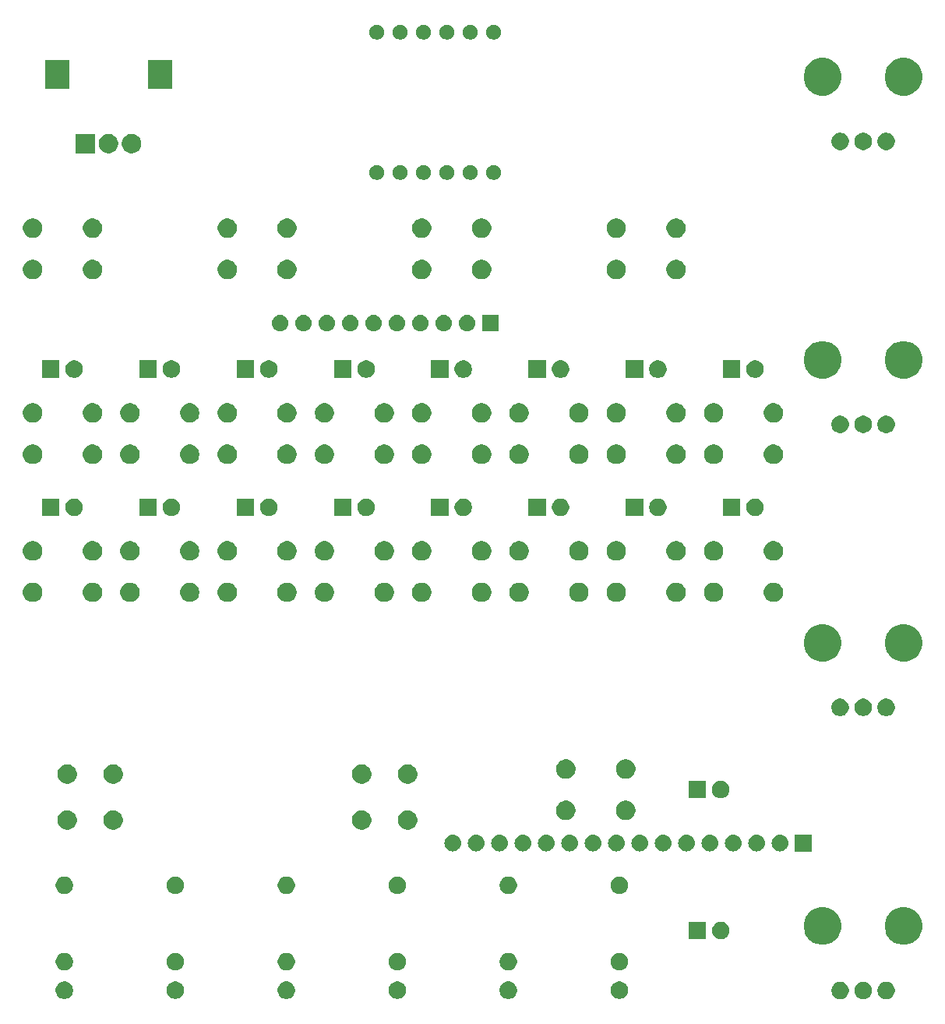
<source format=gbr>
G04 #@! TF.GenerationSoftware,KiCad,Pcbnew,(5.1.2)-1*
G04 #@! TF.CreationDate,2020-05-25T21:02:29-07:00*
G04 #@! TF.ProjectId,kicad-control-board-smt,6b696361-642d-4636-9f6e-74726f6c2d62,rev?*
G04 #@! TF.SameCoordinates,Original*
G04 #@! TF.FileFunction,Soldermask,Bot*
G04 #@! TF.FilePolarity,Negative*
%FSLAX46Y46*%
G04 Gerber Fmt 4.6, Leading zero omitted, Abs format (unit mm)*
G04 Created by KiCad (PCBNEW (5.1.2)-1) date 2020-05-25 21:02:29*
%MOMM*%
%LPD*%
G04 APERTURE LIST*
%ADD10C,0.100000*%
G04 APERTURE END LIST*
D10*
G36*
X107777395Y-118585546D02*
G01*
X107950466Y-118657234D01*
X107950467Y-118657235D01*
X108106227Y-118761310D01*
X108238690Y-118893773D01*
X108238691Y-118893775D01*
X108342766Y-119049534D01*
X108414454Y-119222605D01*
X108451000Y-119406333D01*
X108451000Y-119593667D01*
X108414454Y-119777395D01*
X108342766Y-119950466D01*
X108342765Y-119950467D01*
X108238690Y-120106227D01*
X108106227Y-120238690D01*
X108027818Y-120291081D01*
X107950466Y-120342766D01*
X107777395Y-120414454D01*
X107593667Y-120451000D01*
X107406333Y-120451000D01*
X107222605Y-120414454D01*
X107049534Y-120342766D01*
X106972182Y-120291081D01*
X106893773Y-120238690D01*
X106761310Y-120106227D01*
X106657235Y-119950467D01*
X106657234Y-119950466D01*
X106585546Y-119777395D01*
X106549000Y-119593667D01*
X106549000Y-119406333D01*
X106585546Y-119222605D01*
X106657234Y-119049534D01*
X106761309Y-118893775D01*
X106761310Y-118893773D01*
X106893773Y-118761310D01*
X107049533Y-118657235D01*
X107049534Y-118657234D01*
X107222605Y-118585546D01*
X107406333Y-118549000D01*
X107593667Y-118549000D01*
X107777395Y-118585546D01*
X107777395Y-118585546D01*
G37*
G36*
X102777395Y-118585546D02*
G01*
X102950466Y-118657234D01*
X102950467Y-118657235D01*
X103106227Y-118761310D01*
X103238690Y-118893773D01*
X103238691Y-118893775D01*
X103342766Y-119049534D01*
X103414454Y-119222605D01*
X103451000Y-119406333D01*
X103451000Y-119593667D01*
X103414454Y-119777395D01*
X103342766Y-119950466D01*
X103342765Y-119950467D01*
X103238690Y-120106227D01*
X103106227Y-120238690D01*
X103027818Y-120291081D01*
X102950466Y-120342766D01*
X102777395Y-120414454D01*
X102593667Y-120451000D01*
X102406333Y-120451000D01*
X102222605Y-120414454D01*
X102049534Y-120342766D01*
X101972182Y-120291081D01*
X101893773Y-120238690D01*
X101761310Y-120106227D01*
X101657235Y-119950467D01*
X101657234Y-119950466D01*
X101585546Y-119777395D01*
X101549000Y-119593667D01*
X101549000Y-119406333D01*
X101585546Y-119222605D01*
X101657234Y-119049534D01*
X101761309Y-118893775D01*
X101761310Y-118893773D01*
X101893773Y-118761310D01*
X102049533Y-118657235D01*
X102049534Y-118657234D01*
X102222605Y-118585546D01*
X102406333Y-118549000D01*
X102593667Y-118549000D01*
X102777395Y-118585546D01*
X102777395Y-118585546D01*
G37*
G36*
X105277395Y-118585546D02*
G01*
X105450466Y-118657234D01*
X105450467Y-118657235D01*
X105606227Y-118761310D01*
X105738690Y-118893773D01*
X105738691Y-118893775D01*
X105842766Y-119049534D01*
X105914454Y-119222605D01*
X105951000Y-119406333D01*
X105951000Y-119593667D01*
X105914454Y-119777395D01*
X105842766Y-119950466D01*
X105842765Y-119950467D01*
X105738690Y-120106227D01*
X105606227Y-120238690D01*
X105527818Y-120291081D01*
X105450466Y-120342766D01*
X105277395Y-120414454D01*
X105093667Y-120451000D01*
X104906333Y-120451000D01*
X104722605Y-120414454D01*
X104549534Y-120342766D01*
X104472182Y-120291081D01*
X104393773Y-120238690D01*
X104261310Y-120106227D01*
X104157235Y-119950467D01*
X104157234Y-119950466D01*
X104085546Y-119777395D01*
X104049000Y-119593667D01*
X104049000Y-119406333D01*
X104085546Y-119222605D01*
X104157234Y-119049534D01*
X104261309Y-118893775D01*
X104261310Y-118893773D01*
X104393773Y-118761310D01*
X104549533Y-118657235D01*
X104549534Y-118657234D01*
X104722605Y-118585546D01*
X104906333Y-118549000D01*
X105093667Y-118549000D01*
X105277395Y-118585546D01*
X105277395Y-118585546D01*
G37*
G36*
X42597395Y-118565546D02*
G01*
X42770466Y-118637234D01*
X42847818Y-118688919D01*
X42926227Y-118741310D01*
X43058690Y-118873773D01*
X43072055Y-118893775D01*
X43162766Y-119029534D01*
X43234454Y-119202605D01*
X43271000Y-119386333D01*
X43271000Y-119573667D01*
X43234454Y-119757395D01*
X43162766Y-119930466D01*
X43111081Y-120007818D01*
X43058690Y-120086227D01*
X42926227Y-120218690D01*
X42896293Y-120238691D01*
X42770466Y-120322766D01*
X42597395Y-120394454D01*
X42413667Y-120431000D01*
X42226333Y-120431000D01*
X42042605Y-120394454D01*
X41869534Y-120322766D01*
X41743707Y-120238691D01*
X41713773Y-120218690D01*
X41581310Y-120086227D01*
X41528919Y-120007818D01*
X41477234Y-119930466D01*
X41405546Y-119757395D01*
X41369000Y-119573667D01*
X41369000Y-119386333D01*
X41405546Y-119202605D01*
X41477234Y-119029534D01*
X41567945Y-118893775D01*
X41581310Y-118873773D01*
X41713773Y-118741310D01*
X41792182Y-118688919D01*
X41869534Y-118637234D01*
X42042605Y-118565546D01*
X42226333Y-118529000D01*
X42413667Y-118529000D01*
X42597395Y-118565546D01*
X42597395Y-118565546D01*
G37*
G36*
X78777395Y-118565546D02*
G01*
X78950466Y-118637234D01*
X79027818Y-118688919D01*
X79106227Y-118741310D01*
X79238690Y-118873773D01*
X79252055Y-118893775D01*
X79342766Y-119029534D01*
X79414454Y-119202605D01*
X79451000Y-119386333D01*
X79451000Y-119573667D01*
X79414454Y-119757395D01*
X79342766Y-119930466D01*
X79291081Y-120007818D01*
X79238690Y-120086227D01*
X79106227Y-120218690D01*
X79076293Y-120238691D01*
X78950466Y-120322766D01*
X78777395Y-120394454D01*
X78593667Y-120431000D01*
X78406333Y-120431000D01*
X78222605Y-120394454D01*
X78049534Y-120322766D01*
X77923707Y-120238691D01*
X77893773Y-120218690D01*
X77761310Y-120086227D01*
X77708919Y-120007818D01*
X77657234Y-119930466D01*
X77585546Y-119757395D01*
X77549000Y-119573667D01*
X77549000Y-119386333D01*
X77585546Y-119202605D01*
X77657234Y-119029534D01*
X77747945Y-118893775D01*
X77761310Y-118873773D01*
X77893773Y-118741310D01*
X77972182Y-118688919D01*
X78049534Y-118637234D01*
X78222605Y-118565546D01*
X78406333Y-118529000D01*
X78593667Y-118529000D01*
X78777395Y-118565546D01*
X78777395Y-118565546D01*
G37*
G36*
X66717395Y-118565546D02*
G01*
X66890466Y-118637234D01*
X66967818Y-118688919D01*
X67046227Y-118741310D01*
X67178690Y-118873773D01*
X67192055Y-118893775D01*
X67282766Y-119029534D01*
X67354454Y-119202605D01*
X67391000Y-119386333D01*
X67391000Y-119573667D01*
X67354454Y-119757395D01*
X67282766Y-119930466D01*
X67231081Y-120007818D01*
X67178690Y-120086227D01*
X67046227Y-120218690D01*
X67016293Y-120238691D01*
X66890466Y-120322766D01*
X66717395Y-120394454D01*
X66533667Y-120431000D01*
X66346333Y-120431000D01*
X66162605Y-120394454D01*
X65989534Y-120322766D01*
X65863707Y-120238691D01*
X65833773Y-120218690D01*
X65701310Y-120086227D01*
X65648919Y-120007818D01*
X65597234Y-119930466D01*
X65525546Y-119757395D01*
X65489000Y-119573667D01*
X65489000Y-119386333D01*
X65525546Y-119202605D01*
X65597234Y-119029534D01*
X65687945Y-118893775D01*
X65701310Y-118873773D01*
X65833773Y-118741310D01*
X65912182Y-118688919D01*
X65989534Y-118637234D01*
X66162605Y-118565546D01*
X66346333Y-118529000D01*
X66533667Y-118529000D01*
X66717395Y-118565546D01*
X66717395Y-118565546D01*
G37*
G36*
X18477395Y-118565546D02*
G01*
X18650466Y-118637234D01*
X18727818Y-118688919D01*
X18806227Y-118741310D01*
X18938690Y-118873773D01*
X18952055Y-118893775D01*
X19042766Y-119029534D01*
X19114454Y-119202605D01*
X19151000Y-119386333D01*
X19151000Y-119573667D01*
X19114454Y-119757395D01*
X19042766Y-119930466D01*
X18991081Y-120007818D01*
X18938690Y-120086227D01*
X18806227Y-120218690D01*
X18776293Y-120238691D01*
X18650466Y-120322766D01*
X18477395Y-120394454D01*
X18293667Y-120431000D01*
X18106333Y-120431000D01*
X17922605Y-120394454D01*
X17749534Y-120322766D01*
X17623707Y-120238691D01*
X17593773Y-120218690D01*
X17461310Y-120086227D01*
X17408919Y-120007818D01*
X17357234Y-119930466D01*
X17285546Y-119757395D01*
X17249000Y-119573667D01*
X17249000Y-119386333D01*
X17285546Y-119202605D01*
X17357234Y-119029534D01*
X17447945Y-118893775D01*
X17461310Y-118873773D01*
X17593773Y-118741310D01*
X17672182Y-118688919D01*
X17749534Y-118637234D01*
X17922605Y-118565546D01*
X18106333Y-118529000D01*
X18293667Y-118529000D01*
X18477395Y-118565546D01*
X18477395Y-118565546D01*
G37*
G36*
X54657395Y-118565546D02*
G01*
X54830466Y-118637234D01*
X54907818Y-118688919D01*
X54986227Y-118741310D01*
X55118690Y-118873773D01*
X55132055Y-118893775D01*
X55222766Y-119029534D01*
X55294454Y-119202605D01*
X55331000Y-119386333D01*
X55331000Y-119573667D01*
X55294454Y-119757395D01*
X55222766Y-119930466D01*
X55171081Y-120007818D01*
X55118690Y-120086227D01*
X54986227Y-120218690D01*
X54956293Y-120238691D01*
X54830466Y-120322766D01*
X54657395Y-120394454D01*
X54473667Y-120431000D01*
X54286333Y-120431000D01*
X54102605Y-120394454D01*
X53929534Y-120322766D01*
X53803707Y-120238691D01*
X53773773Y-120218690D01*
X53641310Y-120086227D01*
X53588919Y-120007818D01*
X53537234Y-119930466D01*
X53465546Y-119757395D01*
X53429000Y-119573667D01*
X53429000Y-119386333D01*
X53465546Y-119202605D01*
X53537234Y-119029534D01*
X53627945Y-118893775D01*
X53641310Y-118873773D01*
X53773773Y-118741310D01*
X53852182Y-118688919D01*
X53929534Y-118637234D01*
X54102605Y-118565546D01*
X54286333Y-118529000D01*
X54473667Y-118529000D01*
X54657395Y-118565546D01*
X54657395Y-118565546D01*
G37*
G36*
X30537395Y-118565546D02*
G01*
X30710466Y-118637234D01*
X30787818Y-118688919D01*
X30866227Y-118741310D01*
X30998690Y-118873773D01*
X31012055Y-118893775D01*
X31102766Y-119029534D01*
X31174454Y-119202605D01*
X31211000Y-119386333D01*
X31211000Y-119573667D01*
X31174454Y-119757395D01*
X31102766Y-119930466D01*
X31051081Y-120007818D01*
X30998690Y-120086227D01*
X30866227Y-120218690D01*
X30836293Y-120238691D01*
X30710466Y-120322766D01*
X30537395Y-120394454D01*
X30353667Y-120431000D01*
X30166333Y-120431000D01*
X29982605Y-120394454D01*
X29809534Y-120322766D01*
X29683707Y-120238691D01*
X29653773Y-120218690D01*
X29521310Y-120086227D01*
X29468919Y-120007818D01*
X29417234Y-119930466D01*
X29345546Y-119757395D01*
X29309000Y-119573667D01*
X29309000Y-119386333D01*
X29345546Y-119202605D01*
X29417234Y-119029534D01*
X29507945Y-118893775D01*
X29521310Y-118873773D01*
X29653773Y-118741310D01*
X29732182Y-118688919D01*
X29809534Y-118637234D01*
X29982605Y-118565546D01*
X30166333Y-118529000D01*
X30353667Y-118529000D01*
X30537395Y-118565546D01*
X30537395Y-118565546D01*
G37*
G36*
X54657395Y-115465546D02*
G01*
X54830466Y-115537234D01*
X54830467Y-115537235D01*
X54986227Y-115641310D01*
X55118690Y-115773773D01*
X55118691Y-115773775D01*
X55222766Y-115929534D01*
X55294454Y-116102605D01*
X55331000Y-116286333D01*
X55331000Y-116473667D01*
X55294454Y-116657395D01*
X55222766Y-116830466D01*
X55222765Y-116830467D01*
X55118690Y-116986227D01*
X54986227Y-117118690D01*
X54907818Y-117171081D01*
X54830466Y-117222766D01*
X54657395Y-117294454D01*
X54473667Y-117331000D01*
X54286333Y-117331000D01*
X54102605Y-117294454D01*
X53929534Y-117222766D01*
X53852182Y-117171081D01*
X53773773Y-117118690D01*
X53641310Y-116986227D01*
X53537235Y-116830467D01*
X53537234Y-116830466D01*
X53465546Y-116657395D01*
X53429000Y-116473667D01*
X53429000Y-116286333D01*
X53465546Y-116102605D01*
X53537234Y-115929534D01*
X53641309Y-115773775D01*
X53641310Y-115773773D01*
X53773773Y-115641310D01*
X53929533Y-115537235D01*
X53929534Y-115537234D01*
X54102605Y-115465546D01*
X54286333Y-115429000D01*
X54473667Y-115429000D01*
X54657395Y-115465546D01*
X54657395Y-115465546D01*
G37*
G36*
X42597395Y-115465546D02*
G01*
X42770466Y-115537234D01*
X42770467Y-115537235D01*
X42926227Y-115641310D01*
X43058690Y-115773773D01*
X43058691Y-115773775D01*
X43162766Y-115929534D01*
X43234454Y-116102605D01*
X43271000Y-116286333D01*
X43271000Y-116473667D01*
X43234454Y-116657395D01*
X43162766Y-116830466D01*
X43162765Y-116830467D01*
X43058690Y-116986227D01*
X42926227Y-117118690D01*
X42847818Y-117171081D01*
X42770466Y-117222766D01*
X42597395Y-117294454D01*
X42413667Y-117331000D01*
X42226333Y-117331000D01*
X42042605Y-117294454D01*
X41869534Y-117222766D01*
X41792182Y-117171081D01*
X41713773Y-117118690D01*
X41581310Y-116986227D01*
X41477235Y-116830467D01*
X41477234Y-116830466D01*
X41405546Y-116657395D01*
X41369000Y-116473667D01*
X41369000Y-116286333D01*
X41405546Y-116102605D01*
X41477234Y-115929534D01*
X41581309Y-115773775D01*
X41581310Y-115773773D01*
X41713773Y-115641310D01*
X41869533Y-115537235D01*
X41869534Y-115537234D01*
X42042605Y-115465546D01*
X42226333Y-115429000D01*
X42413667Y-115429000D01*
X42597395Y-115465546D01*
X42597395Y-115465546D01*
G37*
G36*
X30537395Y-115465546D02*
G01*
X30710466Y-115537234D01*
X30710467Y-115537235D01*
X30866227Y-115641310D01*
X30998690Y-115773773D01*
X30998691Y-115773775D01*
X31102766Y-115929534D01*
X31174454Y-116102605D01*
X31211000Y-116286333D01*
X31211000Y-116473667D01*
X31174454Y-116657395D01*
X31102766Y-116830466D01*
X31102765Y-116830467D01*
X30998690Y-116986227D01*
X30866227Y-117118690D01*
X30787818Y-117171081D01*
X30710466Y-117222766D01*
X30537395Y-117294454D01*
X30353667Y-117331000D01*
X30166333Y-117331000D01*
X29982605Y-117294454D01*
X29809534Y-117222766D01*
X29732182Y-117171081D01*
X29653773Y-117118690D01*
X29521310Y-116986227D01*
X29417235Y-116830467D01*
X29417234Y-116830466D01*
X29345546Y-116657395D01*
X29309000Y-116473667D01*
X29309000Y-116286333D01*
X29345546Y-116102605D01*
X29417234Y-115929534D01*
X29521309Y-115773775D01*
X29521310Y-115773773D01*
X29653773Y-115641310D01*
X29809533Y-115537235D01*
X29809534Y-115537234D01*
X29982605Y-115465546D01*
X30166333Y-115429000D01*
X30353667Y-115429000D01*
X30537395Y-115465546D01*
X30537395Y-115465546D01*
G37*
G36*
X66717395Y-115465546D02*
G01*
X66890466Y-115537234D01*
X66890467Y-115537235D01*
X67046227Y-115641310D01*
X67178690Y-115773773D01*
X67178691Y-115773775D01*
X67282766Y-115929534D01*
X67354454Y-116102605D01*
X67391000Y-116286333D01*
X67391000Y-116473667D01*
X67354454Y-116657395D01*
X67282766Y-116830466D01*
X67282765Y-116830467D01*
X67178690Y-116986227D01*
X67046227Y-117118690D01*
X66967818Y-117171081D01*
X66890466Y-117222766D01*
X66717395Y-117294454D01*
X66533667Y-117331000D01*
X66346333Y-117331000D01*
X66162605Y-117294454D01*
X65989534Y-117222766D01*
X65912182Y-117171081D01*
X65833773Y-117118690D01*
X65701310Y-116986227D01*
X65597235Y-116830467D01*
X65597234Y-116830466D01*
X65525546Y-116657395D01*
X65489000Y-116473667D01*
X65489000Y-116286333D01*
X65525546Y-116102605D01*
X65597234Y-115929534D01*
X65701309Y-115773775D01*
X65701310Y-115773773D01*
X65833773Y-115641310D01*
X65989533Y-115537235D01*
X65989534Y-115537234D01*
X66162605Y-115465546D01*
X66346333Y-115429000D01*
X66533667Y-115429000D01*
X66717395Y-115465546D01*
X66717395Y-115465546D01*
G37*
G36*
X78777395Y-115465546D02*
G01*
X78950466Y-115537234D01*
X78950467Y-115537235D01*
X79106227Y-115641310D01*
X79238690Y-115773773D01*
X79238691Y-115773775D01*
X79342766Y-115929534D01*
X79414454Y-116102605D01*
X79451000Y-116286333D01*
X79451000Y-116473667D01*
X79414454Y-116657395D01*
X79342766Y-116830466D01*
X79342765Y-116830467D01*
X79238690Y-116986227D01*
X79106227Y-117118690D01*
X79027818Y-117171081D01*
X78950466Y-117222766D01*
X78777395Y-117294454D01*
X78593667Y-117331000D01*
X78406333Y-117331000D01*
X78222605Y-117294454D01*
X78049534Y-117222766D01*
X77972182Y-117171081D01*
X77893773Y-117118690D01*
X77761310Y-116986227D01*
X77657235Y-116830467D01*
X77657234Y-116830466D01*
X77585546Y-116657395D01*
X77549000Y-116473667D01*
X77549000Y-116286333D01*
X77585546Y-116102605D01*
X77657234Y-115929534D01*
X77761309Y-115773775D01*
X77761310Y-115773773D01*
X77893773Y-115641310D01*
X78049533Y-115537235D01*
X78049534Y-115537234D01*
X78222605Y-115465546D01*
X78406333Y-115429000D01*
X78593667Y-115429000D01*
X78777395Y-115465546D01*
X78777395Y-115465546D01*
G37*
G36*
X18477395Y-115465546D02*
G01*
X18650466Y-115537234D01*
X18650467Y-115537235D01*
X18806227Y-115641310D01*
X18938690Y-115773773D01*
X18938691Y-115773775D01*
X19042766Y-115929534D01*
X19114454Y-116102605D01*
X19151000Y-116286333D01*
X19151000Y-116473667D01*
X19114454Y-116657395D01*
X19042766Y-116830466D01*
X19042765Y-116830467D01*
X18938690Y-116986227D01*
X18806227Y-117118690D01*
X18727818Y-117171081D01*
X18650466Y-117222766D01*
X18477395Y-117294454D01*
X18293667Y-117331000D01*
X18106333Y-117331000D01*
X17922605Y-117294454D01*
X17749534Y-117222766D01*
X17672182Y-117171081D01*
X17593773Y-117118690D01*
X17461310Y-116986227D01*
X17357235Y-116830467D01*
X17357234Y-116830466D01*
X17285546Y-116657395D01*
X17249000Y-116473667D01*
X17249000Y-116286333D01*
X17285546Y-116102605D01*
X17357234Y-115929534D01*
X17461309Y-115773775D01*
X17461310Y-115773773D01*
X17593773Y-115641310D01*
X17749533Y-115537235D01*
X17749534Y-115537234D01*
X17922605Y-115465546D01*
X18106333Y-115429000D01*
X18293667Y-115429000D01*
X18477395Y-115465546D01*
X18477395Y-115465546D01*
G37*
G36*
X109998254Y-110527818D02*
G01*
X110371511Y-110682426D01*
X110371513Y-110682427D01*
X110707436Y-110906884D01*
X110993116Y-111192564D01*
X111217574Y-111528489D01*
X111372182Y-111901746D01*
X111451000Y-112297993D01*
X111451000Y-112702007D01*
X111372182Y-113098254D01*
X111297979Y-113277395D01*
X111217573Y-113471513D01*
X110993116Y-113807436D01*
X110707436Y-114093116D01*
X110371513Y-114317573D01*
X110371512Y-114317574D01*
X110371511Y-114317574D01*
X109998254Y-114472182D01*
X109602007Y-114551000D01*
X109197993Y-114551000D01*
X108801746Y-114472182D01*
X108428489Y-114317574D01*
X108428488Y-114317574D01*
X108428487Y-114317573D01*
X108092564Y-114093116D01*
X107806884Y-113807436D01*
X107582427Y-113471513D01*
X107502021Y-113277395D01*
X107427818Y-113098254D01*
X107349000Y-112702007D01*
X107349000Y-112297993D01*
X107427818Y-111901746D01*
X107582426Y-111528489D01*
X107806884Y-111192564D01*
X108092564Y-110906884D01*
X108428487Y-110682427D01*
X108428489Y-110682426D01*
X108801746Y-110527818D01*
X109197993Y-110449000D01*
X109602007Y-110449000D01*
X109998254Y-110527818D01*
X109998254Y-110527818D01*
G37*
G36*
X101198254Y-110527818D02*
G01*
X101571511Y-110682426D01*
X101571513Y-110682427D01*
X101907436Y-110906884D01*
X102193116Y-111192564D01*
X102417574Y-111528489D01*
X102572182Y-111901746D01*
X102651000Y-112297993D01*
X102651000Y-112702007D01*
X102572182Y-113098254D01*
X102497979Y-113277395D01*
X102417573Y-113471513D01*
X102193116Y-113807436D01*
X101907436Y-114093116D01*
X101571513Y-114317573D01*
X101571512Y-114317574D01*
X101571511Y-114317574D01*
X101198254Y-114472182D01*
X100802007Y-114551000D01*
X100397993Y-114551000D01*
X100001746Y-114472182D01*
X99628489Y-114317574D01*
X99628488Y-114317574D01*
X99628487Y-114317573D01*
X99292564Y-114093116D01*
X99006884Y-113807436D01*
X98782427Y-113471513D01*
X98702021Y-113277395D01*
X98627818Y-113098254D01*
X98549000Y-112702007D01*
X98549000Y-112297993D01*
X98627818Y-111901746D01*
X98782426Y-111528489D01*
X99006884Y-111192564D01*
X99292564Y-110906884D01*
X99628487Y-110682427D01*
X99628489Y-110682426D01*
X100001746Y-110527818D01*
X100397993Y-110449000D01*
X100802007Y-110449000D01*
X101198254Y-110527818D01*
X101198254Y-110527818D01*
G37*
G36*
X87951000Y-113951000D02*
G01*
X86049000Y-113951000D01*
X86049000Y-112049000D01*
X87951000Y-112049000D01*
X87951000Y-113951000D01*
X87951000Y-113951000D01*
G37*
G36*
X89817395Y-112085546D02*
G01*
X89990466Y-112157234D01*
X89990467Y-112157235D01*
X90146227Y-112261310D01*
X90278690Y-112393773D01*
X90278691Y-112393775D01*
X90382766Y-112549534D01*
X90454454Y-112722605D01*
X90491000Y-112906333D01*
X90491000Y-113093667D01*
X90454454Y-113277395D01*
X90382766Y-113450466D01*
X90382765Y-113450467D01*
X90278690Y-113606227D01*
X90146227Y-113738690D01*
X90067818Y-113791081D01*
X89990466Y-113842766D01*
X89817395Y-113914454D01*
X89633667Y-113951000D01*
X89446333Y-113951000D01*
X89262605Y-113914454D01*
X89089534Y-113842766D01*
X89012182Y-113791081D01*
X88933773Y-113738690D01*
X88801310Y-113606227D01*
X88697235Y-113450467D01*
X88697234Y-113450466D01*
X88625546Y-113277395D01*
X88589000Y-113093667D01*
X88589000Y-112906333D01*
X88625546Y-112722605D01*
X88697234Y-112549534D01*
X88801309Y-112393775D01*
X88801310Y-112393773D01*
X88933773Y-112261310D01*
X89089533Y-112157235D01*
X89089534Y-112157234D01*
X89262605Y-112085546D01*
X89446333Y-112049000D01*
X89633667Y-112049000D01*
X89817395Y-112085546D01*
X89817395Y-112085546D01*
G37*
G36*
X78777395Y-107165546D02*
G01*
X78950466Y-107237234D01*
X78950467Y-107237235D01*
X79106227Y-107341310D01*
X79238690Y-107473773D01*
X79238691Y-107473775D01*
X79342766Y-107629534D01*
X79414454Y-107802605D01*
X79451000Y-107986333D01*
X79451000Y-108173667D01*
X79414454Y-108357395D01*
X79342766Y-108530466D01*
X79342765Y-108530467D01*
X79238690Y-108686227D01*
X79106227Y-108818690D01*
X79027818Y-108871081D01*
X78950466Y-108922766D01*
X78777395Y-108994454D01*
X78593667Y-109031000D01*
X78406333Y-109031000D01*
X78222605Y-108994454D01*
X78049534Y-108922766D01*
X77972182Y-108871081D01*
X77893773Y-108818690D01*
X77761310Y-108686227D01*
X77657235Y-108530467D01*
X77657234Y-108530466D01*
X77585546Y-108357395D01*
X77549000Y-108173667D01*
X77549000Y-107986333D01*
X77585546Y-107802605D01*
X77657234Y-107629534D01*
X77761309Y-107473775D01*
X77761310Y-107473773D01*
X77893773Y-107341310D01*
X78049533Y-107237235D01*
X78049534Y-107237234D01*
X78222605Y-107165546D01*
X78406333Y-107129000D01*
X78593667Y-107129000D01*
X78777395Y-107165546D01*
X78777395Y-107165546D01*
G37*
G36*
X66717395Y-107165546D02*
G01*
X66890466Y-107237234D01*
X66890467Y-107237235D01*
X67046227Y-107341310D01*
X67178690Y-107473773D01*
X67178691Y-107473775D01*
X67282766Y-107629534D01*
X67354454Y-107802605D01*
X67391000Y-107986333D01*
X67391000Y-108173667D01*
X67354454Y-108357395D01*
X67282766Y-108530466D01*
X67282765Y-108530467D01*
X67178690Y-108686227D01*
X67046227Y-108818690D01*
X66967818Y-108871081D01*
X66890466Y-108922766D01*
X66717395Y-108994454D01*
X66533667Y-109031000D01*
X66346333Y-109031000D01*
X66162605Y-108994454D01*
X65989534Y-108922766D01*
X65912182Y-108871081D01*
X65833773Y-108818690D01*
X65701310Y-108686227D01*
X65597235Y-108530467D01*
X65597234Y-108530466D01*
X65525546Y-108357395D01*
X65489000Y-108173667D01*
X65489000Y-107986333D01*
X65525546Y-107802605D01*
X65597234Y-107629534D01*
X65701309Y-107473775D01*
X65701310Y-107473773D01*
X65833773Y-107341310D01*
X65989533Y-107237235D01*
X65989534Y-107237234D01*
X66162605Y-107165546D01*
X66346333Y-107129000D01*
X66533667Y-107129000D01*
X66717395Y-107165546D01*
X66717395Y-107165546D01*
G37*
G36*
X18477395Y-107165546D02*
G01*
X18650466Y-107237234D01*
X18650467Y-107237235D01*
X18806227Y-107341310D01*
X18938690Y-107473773D01*
X18938691Y-107473775D01*
X19042766Y-107629534D01*
X19114454Y-107802605D01*
X19151000Y-107986333D01*
X19151000Y-108173667D01*
X19114454Y-108357395D01*
X19042766Y-108530466D01*
X19042765Y-108530467D01*
X18938690Y-108686227D01*
X18806227Y-108818690D01*
X18727818Y-108871081D01*
X18650466Y-108922766D01*
X18477395Y-108994454D01*
X18293667Y-109031000D01*
X18106333Y-109031000D01*
X17922605Y-108994454D01*
X17749534Y-108922766D01*
X17672182Y-108871081D01*
X17593773Y-108818690D01*
X17461310Y-108686227D01*
X17357235Y-108530467D01*
X17357234Y-108530466D01*
X17285546Y-108357395D01*
X17249000Y-108173667D01*
X17249000Y-107986333D01*
X17285546Y-107802605D01*
X17357234Y-107629534D01*
X17461309Y-107473775D01*
X17461310Y-107473773D01*
X17593773Y-107341310D01*
X17749533Y-107237235D01*
X17749534Y-107237234D01*
X17922605Y-107165546D01*
X18106333Y-107129000D01*
X18293667Y-107129000D01*
X18477395Y-107165546D01*
X18477395Y-107165546D01*
G37*
G36*
X54657395Y-107165546D02*
G01*
X54830466Y-107237234D01*
X54830467Y-107237235D01*
X54986227Y-107341310D01*
X55118690Y-107473773D01*
X55118691Y-107473775D01*
X55222766Y-107629534D01*
X55294454Y-107802605D01*
X55331000Y-107986333D01*
X55331000Y-108173667D01*
X55294454Y-108357395D01*
X55222766Y-108530466D01*
X55222765Y-108530467D01*
X55118690Y-108686227D01*
X54986227Y-108818690D01*
X54907818Y-108871081D01*
X54830466Y-108922766D01*
X54657395Y-108994454D01*
X54473667Y-109031000D01*
X54286333Y-109031000D01*
X54102605Y-108994454D01*
X53929534Y-108922766D01*
X53852182Y-108871081D01*
X53773773Y-108818690D01*
X53641310Y-108686227D01*
X53537235Y-108530467D01*
X53537234Y-108530466D01*
X53465546Y-108357395D01*
X53429000Y-108173667D01*
X53429000Y-107986333D01*
X53465546Y-107802605D01*
X53537234Y-107629534D01*
X53641309Y-107473775D01*
X53641310Y-107473773D01*
X53773773Y-107341310D01*
X53929533Y-107237235D01*
X53929534Y-107237234D01*
X54102605Y-107165546D01*
X54286333Y-107129000D01*
X54473667Y-107129000D01*
X54657395Y-107165546D01*
X54657395Y-107165546D01*
G37*
G36*
X42597395Y-107165546D02*
G01*
X42770466Y-107237234D01*
X42770467Y-107237235D01*
X42926227Y-107341310D01*
X43058690Y-107473773D01*
X43058691Y-107473775D01*
X43162766Y-107629534D01*
X43234454Y-107802605D01*
X43271000Y-107986333D01*
X43271000Y-108173667D01*
X43234454Y-108357395D01*
X43162766Y-108530466D01*
X43162765Y-108530467D01*
X43058690Y-108686227D01*
X42926227Y-108818690D01*
X42847818Y-108871081D01*
X42770466Y-108922766D01*
X42597395Y-108994454D01*
X42413667Y-109031000D01*
X42226333Y-109031000D01*
X42042605Y-108994454D01*
X41869534Y-108922766D01*
X41792182Y-108871081D01*
X41713773Y-108818690D01*
X41581310Y-108686227D01*
X41477235Y-108530467D01*
X41477234Y-108530466D01*
X41405546Y-108357395D01*
X41369000Y-108173667D01*
X41369000Y-107986333D01*
X41405546Y-107802605D01*
X41477234Y-107629534D01*
X41581309Y-107473775D01*
X41581310Y-107473773D01*
X41713773Y-107341310D01*
X41869533Y-107237235D01*
X41869534Y-107237234D01*
X42042605Y-107165546D01*
X42226333Y-107129000D01*
X42413667Y-107129000D01*
X42597395Y-107165546D01*
X42597395Y-107165546D01*
G37*
G36*
X30537395Y-107165546D02*
G01*
X30710466Y-107237234D01*
X30710467Y-107237235D01*
X30866227Y-107341310D01*
X30998690Y-107473773D01*
X30998691Y-107473775D01*
X31102766Y-107629534D01*
X31174454Y-107802605D01*
X31211000Y-107986333D01*
X31211000Y-108173667D01*
X31174454Y-108357395D01*
X31102766Y-108530466D01*
X31102765Y-108530467D01*
X30998690Y-108686227D01*
X30866227Y-108818690D01*
X30787818Y-108871081D01*
X30710466Y-108922766D01*
X30537395Y-108994454D01*
X30353667Y-109031000D01*
X30166333Y-109031000D01*
X29982605Y-108994454D01*
X29809534Y-108922766D01*
X29732182Y-108871081D01*
X29653773Y-108818690D01*
X29521310Y-108686227D01*
X29417235Y-108530467D01*
X29417234Y-108530466D01*
X29345546Y-108357395D01*
X29309000Y-108173667D01*
X29309000Y-107986333D01*
X29345546Y-107802605D01*
X29417234Y-107629534D01*
X29521309Y-107473775D01*
X29521310Y-107473773D01*
X29653773Y-107341310D01*
X29809533Y-107237235D01*
X29809534Y-107237234D01*
X29982605Y-107165546D01*
X30166333Y-107129000D01*
X30353667Y-107129000D01*
X30537395Y-107165546D01*
X30537395Y-107165546D01*
G37*
G36*
X75750443Y-102605519D02*
G01*
X75816627Y-102612037D01*
X75986466Y-102663557D01*
X76142991Y-102747222D01*
X76178729Y-102776552D01*
X76280186Y-102859814D01*
X76363448Y-102961271D01*
X76392778Y-102997009D01*
X76476443Y-103153534D01*
X76527963Y-103323373D01*
X76545359Y-103500000D01*
X76527963Y-103676627D01*
X76476443Y-103846466D01*
X76392778Y-104002991D01*
X76363448Y-104038729D01*
X76280186Y-104140186D01*
X76178729Y-104223448D01*
X76142991Y-104252778D01*
X75986466Y-104336443D01*
X75816627Y-104387963D01*
X75750442Y-104394482D01*
X75684260Y-104401000D01*
X75595740Y-104401000D01*
X75529557Y-104394481D01*
X75463373Y-104387963D01*
X75293534Y-104336443D01*
X75137009Y-104252778D01*
X75101271Y-104223448D01*
X74999814Y-104140186D01*
X74916552Y-104038729D01*
X74887222Y-104002991D01*
X74803557Y-103846466D01*
X74752037Y-103676627D01*
X74734641Y-103500000D01*
X74752037Y-103323373D01*
X74803557Y-103153534D01*
X74887222Y-102997009D01*
X74916552Y-102961271D01*
X74999814Y-102859814D01*
X75101271Y-102776552D01*
X75137009Y-102747222D01*
X75293534Y-102663557D01*
X75463373Y-102612037D01*
X75529557Y-102605519D01*
X75595740Y-102599000D01*
X75684260Y-102599000D01*
X75750443Y-102605519D01*
X75750443Y-102605519D01*
G37*
G36*
X60510443Y-102605519D02*
G01*
X60576627Y-102612037D01*
X60746466Y-102663557D01*
X60902991Y-102747222D01*
X60938729Y-102776552D01*
X61040186Y-102859814D01*
X61123448Y-102961271D01*
X61152778Y-102997009D01*
X61236443Y-103153534D01*
X61287963Y-103323373D01*
X61305359Y-103500000D01*
X61287963Y-103676627D01*
X61236443Y-103846466D01*
X61152778Y-104002991D01*
X61123448Y-104038729D01*
X61040186Y-104140186D01*
X60938729Y-104223448D01*
X60902991Y-104252778D01*
X60746466Y-104336443D01*
X60576627Y-104387963D01*
X60510442Y-104394482D01*
X60444260Y-104401000D01*
X60355740Y-104401000D01*
X60289557Y-104394481D01*
X60223373Y-104387963D01*
X60053534Y-104336443D01*
X59897009Y-104252778D01*
X59861271Y-104223448D01*
X59759814Y-104140186D01*
X59676552Y-104038729D01*
X59647222Y-104002991D01*
X59563557Y-103846466D01*
X59512037Y-103676627D01*
X59494641Y-103500000D01*
X59512037Y-103323373D01*
X59563557Y-103153534D01*
X59647222Y-102997009D01*
X59676552Y-102961271D01*
X59759814Y-102859814D01*
X59861271Y-102776552D01*
X59897009Y-102747222D01*
X60053534Y-102663557D01*
X60223373Y-102612037D01*
X60289557Y-102605519D01*
X60355740Y-102599000D01*
X60444260Y-102599000D01*
X60510443Y-102605519D01*
X60510443Y-102605519D01*
G37*
G36*
X63050443Y-102605519D02*
G01*
X63116627Y-102612037D01*
X63286466Y-102663557D01*
X63442991Y-102747222D01*
X63478729Y-102776552D01*
X63580186Y-102859814D01*
X63663448Y-102961271D01*
X63692778Y-102997009D01*
X63776443Y-103153534D01*
X63827963Y-103323373D01*
X63845359Y-103500000D01*
X63827963Y-103676627D01*
X63776443Y-103846466D01*
X63692778Y-104002991D01*
X63663448Y-104038729D01*
X63580186Y-104140186D01*
X63478729Y-104223448D01*
X63442991Y-104252778D01*
X63286466Y-104336443D01*
X63116627Y-104387963D01*
X63050442Y-104394482D01*
X62984260Y-104401000D01*
X62895740Y-104401000D01*
X62829557Y-104394481D01*
X62763373Y-104387963D01*
X62593534Y-104336443D01*
X62437009Y-104252778D01*
X62401271Y-104223448D01*
X62299814Y-104140186D01*
X62216552Y-104038729D01*
X62187222Y-104002991D01*
X62103557Y-103846466D01*
X62052037Y-103676627D01*
X62034641Y-103500000D01*
X62052037Y-103323373D01*
X62103557Y-103153534D01*
X62187222Y-102997009D01*
X62216552Y-102961271D01*
X62299814Y-102859814D01*
X62401271Y-102776552D01*
X62437009Y-102747222D01*
X62593534Y-102663557D01*
X62763373Y-102612037D01*
X62829557Y-102605519D01*
X62895740Y-102599000D01*
X62984260Y-102599000D01*
X63050443Y-102605519D01*
X63050443Y-102605519D01*
G37*
G36*
X99401000Y-104401000D02*
G01*
X97599000Y-104401000D01*
X97599000Y-102599000D01*
X99401000Y-102599000D01*
X99401000Y-104401000D01*
X99401000Y-104401000D01*
G37*
G36*
X96070443Y-102605519D02*
G01*
X96136627Y-102612037D01*
X96306466Y-102663557D01*
X96462991Y-102747222D01*
X96498729Y-102776552D01*
X96600186Y-102859814D01*
X96683448Y-102961271D01*
X96712778Y-102997009D01*
X96796443Y-103153534D01*
X96847963Y-103323373D01*
X96865359Y-103500000D01*
X96847963Y-103676627D01*
X96796443Y-103846466D01*
X96712778Y-104002991D01*
X96683448Y-104038729D01*
X96600186Y-104140186D01*
X96498729Y-104223448D01*
X96462991Y-104252778D01*
X96306466Y-104336443D01*
X96136627Y-104387963D01*
X96070442Y-104394482D01*
X96004260Y-104401000D01*
X95915740Y-104401000D01*
X95849557Y-104394481D01*
X95783373Y-104387963D01*
X95613534Y-104336443D01*
X95457009Y-104252778D01*
X95421271Y-104223448D01*
X95319814Y-104140186D01*
X95236552Y-104038729D01*
X95207222Y-104002991D01*
X95123557Y-103846466D01*
X95072037Y-103676627D01*
X95054641Y-103500000D01*
X95072037Y-103323373D01*
X95123557Y-103153534D01*
X95207222Y-102997009D01*
X95236552Y-102961271D01*
X95319814Y-102859814D01*
X95421271Y-102776552D01*
X95457009Y-102747222D01*
X95613534Y-102663557D01*
X95783373Y-102612037D01*
X95849557Y-102605519D01*
X95915740Y-102599000D01*
X96004260Y-102599000D01*
X96070443Y-102605519D01*
X96070443Y-102605519D01*
G37*
G36*
X93530443Y-102605519D02*
G01*
X93596627Y-102612037D01*
X93766466Y-102663557D01*
X93922991Y-102747222D01*
X93958729Y-102776552D01*
X94060186Y-102859814D01*
X94143448Y-102961271D01*
X94172778Y-102997009D01*
X94256443Y-103153534D01*
X94307963Y-103323373D01*
X94325359Y-103500000D01*
X94307963Y-103676627D01*
X94256443Y-103846466D01*
X94172778Y-104002991D01*
X94143448Y-104038729D01*
X94060186Y-104140186D01*
X93958729Y-104223448D01*
X93922991Y-104252778D01*
X93766466Y-104336443D01*
X93596627Y-104387963D01*
X93530442Y-104394482D01*
X93464260Y-104401000D01*
X93375740Y-104401000D01*
X93309557Y-104394481D01*
X93243373Y-104387963D01*
X93073534Y-104336443D01*
X92917009Y-104252778D01*
X92881271Y-104223448D01*
X92779814Y-104140186D01*
X92696552Y-104038729D01*
X92667222Y-104002991D01*
X92583557Y-103846466D01*
X92532037Y-103676627D01*
X92514641Y-103500000D01*
X92532037Y-103323373D01*
X92583557Y-103153534D01*
X92667222Y-102997009D01*
X92696552Y-102961271D01*
X92779814Y-102859814D01*
X92881271Y-102776552D01*
X92917009Y-102747222D01*
X93073534Y-102663557D01*
X93243373Y-102612037D01*
X93309557Y-102605519D01*
X93375740Y-102599000D01*
X93464260Y-102599000D01*
X93530443Y-102605519D01*
X93530443Y-102605519D01*
G37*
G36*
X90990443Y-102605519D02*
G01*
X91056627Y-102612037D01*
X91226466Y-102663557D01*
X91382991Y-102747222D01*
X91418729Y-102776552D01*
X91520186Y-102859814D01*
X91603448Y-102961271D01*
X91632778Y-102997009D01*
X91716443Y-103153534D01*
X91767963Y-103323373D01*
X91785359Y-103500000D01*
X91767963Y-103676627D01*
X91716443Y-103846466D01*
X91632778Y-104002991D01*
X91603448Y-104038729D01*
X91520186Y-104140186D01*
X91418729Y-104223448D01*
X91382991Y-104252778D01*
X91226466Y-104336443D01*
X91056627Y-104387963D01*
X90990442Y-104394482D01*
X90924260Y-104401000D01*
X90835740Y-104401000D01*
X90769557Y-104394481D01*
X90703373Y-104387963D01*
X90533534Y-104336443D01*
X90377009Y-104252778D01*
X90341271Y-104223448D01*
X90239814Y-104140186D01*
X90156552Y-104038729D01*
X90127222Y-104002991D01*
X90043557Y-103846466D01*
X89992037Y-103676627D01*
X89974641Y-103500000D01*
X89992037Y-103323373D01*
X90043557Y-103153534D01*
X90127222Y-102997009D01*
X90156552Y-102961271D01*
X90239814Y-102859814D01*
X90341271Y-102776552D01*
X90377009Y-102747222D01*
X90533534Y-102663557D01*
X90703373Y-102612037D01*
X90769557Y-102605519D01*
X90835740Y-102599000D01*
X90924260Y-102599000D01*
X90990443Y-102605519D01*
X90990443Y-102605519D01*
G37*
G36*
X88450443Y-102605519D02*
G01*
X88516627Y-102612037D01*
X88686466Y-102663557D01*
X88842991Y-102747222D01*
X88878729Y-102776552D01*
X88980186Y-102859814D01*
X89063448Y-102961271D01*
X89092778Y-102997009D01*
X89176443Y-103153534D01*
X89227963Y-103323373D01*
X89245359Y-103500000D01*
X89227963Y-103676627D01*
X89176443Y-103846466D01*
X89092778Y-104002991D01*
X89063448Y-104038729D01*
X88980186Y-104140186D01*
X88878729Y-104223448D01*
X88842991Y-104252778D01*
X88686466Y-104336443D01*
X88516627Y-104387963D01*
X88450442Y-104394482D01*
X88384260Y-104401000D01*
X88295740Y-104401000D01*
X88229557Y-104394481D01*
X88163373Y-104387963D01*
X87993534Y-104336443D01*
X87837009Y-104252778D01*
X87801271Y-104223448D01*
X87699814Y-104140186D01*
X87616552Y-104038729D01*
X87587222Y-104002991D01*
X87503557Y-103846466D01*
X87452037Y-103676627D01*
X87434641Y-103500000D01*
X87452037Y-103323373D01*
X87503557Y-103153534D01*
X87587222Y-102997009D01*
X87616552Y-102961271D01*
X87699814Y-102859814D01*
X87801271Y-102776552D01*
X87837009Y-102747222D01*
X87993534Y-102663557D01*
X88163373Y-102612037D01*
X88229557Y-102605519D01*
X88295740Y-102599000D01*
X88384260Y-102599000D01*
X88450443Y-102605519D01*
X88450443Y-102605519D01*
G37*
G36*
X83370443Y-102605519D02*
G01*
X83436627Y-102612037D01*
X83606466Y-102663557D01*
X83762991Y-102747222D01*
X83798729Y-102776552D01*
X83900186Y-102859814D01*
X83983448Y-102961271D01*
X84012778Y-102997009D01*
X84096443Y-103153534D01*
X84147963Y-103323373D01*
X84165359Y-103500000D01*
X84147963Y-103676627D01*
X84096443Y-103846466D01*
X84012778Y-104002991D01*
X83983448Y-104038729D01*
X83900186Y-104140186D01*
X83798729Y-104223448D01*
X83762991Y-104252778D01*
X83606466Y-104336443D01*
X83436627Y-104387963D01*
X83370442Y-104394482D01*
X83304260Y-104401000D01*
X83215740Y-104401000D01*
X83149557Y-104394481D01*
X83083373Y-104387963D01*
X82913534Y-104336443D01*
X82757009Y-104252778D01*
X82721271Y-104223448D01*
X82619814Y-104140186D01*
X82536552Y-104038729D01*
X82507222Y-104002991D01*
X82423557Y-103846466D01*
X82372037Y-103676627D01*
X82354641Y-103500000D01*
X82372037Y-103323373D01*
X82423557Y-103153534D01*
X82507222Y-102997009D01*
X82536552Y-102961271D01*
X82619814Y-102859814D01*
X82721271Y-102776552D01*
X82757009Y-102747222D01*
X82913534Y-102663557D01*
X83083373Y-102612037D01*
X83149557Y-102605519D01*
X83215740Y-102599000D01*
X83304260Y-102599000D01*
X83370443Y-102605519D01*
X83370443Y-102605519D01*
G37*
G36*
X80830443Y-102605519D02*
G01*
X80896627Y-102612037D01*
X81066466Y-102663557D01*
X81222991Y-102747222D01*
X81258729Y-102776552D01*
X81360186Y-102859814D01*
X81443448Y-102961271D01*
X81472778Y-102997009D01*
X81556443Y-103153534D01*
X81607963Y-103323373D01*
X81625359Y-103500000D01*
X81607963Y-103676627D01*
X81556443Y-103846466D01*
X81472778Y-104002991D01*
X81443448Y-104038729D01*
X81360186Y-104140186D01*
X81258729Y-104223448D01*
X81222991Y-104252778D01*
X81066466Y-104336443D01*
X80896627Y-104387963D01*
X80830442Y-104394482D01*
X80764260Y-104401000D01*
X80675740Y-104401000D01*
X80609557Y-104394481D01*
X80543373Y-104387963D01*
X80373534Y-104336443D01*
X80217009Y-104252778D01*
X80181271Y-104223448D01*
X80079814Y-104140186D01*
X79996552Y-104038729D01*
X79967222Y-104002991D01*
X79883557Y-103846466D01*
X79832037Y-103676627D01*
X79814641Y-103500000D01*
X79832037Y-103323373D01*
X79883557Y-103153534D01*
X79967222Y-102997009D01*
X79996552Y-102961271D01*
X80079814Y-102859814D01*
X80181271Y-102776552D01*
X80217009Y-102747222D01*
X80373534Y-102663557D01*
X80543373Y-102612037D01*
X80609557Y-102605519D01*
X80675740Y-102599000D01*
X80764260Y-102599000D01*
X80830443Y-102605519D01*
X80830443Y-102605519D01*
G37*
G36*
X78290443Y-102605519D02*
G01*
X78356627Y-102612037D01*
X78526466Y-102663557D01*
X78682991Y-102747222D01*
X78718729Y-102776552D01*
X78820186Y-102859814D01*
X78903448Y-102961271D01*
X78932778Y-102997009D01*
X79016443Y-103153534D01*
X79067963Y-103323373D01*
X79085359Y-103500000D01*
X79067963Y-103676627D01*
X79016443Y-103846466D01*
X78932778Y-104002991D01*
X78903448Y-104038729D01*
X78820186Y-104140186D01*
X78718729Y-104223448D01*
X78682991Y-104252778D01*
X78526466Y-104336443D01*
X78356627Y-104387963D01*
X78290442Y-104394482D01*
X78224260Y-104401000D01*
X78135740Y-104401000D01*
X78069557Y-104394481D01*
X78003373Y-104387963D01*
X77833534Y-104336443D01*
X77677009Y-104252778D01*
X77641271Y-104223448D01*
X77539814Y-104140186D01*
X77456552Y-104038729D01*
X77427222Y-104002991D01*
X77343557Y-103846466D01*
X77292037Y-103676627D01*
X77274641Y-103500000D01*
X77292037Y-103323373D01*
X77343557Y-103153534D01*
X77427222Y-102997009D01*
X77456552Y-102961271D01*
X77539814Y-102859814D01*
X77641271Y-102776552D01*
X77677009Y-102747222D01*
X77833534Y-102663557D01*
X78003373Y-102612037D01*
X78069557Y-102605519D01*
X78135740Y-102599000D01*
X78224260Y-102599000D01*
X78290443Y-102605519D01*
X78290443Y-102605519D01*
G37*
G36*
X73210443Y-102605519D02*
G01*
X73276627Y-102612037D01*
X73446466Y-102663557D01*
X73602991Y-102747222D01*
X73638729Y-102776552D01*
X73740186Y-102859814D01*
X73823448Y-102961271D01*
X73852778Y-102997009D01*
X73936443Y-103153534D01*
X73987963Y-103323373D01*
X74005359Y-103500000D01*
X73987963Y-103676627D01*
X73936443Y-103846466D01*
X73852778Y-104002991D01*
X73823448Y-104038729D01*
X73740186Y-104140186D01*
X73638729Y-104223448D01*
X73602991Y-104252778D01*
X73446466Y-104336443D01*
X73276627Y-104387963D01*
X73210442Y-104394482D01*
X73144260Y-104401000D01*
X73055740Y-104401000D01*
X72989557Y-104394481D01*
X72923373Y-104387963D01*
X72753534Y-104336443D01*
X72597009Y-104252778D01*
X72561271Y-104223448D01*
X72459814Y-104140186D01*
X72376552Y-104038729D01*
X72347222Y-104002991D01*
X72263557Y-103846466D01*
X72212037Y-103676627D01*
X72194641Y-103500000D01*
X72212037Y-103323373D01*
X72263557Y-103153534D01*
X72347222Y-102997009D01*
X72376552Y-102961271D01*
X72459814Y-102859814D01*
X72561271Y-102776552D01*
X72597009Y-102747222D01*
X72753534Y-102663557D01*
X72923373Y-102612037D01*
X72989557Y-102605519D01*
X73055740Y-102599000D01*
X73144260Y-102599000D01*
X73210443Y-102605519D01*
X73210443Y-102605519D01*
G37*
G36*
X70670443Y-102605519D02*
G01*
X70736627Y-102612037D01*
X70906466Y-102663557D01*
X71062991Y-102747222D01*
X71098729Y-102776552D01*
X71200186Y-102859814D01*
X71283448Y-102961271D01*
X71312778Y-102997009D01*
X71396443Y-103153534D01*
X71447963Y-103323373D01*
X71465359Y-103500000D01*
X71447963Y-103676627D01*
X71396443Y-103846466D01*
X71312778Y-104002991D01*
X71283448Y-104038729D01*
X71200186Y-104140186D01*
X71098729Y-104223448D01*
X71062991Y-104252778D01*
X70906466Y-104336443D01*
X70736627Y-104387963D01*
X70670442Y-104394482D01*
X70604260Y-104401000D01*
X70515740Y-104401000D01*
X70449557Y-104394481D01*
X70383373Y-104387963D01*
X70213534Y-104336443D01*
X70057009Y-104252778D01*
X70021271Y-104223448D01*
X69919814Y-104140186D01*
X69836552Y-104038729D01*
X69807222Y-104002991D01*
X69723557Y-103846466D01*
X69672037Y-103676627D01*
X69654641Y-103500000D01*
X69672037Y-103323373D01*
X69723557Y-103153534D01*
X69807222Y-102997009D01*
X69836552Y-102961271D01*
X69919814Y-102859814D01*
X70021271Y-102776552D01*
X70057009Y-102747222D01*
X70213534Y-102663557D01*
X70383373Y-102612037D01*
X70449557Y-102605519D01*
X70515740Y-102599000D01*
X70604260Y-102599000D01*
X70670443Y-102605519D01*
X70670443Y-102605519D01*
G37*
G36*
X68130443Y-102605519D02*
G01*
X68196627Y-102612037D01*
X68366466Y-102663557D01*
X68522991Y-102747222D01*
X68558729Y-102776552D01*
X68660186Y-102859814D01*
X68743448Y-102961271D01*
X68772778Y-102997009D01*
X68856443Y-103153534D01*
X68907963Y-103323373D01*
X68925359Y-103500000D01*
X68907963Y-103676627D01*
X68856443Y-103846466D01*
X68772778Y-104002991D01*
X68743448Y-104038729D01*
X68660186Y-104140186D01*
X68558729Y-104223448D01*
X68522991Y-104252778D01*
X68366466Y-104336443D01*
X68196627Y-104387963D01*
X68130442Y-104394482D01*
X68064260Y-104401000D01*
X67975740Y-104401000D01*
X67909557Y-104394481D01*
X67843373Y-104387963D01*
X67673534Y-104336443D01*
X67517009Y-104252778D01*
X67481271Y-104223448D01*
X67379814Y-104140186D01*
X67296552Y-104038729D01*
X67267222Y-104002991D01*
X67183557Y-103846466D01*
X67132037Y-103676627D01*
X67114641Y-103500000D01*
X67132037Y-103323373D01*
X67183557Y-103153534D01*
X67267222Y-102997009D01*
X67296552Y-102961271D01*
X67379814Y-102859814D01*
X67481271Y-102776552D01*
X67517009Y-102747222D01*
X67673534Y-102663557D01*
X67843373Y-102612037D01*
X67909557Y-102605519D01*
X67975740Y-102599000D01*
X68064260Y-102599000D01*
X68130443Y-102605519D01*
X68130443Y-102605519D01*
G37*
G36*
X65590443Y-102605519D02*
G01*
X65656627Y-102612037D01*
X65826466Y-102663557D01*
X65982991Y-102747222D01*
X66018729Y-102776552D01*
X66120186Y-102859814D01*
X66203448Y-102961271D01*
X66232778Y-102997009D01*
X66316443Y-103153534D01*
X66367963Y-103323373D01*
X66385359Y-103500000D01*
X66367963Y-103676627D01*
X66316443Y-103846466D01*
X66232778Y-104002991D01*
X66203448Y-104038729D01*
X66120186Y-104140186D01*
X66018729Y-104223448D01*
X65982991Y-104252778D01*
X65826466Y-104336443D01*
X65656627Y-104387963D01*
X65590442Y-104394482D01*
X65524260Y-104401000D01*
X65435740Y-104401000D01*
X65369557Y-104394481D01*
X65303373Y-104387963D01*
X65133534Y-104336443D01*
X64977009Y-104252778D01*
X64941271Y-104223448D01*
X64839814Y-104140186D01*
X64756552Y-104038729D01*
X64727222Y-104002991D01*
X64643557Y-103846466D01*
X64592037Y-103676627D01*
X64574641Y-103500000D01*
X64592037Y-103323373D01*
X64643557Y-103153534D01*
X64727222Y-102997009D01*
X64756552Y-102961271D01*
X64839814Y-102859814D01*
X64941271Y-102776552D01*
X64977009Y-102747222D01*
X65133534Y-102663557D01*
X65303373Y-102612037D01*
X65369557Y-102605519D01*
X65435740Y-102599000D01*
X65524260Y-102599000D01*
X65590443Y-102605519D01*
X65590443Y-102605519D01*
G37*
G36*
X85910443Y-102605519D02*
G01*
X85976627Y-102612037D01*
X86146466Y-102663557D01*
X86302991Y-102747222D01*
X86338729Y-102776552D01*
X86440186Y-102859814D01*
X86523448Y-102961271D01*
X86552778Y-102997009D01*
X86636443Y-103153534D01*
X86687963Y-103323373D01*
X86705359Y-103500000D01*
X86687963Y-103676627D01*
X86636443Y-103846466D01*
X86552778Y-104002991D01*
X86523448Y-104038729D01*
X86440186Y-104140186D01*
X86338729Y-104223448D01*
X86302991Y-104252778D01*
X86146466Y-104336443D01*
X85976627Y-104387963D01*
X85910442Y-104394482D01*
X85844260Y-104401000D01*
X85755740Y-104401000D01*
X85689557Y-104394481D01*
X85623373Y-104387963D01*
X85453534Y-104336443D01*
X85297009Y-104252778D01*
X85261271Y-104223448D01*
X85159814Y-104140186D01*
X85076552Y-104038729D01*
X85047222Y-104002991D01*
X84963557Y-103846466D01*
X84912037Y-103676627D01*
X84894641Y-103500000D01*
X84912037Y-103323373D01*
X84963557Y-103153534D01*
X85047222Y-102997009D01*
X85076552Y-102961271D01*
X85159814Y-102859814D01*
X85261271Y-102776552D01*
X85297009Y-102747222D01*
X85453534Y-102663557D01*
X85623373Y-102612037D01*
X85689557Y-102605519D01*
X85755740Y-102599000D01*
X85844260Y-102599000D01*
X85910443Y-102605519D01*
X85910443Y-102605519D01*
G37*
G36*
X18806564Y-99989389D02*
G01*
X18925027Y-100038458D01*
X18997835Y-100068616D01*
X19169973Y-100183635D01*
X19316365Y-100330027D01*
X19431385Y-100502167D01*
X19510611Y-100693436D01*
X19551000Y-100896484D01*
X19551000Y-101103516D01*
X19510611Y-101306564D01*
X19431385Y-101497833D01*
X19431384Y-101497835D01*
X19316365Y-101669973D01*
X19169973Y-101816365D01*
X18997835Y-101931384D01*
X18997834Y-101931385D01*
X18997833Y-101931385D01*
X18806564Y-102010611D01*
X18603516Y-102051000D01*
X18396484Y-102051000D01*
X18193436Y-102010611D01*
X18002167Y-101931385D01*
X18002166Y-101931385D01*
X18002165Y-101931384D01*
X17830027Y-101816365D01*
X17683635Y-101669973D01*
X17568616Y-101497835D01*
X17568615Y-101497833D01*
X17489389Y-101306564D01*
X17449000Y-101103516D01*
X17449000Y-100896484D01*
X17489389Y-100693436D01*
X17568615Y-100502167D01*
X17683635Y-100330027D01*
X17830027Y-100183635D01*
X18002165Y-100068616D01*
X18074973Y-100038458D01*
X18193436Y-99989389D01*
X18396484Y-99949000D01*
X18603516Y-99949000D01*
X18806564Y-99989389D01*
X18806564Y-99989389D01*
G37*
G36*
X55806564Y-99989389D02*
G01*
X55925027Y-100038458D01*
X55997835Y-100068616D01*
X56169973Y-100183635D01*
X56316365Y-100330027D01*
X56431385Y-100502167D01*
X56510611Y-100693436D01*
X56551000Y-100896484D01*
X56551000Y-101103516D01*
X56510611Y-101306564D01*
X56431385Y-101497833D01*
X56431384Y-101497835D01*
X56316365Y-101669973D01*
X56169973Y-101816365D01*
X55997835Y-101931384D01*
X55997834Y-101931385D01*
X55997833Y-101931385D01*
X55806564Y-102010611D01*
X55603516Y-102051000D01*
X55396484Y-102051000D01*
X55193436Y-102010611D01*
X55002167Y-101931385D01*
X55002166Y-101931385D01*
X55002165Y-101931384D01*
X54830027Y-101816365D01*
X54683635Y-101669973D01*
X54568616Y-101497835D01*
X54568615Y-101497833D01*
X54489389Y-101306564D01*
X54449000Y-101103516D01*
X54449000Y-100896484D01*
X54489389Y-100693436D01*
X54568615Y-100502167D01*
X54683635Y-100330027D01*
X54830027Y-100183635D01*
X55002165Y-100068616D01*
X55074973Y-100038458D01*
X55193436Y-99989389D01*
X55396484Y-99949000D01*
X55603516Y-99949000D01*
X55806564Y-99989389D01*
X55806564Y-99989389D01*
G37*
G36*
X50806564Y-99989389D02*
G01*
X50925027Y-100038458D01*
X50997835Y-100068616D01*
X51169973Y-100183635D01*
X51316365Y-100330027D01*
X51431385Y-100502167D01*
X51510611Y-100693436D01*
X51551000Y-100896484D01*
X51551000Y-101103516D01*
X51510611Y-101306564D01*
X51431385Y-101497833D01*
X51431384Y-101497835D01*
X51316365Y-101669973D01*
X51169973Y-101816365D01*
X50997835Y-101931384D01*
X50997834Y-101931385D01*
X50997833Y-101931385D01*
X50806564Y-102010611D01*
X50603516Y-102051000D01*
X50396484Y-102051000D01*
X50193436Y-102010611D01*
X50002167Y-101931385D01*
X50002166Y-101931385D01*
X50002165Y-101931384D01*
X49830027Y-101816365D01*
X49683635Y-101669973D01*
X49568616Y-101497835D01*
X49568615Y-101497833D01*
X49489389Y-101306564D01*
X49449000Y-101103516D01*
X49449000Y-100896484D01*
X49489389Y-100693436D01*
X49568615Y-100502167D01*
X49683635Y-100330027D01*
X49830027Y-100183635D01*
X50002165Y-100068616D01*
X50074973Y-100038458D01*
X50193436Y-99989389D01*
X50396484Y-99949000D01*
X50603516Y-99949000D01*
X50806564Y-99989389D01*
X50806564Y-99989389D01*
G37*
G36*
X23806564Y-99989389D02*
G01*
X23925027Y-100038458D01*
X23997835Y-100068616D01*
X24169973Y-100183635D01*
X24316365Y-100330027D01*
X24431385Y-100502167D01*
X24510611Y-100693436D01*
X24551000Y-100896484D01*
X24551000Y-101103516D01*
X24510611Y-101306564D01*
X24431385Y-101497833D01*
X24431384Y-101497835D01*
X24316365Y-101669973D01*
X24169973Y-101816365D01*
X23997835Y-101931384D01*
X23997834Y-101931385D01*
X23997833Y-101931385D01*
X23806564Y-102010611D01*
X23603516Y-102051000D01*
X23396484Y-102051000D01*
X23193436Y-102010611D01*
X23002167Y-101931385D01*
X23002166Y-101931385D01*
X23002165Y-101931384D01*
X22830027Y-101816365D01*
X22683635Y-101669973D01*
X22568616Y-101497835D01*
X22568615Y-101497833D01*
X22489389Y-101306564D01*
X22449000Y-101103516D01*
X22449000Y-100896484D01*
X22489389Y-100693436D01*
X22568615Y-100502167D01*
X22683635Y-100330027D01*
X22830027Y-100183635D01*
X23002165Y-100068616D01*
X23074973Y-100038458D01*
X23193436Y-99989389D01*
X23396484Y-99949000D01*
X23603516Y-99949000D01*
X23806564Y-99989389D01*
X23806564Y-99989389D01*
G37*
G36*
X73003904Y-98924331D02*
G01*
X73195173Y-99003557D01*
X73195175Y-99003558D01*
X73367313Y-99118577D01*
X73513705Y-99264969D01*
X73628725Y-99437109D01*
X73707951Y-99628378D01*
X73748340Y-99831426D01*
X73748340Y-100038458D01*
X73707951Y-100241506D01*
X73628725Y-100432775D01*
X73628724Y-100432777D01*
X73513705Y-100604915D01*
X73367313Y-100751307D01*
X73195175Y-100866326D01*
X73195174Y-100866327D01*
X73195173Y-100866327D01*
X73003904Y-100945553D01*
X72800856Y-100985942D01*
X72593824Y-100985942D01*
X72390776Y-100945553D01*
X72199507Y-100866327D01*
X72199506Y-100866327D01*
X72199505Y-100866326D01*
X72027367Y-100751307D01*
X71880975Y-100604915D01*
X71765956Y-100432777D01*
X71765955Y-100432775D01*
X71686729Y-100241506D01*
X71646340Y-100038458D01*
X71646340Y-99831426D01*
X71686729Y-99628378D01*
X71765955Y-99437109D01*
X71880975Y-99264969D01*
X72027367Y-99118577D01*
X72199505Y-99003558D01*
X72199507Y-99003557D01*
X72390776Y-98924331D01*
X72593824Y-98883942D01*
X72800856Y-98883942D01*
X73003904Y-98924331D01*
X73003904Y-98924331D01*
G37*
G36*
X79503904Y-98924331D02*
G01*
X79695173Y-99003557D01*
X79695175Y-99003558D01*
X79867313Y-99118577D01*
X80013705Y-99264969D01*
X80128725Y-99437109D01*
X80207951Y-99628378D01*
X80248340Y-99831426D01*
X80248340Y-100038458D01*
X80207951Y-100241506D01*
X80128725Y-100432775D01*
X80128724Y-100432777D01*
X80013705Y-100604915D01*
X79867313Y-100751307D01*
X79695175Y-100866326D01*
X79695174Y-100866327D01*
X79695173Y-100866327D01*
X79503904Y-100945553D01*
X79300856Y-100985942D01*
X79093824Y-100985942D01*
X78890776Y-100945553D01*
X78699507Y-100866327D01*
X78699506Y-100866327D01*
X78699505Y-100866326D01*
X78527367Y-100751307D01*
X78380975Y-100604915D01*
X78265956Y-100432777D01*
X78265955Y-100432775D01*
X78186729Y-100241506D01*
X78146340Y-100038458D01*
X78146340Y-99831426D01*
X78186729Y-99628378D01*
X78265955Y-99437109D01*
X78380975Y-99264969D01*
X78527367Y-99118577D01*
X78699505Y-99003558D01*
X78699507Y-99003557D01*
X78890776Y-98924331D01*
X79093824Y-98883942D01*
X79300856Y-98883942D01*
X79503904Y-98924331D01*
X79503904Y-98924331D01*
G37*
G36*
X87925600Y-98635942D02*
G01*
X86023600Y-98635942D01*
X86023600Y-96733942D01*
X87925600Y-96733942D01*
X87925600Y-98635942D01*
X87925600Y-98635942D01*
G37*
G36*
X89791995Y-96770488D02*
G01*
X89965066Y-96842176D01*
X89965067Y-96842177D01*
X90120827Y-96946252D01*
X90253290Y-97078715D01*
X90253291Y-97078717D01*
X90357366Y-97234476D01*
X90429054Y-97407547D01*
X90465600Y-97591275D01*
X90465600Y-97778609D01*
X90429054Y-97962337D01*
X90357366Y-98135408D01*
X90357365Y-98135409D01*
X90253290Y-98291169D01*
X90120827Y-98423632D01*
X90042418Y-98476023D01*
X89965066Y-98527708D01*
X89791995Y-98599396D01*
X89608267Y-98635942D01*
X89420933Y-98635942D01*
X89237205Y-98599396D01*
X89064134Y-98527708D01*
X88986782Y-98476023D01*
X88908373Y-98423632D01*
X88775910Y-98291169D01*
X88671835Y-98135409D01*
X88671834Y-98135408D01*
X88600146Y-97962337D01*
X88563600Y-97778609D01*
X88563600Y-97591275D01*
X88600146Y-97407547D01*
X88671834Y-97234476D01*
X88775909Y-97078717D01*
X88775910Y-97078715D01*
X88908373Y-96946252D01*
X89064133Y-96842177D01*
X89064134Y-96842176D01*
X89237205Y-96770488D01*
X89420933Y-96733942D01*
X89608267Y-96733942D01*
X89791995Y-96770488D01*
X89791995Y-96770488D01*
G37*
G36*
X23806564Y-94989389D02*
G01*
X23997833Y-95068615D01*
X23997835Y-95068616D01*
X24087275Y-95128378D01*
X24169973Y-95183635D01*
X24316365Y-95330027D01*
X24431385Y-95502167D01*
X24510611Y-95693436D01*
X24551000Y-95896484D01*
X24551000Y-96103516D01*
X24510611Y-96306564D01*
X24485856Y-96366327D01*
X24431384Y-96497835D01*
X24316365Y-96669973D01*
X24169973Y-96816365D01*
X23997835Y-96931384D01*
X23997834Y-96931385D01*
X23997833Y-96931385D01*
X23806564Y-97010611D01*
X23603516Y-97051000D01*
X23396484Y-97051000D01*
X23193436Y-97010611D01*
X23002167Y-96931385D01*
X23002166Y-96931385D01*
X23002165Y-96931384D01*
X22830027Y-96816365D01*
X22683635Y-96669973D01*
X22568616Y-96497835D01*
X22514144Y-96366327D01*
X22489389Y-96306564D01*
X22449000Y-96103516D01*
X22449000Y-95896484D01*
X22489389Y-95693436D01*
X22568615Y-95502167D01*
X22683635Y-95330027D01*
X22830027Y-95183635D01*
X22912725Y-95128378D01*
X23002165Y-95068616D01*
X23002167Y-95068615D01*
X23193436Y-94989389D01*
X23396484Y-94949000D01*
X23603516Y-94949000D01*
X23806564Y-94989389D01*
X23806564Y-94989389D01*
G37*
G36*
X55806564Y-94989389D02*
G01*
X55997833Y-95068615D01*
X55997835Y-95068616D01*
X56087275Y-95128378D01*
X56169973Y-95183635D01*
X56316365Y-95330027D01*
X56431385Y-95502167D01*
X56510611Y-95693436D01*
X56551000Y-95896484D01*
X56551000Y-96103516D01*
X56510611Y-96306564D01*
X56485856Y-96366327D01*
X56431384Y-96497835D01*
X56316365Y-96669973D01*
X56169973Y-96816365D01*
X55997835Y-96931384D01*
X55997834Y-96931385D01*
X55997833Y-96931385D01*
X55806564Y-97010611D01*
X55603516Y-97051000D01*
X55396484Y-97051000D01*
X55193436Y-97010611D01*
X55002167Y-96931385D01*
X55002166Y-96931385D01*
X55002165Y-96931384D01*
X54830027Y-96816365D01*
X54683635Y-96669973D01*
X54568616Y-96497835D01*
X54514144Y-96366327D01*
X54489389Y-96306564D01*
X54449000Y-96103516D01*
X54449000Y-95896484D01*
X54489389Y-95693436D01*
X54568615Y-95502167D01*
X54683635Y-95330027D01*
X54830027Y-95183635D01*
X54912725Y-95128378D01*
X55002165Y-95068616D01*
X55002167Y-95068615D01*
X55193436Y-94989389D01*
X55396484Y-94949000D01*
X55603516Y-94949000D01*
X55806564Y-94989389D01*
X55806564Y-94989389D01*
G37*
G36*
X50806564Y-94989389D02*
G01*
X50997833Y-95068615D01*
X50997835Y-95068616D01*
X51087275Y-95128378D01*
X51169973Y-95183635D01*
X51316365Y-95330027D01*
X51431385Y-95502167D01*
X51510611Y-95693436D01*
X51551000Y-95896484D01*
X51551000Y-96103516D01*
X51510611Y-96306564D01*
X51485856Y-96366327D01*
X51431384Y-96497835D01*
X51316365Y-96669973D01*
X51169973Y-96816365D01*
X50997835Y-96931384D01*
X50997834Y-96931385D01*
X50997833Y-96931385D01*
X50806564Y-97010611D01*
X50603516Y-97051000D01*
X50396484Y-97051000D01*
X50193436Y-97010611D01*
X50002167Y-96931385D01*
X50002166Y-96931385D01*
X50002165Y-96931384D01*
X49830027Y-96816365D01*
X49683635Y-96669973D01*
X49568616Y-96497835D01*
X49514144Y-96366327D01*
X49489389Y-96306564D01*
X49449000Y-96103516D01*
X49449000Y-95896484D01*
X49489389Y-95693436D01*
X49568615Y-95502167D01*
X49683635Y-95330027D01*
X49830027Y-95183635D01*
X49912725Y-95128378D01*
X50002165Y-95068616D01*
X50002167Y-95068615D01*
X50193436Y-94989389D01*
X50396484Y-94949000D01*
X50603516Y-94949000D01*
X50806564Y-94989389D01*
X50806564Y-94989389D01*
G37*
G36*
X18806564Y-94989389D02*
G01*
X18997833Y-95068615D01*
X18997835Y-95068616D01*
X19087275Y-95128378D01*
X19169973Y-95183635D01*
X19316365Y-95330027D01*
X19431385Y-95502167D01*
X19510611Y-95693436D01*
X19551000Y-95896484D01*
X19551000Y-96103516D01*
X19510611Y-96306564D01*
X19485856Y-96366327D01*
X19431384Y-96497835D01*
X19316365Y-96669973D01*
X19169973Y-96816365D01*
X18997835Y-96931384D01*
X18997834Y-96931385D01*
X18997833Y-96931385D01*
X18806564Y-97010611D01*
X18603516Y-97051000D01*
X18396484Y-97051000D01*
X18193436Y-97010611D01*
X18002167Y-96931385D01*
X18002166Y-96931385D01*
X18002165Y-96931384D01*
X17830027Y-96816365D01*
X17683635Y-96669973D01*
X17568616Y-96497835D01*
X17514144Y-96366327D01*
X17489389Y-96306564D01*
X17449000Y-96103516D01*
X17449000Y-95896484D01*
X17489389Y-95693436D01*
X17568615Y-95502167D01*
X17683635Y-95330027D01*
X17830027Y-95183635D01*
X17912725Y-95128378D01*
X18002165Y-95068616D01*
X18002167Y-95068615D01*
X18193436Y-94989389D01*
X18396484Y-94949000D01*
X18603516Y-94949000D01*
X18806564Y-94989389D01*
X18806564Y-94989389D01*
G37*
G36*
X79503904Y-94424331D02*
G01*
X79695173Y-94503557D01*
X79695175Y-94503558D01*
X79867313Y-94618577D01*
X80013705Y-94764969D01*
X80128725Y-94937109D01*
X80207951Y-95128378D01*
X80248340Y-95331426D01*
X80248340Y-95538458D01*
X80207951Y-95741506D01*
X80143757Y-95896484D01*
X80128724Y-95932777D01*
X80013705Y-96104915D01*
X79867313Y-96251307D01*
X79695175Y-96366326D01*
X79695174Y-96366327D01*
X79695173Y-96366327D01*
X79503904Y-96445553D01*
X79300856Y-96485942D01*
X79093824Y-96485942D01*
X78890776Y-96445553D01*
X78699507Y-96366327D01*
X78699506Y-96366327D01*
X78699505Y-96366326D01*
X78527367Y-96251307D01*
X78380975Y-96104915D01*
X78265956Y-95932777D01*
X78250923Y-95896484D01*
X78186729Y-95741506D01*
X78146340Y-95538458D01*
X78146340Y-95331426D01*
X78186729Y-95128378D01*
X78265955Y-94937109D01*
X78380975Y-94764969D01*
X78527367Y-94618577D01*
X78699505Y-94503558D01*
X78699507Y-94503557D01*
X78890776Y-94424331D01*
X79093824Y-94383942D01*
X79300856Y-94383942D01*
X79503904Y-94424331D01*
X79503904Y-94424331D01*
G37*
G36*
X73003904Y-94424331D02*
G01*
X73195173Y-94503557D01*
X73195175Y-94503558D01*
X73367313Y-94618577D01*
X73513705Y-94764969D01*
X73628725Y-94937109D01*
X73707951Y-95128378D01*
X73748340Y-95331426D01*
X73748340Y-95538458D01*
X73707951Y-95741506D01*
X73643757Y-95896484D01*
X73628724Y-95932777D01*
X73513705Y-96104915D01*
X73367313Y-96251307D01*
X73195175Y-96366326D01*
X73195174Y-96366327D01*
X73195173Y-96366327D01*
X73003904Y-96445553D01*
X72800856Y-96485942D01*
X72593824Y-96485942D01*
X72390776Y-96445553D01*
X72199507Y-96366327D01*
X72199506Y-96366327D01*
X72199505Y-96366326D01*
X72027367Y-96251307D01*
X71880975Y-96104915D01*
X71765956Y-95932777D01*
X71750923Y-95896484D01*
X71686729Y-95741506D01*
X71646340Y-95538458D01*
X71646340Y-95331426D01*
X71686729Y-95128378D01*
X71765955Y-94937109D01*
X71880975Y-94764969D01*
X72027367Y-94618577D01*
X72199505Y-94503558D01*
X72199507Y-94503557D01*
X72390776Y-94424331D01*
X72593824Y-94383942D01*
X72800856Y-94383942D01*
X73003904Y-94424331D01*
X73003904Y-94424331D01*
G37*
G36*
X107777395Y-87835546D02*
G01*
X107950466Y-87907234D01*
X107950467Y-87907235D01*
X108106227Y-88011310D01*
X108238690Y-88143773D01*
X108238691Y-88143775D01*
X108342766Y-88299534D01*
X108414454Y-88472605D01*
X108451000Y-88656333D01*
X108451000Y-88843667D01*
X108414454Y-89027395D01*
X108342766Y-89200466D01*
X108342765Y-89200467D01*
X108238690Y-89356227D01*
X108106227Y-89488690D01*
X108027818Y-89541081D01*
X107950466Y-89592766D01*
X107777395Y-89664454D01*
X107593667Y-89701000D01*
X107406333Y-89701000D01*
X107222605Y-89664454D01*
X107049534Y-89592766D01*
X106972182Y-89541081D01*
X106893773Y-89488690D01*
X106761310Y-89356227D01*
X106657235Y-89200467D01*
X106657234Y-89200466D01*
X106585546Y-89027395D01*
X106549000Y-88843667D01*
X106549000Y-88656333D01*
X106585546Y-88472605D01*
X106657234Y-88299534D01*
X106761309Y-88143775D01*
X106761310Y-88143773D01*
X106893773Y-88011310D01*
X107049533Y-87907235D01*
X107049534Y-87907234D01*
X107222605Y-87835546D01*
X107406333Y-87799000D01*
X107593667Y-87799000D01*
X107777395Y-87835546D01*
X107777395Y-87835546D01*
G37*
G36*
X105277395Y-87835546D02*
G01*
X105450466Y-87907234D01*
X105450467Y-87907235D01*
X105606227Y-88011310D01*
X105738690Y-88143773D01*
X105738691Y-88143775D01*
X105842766Y-88299534D01*
X105914454Y-88472605D01*
X105951000Y-88656333D01*
X105951000Y-88843667D01*
X105914454Y-89027395D01*
X105842766Y-89200466D01*
X105842765Y-89200467D01*
X105738690Y-89356227D01*
X105606227Y-89488690D01*
X105527818Y-89541081D01*
X105450466Y-89592766D01*
X105277395Y-89664454D01*
X105093667Y-89701000D01*
X104906333Y-89701000D01*
X104722605Y-89664454D01*
X104549534Y-89592766D01*
X104472182Y-89541081D01*
X104393773Y-89488690D01*
X104261310Y-89356227D01*
X104157235Y-89200467D01*
X104157234Y-89200466D01*
X104085546Y-89027395D01*
X104049000Y-88843667D01*
X104049000Y-88656333D01*
X104085546Y-88472605D01*
X104157234Y-88299534D01*
X104261309Y-88143775D01*
X104261310Y-88143773D01*
X104393773Y-88011310D01*
X104549533Y-87907235D01*
X104549534Y-87907234D01*
X104722605Y-87835546D01*
X104906333Y-87799000D01*
X105093667Y-87799000D01*
X105277395Y-87835546D01*
X105277395Y-87835546D01*
G37*
G36*
X102777395Y-87835546D02*
G01*
X102950466Y-87907234D01*
X102950467Y-87907235D01*
X103106227Y-88011310D01*
X103238690Y-88143773D01*
X103238691Y-88143775D01*
X103342766Y-88299534D01*
X103414454Y-88472605D01*
X103451000Y-88656333D01*
X103451000Y-88843667D01*
X103414454Y-89027395D01*
X103342766Y-89200466D01*
X103342765Y-89200467D01*
X103238690Y-89356227D01*
X103106227Y-89488690D01*
X103027818Y-89541081D01*
X102950466Y-89592766D01*
X102777395Y-89664454D01*
X102593667Y-89701000D01*
X102406333Y-89701000D01*
X102222605Y-89664454D01*
X102049534Y-89592766D01*
X101972182Y-89541081D01*
X101893773Y-89488690D01*
X101761310Y-89356227D01*
X101657235Y-89200467D01*
X101657234Y-89200466D01*
X101585546Y-89027395D01*
X101549000Y-88843667D01*
X101549000Y-88656333D01*
X101585546Y-88472605D01*
X101657234Y-88299534D01*
X101761309Y-88143775D01*
X101761310Y-88143773D01*
X101893773Y-88011310D01*
X102049533Y-87907235D01*
X102049534Y-87907234D01*
X102222605Y-87835546D01*
X102406333Y-87799000D01*
X102593667Y-87799000D01*
X102777395Y-87835546D01*
X102777395Y-87835546D01*
G37*
G36*
X101198254Y-79777818D02*
G01*
X101571511Y-79932426D01*
X101571513Y-79932427D01*
X101907436Y-80156884D01*
X102193116Y-80442564D01*
X102417574Y-80778489D01*
X102572182Y-81151746D01*
X102651000Y-81547993D01*
X102651000Y-81952007D01*
X102572182Y-82348254D01*
X102417574Y-82721511D01*
X102417573Y-82721513D01*
X102193116Y-83057436D01*
X101907436Y-83343116D01*
X101571513Y-83567573D01*
X101571512Y-83567574D01*
X101571511Y-83567574D01*
X101198254Y-83722182D01*
X100802007Y-83801000D01*
X100397993Y-83801000D01*
X100001746Y-83722182D01*
X99628489Y-83567574D01*
X99628488Y-83567574D01*
X99628487Y-83567573D01*
X99292564Y-83343116D01*
X99006884Y-83057436D01*
X98782427Y-82721513D01*
X98782426Y-82721511D01*
X98627818Y-82348254D01*
X98549000Y-81952007D01*
X98549000Y-81547993D01*
X98627818Y-81151746D01*
X98782426Y-80778489D01*
X99006884Y-80442564D01*
X99292564Y-80156884D01*
X99628487Y-79932427D01*
X99628489Y-79932426D01*
X100001746Y-79777818D01*
X100397993Y-79699000D01*
X100802007Y-79699000D01*
X101198254Y-79777818D01*
X101198254Y-79777818D01*
G37*
G36*
X109998254Y-79777818D02*
G01*
X110371511Y-79932426D01*
X110371513Y-79932427D01*
X110707436Y-80156884D01*
X110993116Y-80442564D01*
X111217574Y-80778489D01*
X111372182Y-81151746D01*
X111451000Y-81547993D01*
X111451000Y-81952007D01*
X111372182Y-82348254D01*
X111217574Y-82721511D01*
X111217573Y-82721513D01*
X110993116Y-83057436D01*
X110707436Y-83343116D01*
X110371513Y-83567573D01*
X110371512Y-83567574D01*
X110371511Y-83567574D01*
X109998254Y-83722182D01*
X109602007Y-83801000D01*
X109197993Y-83801000D01*
X108801746Y-83722182D01*
X108428489Y-83567574D01*
X108428488Y-83567574D01*
X108428487Y-83567573D01*
X108092564Y-83343116D01*
X107806884Y-83057436D01*
X107582427Y-82721513D01*
X107582426Y-82721511D01*
X107427818Y-82348254D01*
X107349000Y-81952007D01*
X107349000Y-81547993D01*
X107427818Y-81151746D01*
X107582426Y-80778489D01*
X107806884Y-80442564D01*
X108092564Y-80156884D01*
X108428487Y-79932427D01*
X108428489Y-79932426D01*
X108801746Y-79777818D01*
X109197993Y-79699000D01*
X109602007Y-79699000D01*
X109998254Y-79777818D01*
X109998254Y-79777818D01*
G37*
G36*
X46770848Y-75239389D02*
G01*
X46962117Y-75318615D01*
X46962119Y-75318616D01*
X47134257Y-75433635D01*
X47280649Y-75580027D01*
X47395669Y-75752167D01*
X47474895Y-75943436D01*
X47515284Y-76146484D01*
X47515284Y-76353516D01*
X47474895Y-76556564D01*
X47395669Y-76747833D01*
X47395668Y-76747835D01*
X47280649Y-76919973D01*
X47134257Y-77066365D01*
X46962119Y-77181384D01*
X46962118Y-77181385D01*
X46962117Y-77181385D01*
X46770848Y-77260611D01*
X46567800Y-77301000D01*
X46360768Y-77301000D01*
X46157720Y-77260611D01*
X45966451Y-77181385D01*
X45966450Y-77181385D01*
X45966449Y-77181384D01*
X45794311Y-77066365D01*
X45647919Y-76919973D01*
X45532900Y-76747835D01*
X45532899Y-76747833D01*
X45453673Y-76556564D01*
X45413284Y-76353516D01*
X45413284Y-76146484D01*
X45453673Y-75943436D01*
X45532899Y-75752167D01*
X45647919Y-75580027D01*
X45794311Y-75433635D01*
X45966449Y-75318616D01*
X45966451Y-75318615D01*
X46157720Y-75239389D01*
X46360768Y-75199000D01*
X46567800Y-75199000D01*
X46770848Y-75239389D01*
X46770848Y-75239389D01*
G37*
G36*
X84985132Y-75239389D02*
G01*
X85176401Y-75318615D01*
X85176403Y-75318616D01*
X85348541Y-75433635D01*
X85494933Y-75580027D01*
X85609953Y-75752167D01*
X85689179Y-75943436D01*
X85729568Y-76146484D01*
X85729568Y-76353516D01*
X85689179Y-76556564D01*
X85609953Y-76747833D01*
X85609952Y-76747835D01*
X85494933Y-76919973D01*
X85348541Y-77066365D01*
X85176403Y-77181384D01*
X85176402Y-77181385D01*
X85176401Y-77181385D01*
X84985132Y-77260611D01*
X84782084Y-77301000D01*
X84575052Y-77301000D01*
X84372004Y-77260611D01*
X84180735Y-77181385D01*
X84180734Y-77181385D01*
X84180733Y-77181384D01*
X84008595Y-77066365D01*
X83862203Y-76919973D01*
X83747184Y-76747835D01*
X83747183Y-76747833D01*
X83667957Y-76556564D01*
X83627568Y-76353516D01*
X83627568Y-76146484D01*
X83667957Y-75943436D01*
X83747183Y-75752167D01*
X83862203Y-75580027D01*
X84008595Y-75433635D01*
X84180733Y-75318616D01*
X84180735Y-75318615D01*
X84372004Y-75239389D01*
X84575052Y-75199000D01*
X84782084Y-75199000D01*
X84985132Y-75239389D01*
X84985132Y-75239389D01*
G37*
G36*
X89056564Y-75239389D02*
G01*
X89247833Y-75318615D01*
X89247835Y-75318616D01*
X89419973Y-75433635D01*
X89566365Y-75580027D01*
X89681385Y-75752167D01*
X89760611Y-75943436D01*
X89801000Y-76146484D01*
X89801000Y-76353516D01*
X89760611Y-76556564D01*
X89681385Y-76747833D01*
X89681384Y-76747835D01*
X89566365Y-76919973D01*
X89419973Y-77066365D01*
X89247835Y-77181384D01*
X89247834Y-77181385D01*
X89247833Y-77181385D01*
X89056564Y-77260611D01*
X88853516Y-77301000D01*
X88646484Y-77301000D01*
X88443436Y-77260611D01*
X88252167Y-77181385D01*
X88252166Y-77181385D01*
X88252165Y-77181384D01*
X88080027Y-77066365D01*
X87933635Y-76919973D01*
X87818616Y-76747835D01*
X87818615Y-76747833D01*
X87739389Y-76556564D01*
X87699000Y-76353516D01*
X87699000Y-76146484D01*
X87739389Y-75943436D01*
X87818615Y-75752167D01*
X87933635Y-75580027D01*
X88080027Y-75433635D01*
X88252165Y-75318616D01*
X88252167Y-75318615D01*
X88443436Y-75239389D01*
X88646484Y-75199000D01*
X88853516Y-75199000D01*
X89056564Y-75239389D01*
X89056564Y-75239389D01*
G37*
G36*
X95556564Y-75239389D02*
G01*
X95747833Y-75318615D01*
X95747835Y-75318616D01*
X95919973Y-75433635D01*
X96066365Y-75580027D01*
X96181385Y-75752167D01*
X96260611Y-75943436D01*
X96301000Y-76146484D01*
X96301000Y-76353516D01*
X96260611Y-76556564D01*
X96181385Y-76747833D01*
X96181384Y-76747835D01*
X96066365Y-76919973D01*
X95919973Y-77066365D01*
X95747835Y-77181384D01*
X95747834Y-77181385D01*
X95747833Y-77181385D01*
X95556564Y-77260611D01*
X95353516Y-77301000D01*
X95146484Y-77301000D01*
X94943436Y-77260611D01*
X94752167Y-77181385D01*
X94752166Y-77181385D01*
X94752165Y-77181384D01*
X94580027Y-77066365D01*
X94433635Y-76919973D01*
X94318616Y-76747835D01*
X94318615Y-76747833D01*
X94239389Y-76556564D01*
X94199000Y-76353516D01*
X94199000Y-76146484D01*
X94239389Y-75943436D01*
X94318615Y-75752167D01*
X94433635Y-75580027D01*
X94580027Y-75433635D01*
X94752165Y-75318616D01*
X94752167Y-75318615D01*
X94943436Y-75239389D01*
X95146484Y-75199000D01*
X95353516Y-75199000D01*
X95556564Y-75239389D01*
X95556564Y-75239389D01*
G37*
G36*
X53270848Y-75239389D02*
G01*
X53462117Y-75318615D01*
X53462119Y-75318616D01*
X53634257Y-75433635D01*
X53780649Y-75580027D01*
X53895669Y-75752167D01*
X53974895Y-75943436D01*
X54015284Y-76146484D01*
X54015284Y-76353516D01*
X53974895Y-76556564D01*
X53895669Y-76747833D01*
X53895668Y-76747835D01*
X53780649Y-76919973D01*
X53634257Y-77066365D01*
X53462119Y-77181384D01*
X53462118Y-77181385D01*
X53462117Y-77181385D01*
X53270848Y-77260611D01*
X53067800Y-77301000D01*
X52860768Y-77301000D01*
X52657720Y-77260611D01*
X52466451Y-77181385D01*
X52466450Y-77181385D01*
X52466449Y-77181384D01*
X52294311Y-77066365D01*
X52147919Y-76919973D01*
X52032900Y-76747835D01*
X52032899Y-76747833D01*
X51953673Y-76556564D01*
X51913284Y-76353516D01*
X51913284Y-76146484D01*
X51953673Y-75943436D01*
X52032899Y-75752167D01*
X52147919Y-75580027D01*
X52294311Y-75433635D01*
X52466449Y-75318616D01*
X52466451Y-75318615D01*
X52657720Y-75239389D01*
X52860768Y-75199000D01*
X53067800Y-75199000D01*
X53270848Y-75239389D01*
X53270848Y-75239389D01*
G37*
G36*
X57342276Y-75239389D02*
G01*
X57533545Y-75318615D01*
X57533547Y-75318616D01*
X57705685Y-75433635D01*
X57852077Y-75580027D01*
X57967097Y-75752167D01*
X58046323Y-75943436D01*
X58086712Y-76146484D01*
X58086712Y-76353516D01*
X58046323Y-76556564D01*
X57967097Y-76747833D01*
X57967096Y-76747835D01*
X57852077Y-76919973D01*
X57705685Y-77066365D01*
X57533547Y-77181384D01*
X57533546Y-77181385D01*
X57533545Y-77181385D01*
X57342276Y-77260611D01*
X57139228Y-77301000D01*
X56932196Y-77301000D01*
X56729148Y-77260611D01*
X56537879Y-77181385D01*
X56537878Y-77181385D01*
X56537877Y-77181384D01*
X56365739Y-77066365D01*
X56219347Y-76919973D01*
X56104328Y-76747835D01*
X56104327Y-76747833D01*
X56025101Y-76556564D01*
X55984712Y-76353516D01*
X55984712Y-76146484D01*
X56025101Y-75943436D01*
X56104327Y-75752167D01*
X56219347Y-75580027D01*
X56365739Y-75433635D01*
X56537877Y-75318616D01*
X56537879Y-75318615D01*
X56729148Y-75239389D01*
X56932196Y-75199000D01*
X57139228Y-75199000D01*
X57342276Y-75239389D01*
X57342276Y-75239389D01*
G37*
G36*
X63842276Y-75239389D02*
G01*
X64033545Y-75318615D01*
X64033547Y-75318616D01*
X64205685Y-75433635D01*
X64352077Y-75580027D01*
X64467097Y-75752167D01*
X64546323Y-75943436D01*
X64586712Y-76146484D01*
X64586712Y-76353516D01*
X64546323Y-76556564D01*
X64467097Y-76747833D01*
X64467096Y-76747835D01*
X64352077Y-76919973D01*
X64205685Y-77066365D01*
X64033547Y-77181384D01*
X64033546Y-77181385D01*
X64033545Y-77181385D01*
X63842276Y-77260611D01*
X63639228Y-77301000D01*
X63432196Y-77301000D01*
X63229148Y-77260611D01*
X63037879Y-77181385D01*
X63037878Y-77181385D01*
X63037877Y-77181384D01*
X62865739Y-77066365D01*
X62719347Y-76919973D01*
X62604328Y-76747835D01*
X62604327Y-76747833D01*
X62525101Y-76556564D01*
X62484712Y-76353516D01*
X62484712Y-76146484D01*
X62525101Y-75943436D01*
X62604327Y-75752167D01*
X62719347Y-75580027D01*
X62865739Y-75433635D01*
X63037877Y-75318616D01*
X63037879Y-75318615D01*
X63229148Y-75239389D01*
X63432196Y-75199000D01*
X63639228Y-75199000D01*
X63842276Y-75239389D01*
X63842276Y-75239389D01*
G37*
G36*
X67913704Y-75239389D02*
G01*
X68104973Y-75318615D01*
X68104975Y-75318616D01*
X68277113Y-75433635D01*
X68423505Y-75580027D01*
X68538525Y-75752167D01*
X68617751Y-75943436D01*
X68658140Y-76146484D01*
X68658140Y-76353516D01*
X68617751Y-76556564D01*
X68538525Y-76747833D01*
X68538524Y-76747835D01*
X68423505Y-76919973D01*
X68277113Y-77066365D01*
X68104975Y-77181384D01*
X68104974Y-77181385D01*
X68104973Y-77181385D01*
X67913704Y-77260611D01*
X67710656Y-77301000D01*
X67503624Y-77301000D01*
X67300576Y-77260611D01*
X67109307Y-77181385D01*
X67109306Y-77181385D01*
X67109305Y-77181384D01*
X66937167Y-77066365D01*
X66790775Y-76919973D01*
X66675756Y-76747835D01*
X66675755Y-76747833D01*
X66596529Y-76556564D01*
X66556140Y-76353516D01*
X66556140Y-76146484D01*
X66596529Y-75943436D01*
X66675755Y-75752167D01*
X66790775Y-75580027D01*
X66937167Y-75433635D01*
X67109305Y-75318616D01*
X67109307Y-75318615D01*
X67300576Y-75239389D01*
X67503624Y-75199000D01*
X67710656Y-75199000D01*
X67913704Y-75239389D01*
X67913704Y-75239389D01*
G37*
G36*
X78485132Y-75239389D02*
G01*
X78676401Y-75318615D01*
X78676403Y-75318616D01*
X78848541Y-75433635D01*
X78994933Y-75580027D01*
X79109953Y-75752167D01*
X79189179Y-75943436D01*
X79229568Y-76146484D01*
X79229568Y-76353516D01*
X79189179Y-76556564D01*
X79109953Y-76747833D01*
X79109952Y-76747835D01*
X78994933Y-76919973D01*
X78848541Y-77066365D01*
X78676403Y-77181384D01*
X78676402Y-77181385D01*
X78676401Y-77181385D01*
X78485132Y-77260611D01*
X78282084Y-77301000D01*
X78075052Y-77301000D01*
X77872004Y-77260611D01*
X77680735Y-77181385D01*
X77680734Y-77181385D01*
X77680733Y-77181384D01*
X77508595Y-77066365D01*
X77362203Y-76919973D01*
X77247184Y-76747835D01*
X77247183Y-76747833D01*
X77167957Y-76556564D01*
X77127568Y-76353516D01*
X77127568Y-76146484D01*
X77167957Y-75943436D01*
X77247183Y-75752167D01*
X77362203Y-75580027D01*
X77508595Y-75433635D01*
X77680733Y-75318616D01*
X77680735Y-75318615D01*
X77872004Y-75239389D01*
X78075052Y-75199000D01*
X78282084Y-75199000D01*
X78485132Y-75239389D01*
X78485132Y-75239389D01*
G37*
G36*
X15056564Y-75239389D02*
G01*
X15247833Y-75318615D01*
X15247835Y-75318616D01*
X15419973Y-75433635D01*
X15566365Y-75580027D01*
X15681385Y-75752167D01*
X15760611Y-75943436D01*
X15801000Y-76146484D01*
X15801000Y-76353516D01*
X15760611Y-76556564D01*
X15681385Y-76747833D01*
X15681384Y-76747835D01*
X15566365Y-76919973D01*
X15419973Y-77066365D01*
X15247835Y-77181384D01*
X15247834Y-77181385D01*
X15247833Y-77181385D01*
X15056564Y-77260611D01*
X14853516Y-77301000D01*
X14646484Y-77301000D01*
X14443436Y-77260611D01*
X14252167Y-77181385D01*
X14252166Y-77181385D01*
X14252165Y-77181384D01*
X14080027Y-77066365D01*
X13933635Y-76919973D01*
X13818616Y-76747835D01*
X13818615Y-76747833D01*
X13739389Y-76556564D01*
X13699000Y-76353516D01*
X13699000Y-76146484D01*
X13739389Y-75943436D01*
X13818615Y-75752167D01*
X13933635Y-75580027D01*
X14080027Y-75433635D01*
X14252165Y-75318616D01*
X14252167Y-75318615D01*
X14443436Y-75239389D01*
X14646484Y-75199000D01*
X14853516Y-75199000D01*
X15056564Y-75239389D01*
X15056564Y-75239389D01*
G37*
G36*
X21556564Y-75239389D02*
G01*
X21747833Y-75318615D01*
X21747835Y-75318616D01*
X21919973Y-75433635D01*
X22066365Y-75580027D01*
X22181385Y-75752167D01*
X22260611Y-75943436D01*
X22301000Y-76146484D01*
X22301000Y-76353516D01*
X22260611Y-76556564D01*
X22181385Y-76747833D01*
X22181384Y-76747835D01*
X22066365Y-76919973D01*
X21919973Y-77066365D01*
X21747835Y-77181384D01*
X21747834Y-77181385D01*
X21747833Y-77181385D01*
X21556564Y-77260611D01*
X21353516Y-77301000D01*
X21146484Y-77301000D01*
X20943436Y-77260611D01*
X20752167Y-77181385D01*
X20752166Y-77181385D01*
X20752165Y-77181384D01*
X20580027Y-77066365D01*
X20433635Y-76919973D01*
X20318616Y-76747835D01*
X20318615Y-76747833D01*
X20239389Y-76556564D01*
X20199000Y-76353516D01*
X20199000Y-76146484D01*
X20239389Y-75943436D01*
X20318615Y-75752167D01*
X20433635Y-75580027D01*
X20580027Y-75433635D01*
X20752165Y-75318616D01*
X20752167Y-75318615D01*
X20943436Y-75239389D01*
X21146484Y-75199000D01*
X21353516Y-75199000D01*
X21556564Y-75239389D01*
X21556564Y-75239389D01*
G37*
G36*
X25627992Y-75239389D02*
G01*
X25819261Y-75318615D01*
X25819263Y-75318616D01*
X25991401Y-75433635D01*
X26137793Y-75580027D01*
X26252813Y-75752167D01*
X26332039Y-75943436D01*
X26372428Y-76146484D01*
X26372428Y-76353516D01*
X26332039Y-76556564D01*
X26252813Y-76747833D01*
X26252812Y-76747835D01*
X26137793Y-76919973D01*
X25991401Y-77066365D01*
X25819263Y-77181384D01*
X25819262Y-77181385D01*
X25819261Y-77181385D01*
X25627992Y-77260611D01*
X25424944Y-77301000D01*
X25217912Y-77301000D01*
X25014864Y-77260611D01*
X24823595Y-77181385D01*
X24823594Y-77181385D01*
X24823593Y-77181384D01*
X24651455Y-77066365D01*
X24505063Y-76919973D01*
X24390044Y-76747835D01*
X24390043Y-76747833D01*
X24310817Y-76556564D01*
X24270428Y-76353516D01*
X24270428Y-76146484D01*
X24310817Y-75943436D01*
X24390043Y-75752167D01*
X24505063Y-75580027D01*
X24651455Y-75433635D01*
X24823593Y-75318616D01*
X24823595Y-75318615D01*
X25014864Y-75239389D01*
X25217912Y-75199000D01*
X25424944Y-75199000D01*
X25627992Y-75239389D01*
X25627992Y-75239389D01*
G37*
G36*
X32127992Y-75239389D02*
G01*
X32319261Y-75318615D01*
X32319263Y-75318616D01*
X32491401Y-75433635D01*
X32637793Y-75580027D01*
X32752813Y-75752167D01*
X32832039Y-75943436D01*
X32872428Y-76146484D01*
X32872428Y-76353516D01*
X32832039Y-76556564D01*
X32752813Y-76747833D01*
X32752812Y-76747835D01*
X32637793Y-76919973D01*
X32491401Y-77066365D01*
X32319263Y-77181384D01*
X32319262Y-77181385D01*
X32319261Y-77181385D01*
X32127992Y-77260611D01*
X31924944Y-77301000D01*
X31717912Y-77301000D01*
X31514864Y-77260611D01*
X31323595Y-77181385D01*
X31323594Y-77181385D01*
X31323593Y-77181384D01*
X31151455Y-77066365D01*
X31005063Y-76919973D01*
X30890044Y-76747835D01*
X30890043Y-76747833D01*
X30810817Y-76556564D01*
X30770428Y-76353516D01*
X30770428Y-76146484D01*
X30810817Y-75943436D01*
X30890043Y-75752167D01*
X31005063Y-75580027D01*
X31151455Y-75433635D01*
X31323593Y-75318616D01*
X31323595Y-75318615D01*
X31514864Y-75239389D01*
X31717912Y-75199000D01*
X31924944Y-75199000D01*
X32127992Y-75239389D01*
X32127992Y-75239389D01*
G37*
G36*
X36199420Y-75239389D02*
G01*
X36390689Y-75318615D01*
X36390691Y-75318616D01*
X36562829Y-75433635D01*
X36709221Y-75580027D01*
X36824241Y-75752167D01*
X36903467Y-75943436D01*
X36943856Y-76146484D01*
X36943856Y-76353516D01*
X36903467Y-76556564D01*
X36824241Y-76747833D01*
X36824240Y-76747835D01*
X36709221Y-76919973D01*
X36562829Y-77066365D01*
X36390691Y-77181384D01*
X36390690Y-77181385D01*
X36390689Y-77181385D01*
X36199420Y-77260611D01*
X35996372Y-77301000D01*
X35789340Y-77301000D01*
X35586292Y-77260611D01*
X35395023Y-77181385D01*
X35395022Y-77181385D01*
X35395021Y-77181384D01*
X35222883Y-77066365D01*
X35076491Y-76919973D01*
X34961472Y-76747835D01*
X34961471Y-76747833D01*
X34882245Y-76556564D01*
X34841856Y-76353516D01*
X34841856Y-76146484D01*
X34882245Y-75943436D01*
X34961471Y-75752167D01*
X35076491Y-75580027D01*
X35222883Y-75433635D01*
X35395021Y-75318616D01*
X35395023Y-75318615D01*
X35586292Y-75239389D01*
X35789340Y-75199000D01*
X35996372Y-75199000D01*
X36199420Y-75239389D01*
X36199420Y-75239389D01*
G37*
G36*
X42699420Y-75239389D02*
G01*
X42890689Y-75318615D01*
X42890691Y-75318616D01*
X43062829Y-75433635D01*
X43209221Y-75580027D01*
X43324241Y-75752167D01*
X43403467Y-75943436D01*
X43443856Y-76146484D01*
X43443856Y-76353516D01*
X43403467Y-76556564D01*
X43324241Y-76747833D01*
X43324240Y-76747835D01*
X43209221Y-76919973D01*
X43062829Y-77066365D01*
X42890691Y-77181384D01*
X42890690Y-77181385D01*
X42890689Y-77181385D01*
X42699420Y-77260611D01*
X42496372Y-77301000D01*
X42289340Y-77301000D01*
X42086292Y-77260611D01*
X41895023Y-77181385D01*
X41895022Y-77181385D01*
X41895021Y-77181384D01*
X41722883Y-77066365D01*
X41576491Y-76919973D01*
X41461472Y-76747835D01*
X41461471Y-76747833D01*
X41382245Y-76556564D01*
X41341856Y-76353516D01*
X41341856Y-76146484D01*
X41382245Y-75943436D01*
X41461471Y-75752167D01*
X41576491Y-75580027D01*
X41722883Y-75433635D01*
X41895021Y-75318616D01*
X41895023Y-75318615D01*
X42086292Y-75239389D01*
X42289340Y-75199000D01*
X42496372Y-75199000D01*
X42699420Y-75239389D01*
X42699420Y-75239389D01*
G37*
G36*
X74413704Y-75239389D02*
G01*
X74604973Y-75318615D01*
X74604975Y-75318616D01*
X74777113Y-75433635D01*
X74923505Y-75580027D01*
X75038525Y-75752167D01*
X75117751Y-75943436D01*
X75158140Y-76146484D01*
X75158140Y-76353516D01*
X75117751Y-76556564D01*
X75038525Y-76747833D01*
X75038524Y-76747835D01*
X74923505Y-76919973D01*
X74777113Y-77066365D01*
X74604975Y-77181384D01*
X74604974Y-77181385D01*
X74604973Y-77181385D01*
X74413704Y-77260611D01*
X74210656Y-77301000D01*
X74003624Y-77301000D01*
X73800576Y-77260611D01*
X73609307Y-77181385D01*
X73609306Y-77181385D01*
X73609305Y-77181384D01*
X73437167Y-77066365D01*
X73290775Y-76919973D01*
X73175756Y-76747835D01*
X73175755Y-76747833D01*
X73096529Y-76556564D01*
X73056140Y-76353516D01*
X73056140Y-76146484D01*
X73096529Y-75943436D01*
X73175755Y-75752167D01*
X73290775Y-75580027D01*
X73437167Y-75433635D01*
X73609305Y-75318616D01*
X73609307Y-75318615D01*
X73800576Y-75239389D01*
X74003624Y-75199000D01*
X74210656Y-75199000D01*
X74413704Y-75239389D01*
X74413704Y-75239389D01*
G37*
G36*
X25627992Y-70739389D02*
G01*
X25819261Y-70818615D01*
X25819263Y-70818616D01*
X25991401Y-70933635D01*
X26137793Y-71080027D01*
X26252813Y-71252167D01*
X26332039Y-71443436D01*
X26372428Y-71646484D01*
X26372428Y-71853516D01*
X26332039Y-72056564D01*
X26252813Y-72247833D01*
X26252812Y-72247835D01*
X26137793Y-72419973D01*
X25991401Y-72566365D01*
X25819263Y-72681384D01*
X25819262Y-72681385D01*
X25819261Y-72681385D01*
X25627992Y-72760611D01*
X25424944Y-72801000D01*
X25217912Y-72801000D01*
X25014864Y-72760611D01*
X24823595Y-72681385D01*
X24823594Y-72681385D01*
X24823593Y-72681384D01*
X24651455Y-72566365D01*
X24505063Y-72419973D01*
X24390044Y-72247835D01*
X24390043Y-72247833D01*
X24310817Y-72056564D01*
X24270428Y-71853516D01*
X24270428Y-71646484D01*
X24310817Y-71443436D01*
X24390043Y-71252167D01*
X24505063Y-71080027D01*
X24651455Y-70933635D01*
X24823593Y-70818616D01*
X24823595Y-70818615D01*
X25014864Y-70739389D01*
X25217912Y-70699000D01*
X25424944Y-70699000D01*
X25627992Y-70739389D01*
X25627992Y-70739389D01*
G37*
G36*
X57342276Y-70739389D02*
G01*
X57533545Y-70818615D01*
X57533547Y-70818616D01*
X57705685Y-70933635D01*
X57852077Y-71080027D01*
X57967097Y-71252167D01*
X58046323Y-71443436D01*
X58086712Y-71646484D01*
X58086712Y-71853516D01*
X58046323Y-72056564D01*
X57967097Y-72247833D01*
X57967096Y-72247835D01*
X57852077Y-72419973D01*
X57705685Y-72566365D01*
X57533547Y-72681384D01*
X57533546Y-72681385D01*
X57533545Y-72681385D01*
X57342276Y-72760611D01*
X57139228Y-72801000D01*
X56932196Y-72801000D01*
X56729148Y-72760611D01*
X56537879Y-72681385D01*
X56537878Y-72681385D01*
X56537877Y-72681384D01*
X56365739Y-72566365D01*
X56219347Y-72419973D01*
X56104328Y-72247835D01*
X56104327Y-72247833D01*
X56025101Y-72056564D01*
X55984712Y-71853516D01*
X55984712Y-71646484D01*
X56025101Y-71443436D01*
X56104327Y-71252167D01*
X56219347Y-71080027D01*
X56365739Y-70933635D01*
X56537877Y-70818616D01*
X56537879Y-70818615D01*
X56729148Y-70739389D01*
X56932196Y-70699000D01*
X57139228Y-70699000D01*
X57342276Y-70739389D01*
X57342276Y-70739389D01*
G37*
G36*
X67913704Y-70739389D02*
G01*
X68104973Y-70818615D01*
X68104975Y-70818616D01*
X68277113Y-70933635D01*
X68423505Y-71080027D01*
X68538525Y-71252167D01*
X68617751Y-71443436D01*
X68658140Y-71646484D01*
X68658140Y-71853516D01*
X68617751Y-72056564D01*
X68538525Y-72247833D01*
X68538524Y-72247835D01*
X68423505Y-72419973D01*
X68277113Y-72566365D01*
X68104975Y-72681384D01*
X68104974Y-72681385D01*
X68104973Y-72681385D01*
X67913704Y-72760611D01*
X67710656Y-72801000D01*
X67503624Y-72801000D01*
X67300576Y-72760611D01*
X67109307Y-72681385D01*
X67109306Y-72681385D01*
X67109305Y-72681384D01*
X66937167Y-72566365D01*
X66790775Y-72419973D01*
X66675756Y-72247835D01*
X66675755Y-72247833D01*
X66596529Y-72056564D01*
X66556140Y-71853516D01*
X66556140Y-71646484D01*
X66596529Y-71443436D01*
X66675755Y-71252167D01*
X66790775Y-71080027D01*
X66937167Y-70933635D01*
X67109305Y-70818616D01*
X67109307Y-70818615D01*
X67300576Y-70739389D01*
X67503624Y-70699000D01*
X67710656Y-70699000D01*
X67913704Y-70739389D01*
X67913704Y-70739389D01*
G37*
G36*
X74413704Y-70739389D02*
G01*
X74604973Y-70818615D01*
X74604975Y-70818616D01*
X74777113Y-70933635D01*
X74923505Y-71080027D01*
X75038525Y-71252167D01*
X75117751Y-71443436D01*
X75158140Y-71646484D01*
X75158140Y-71853516D01*
X75117751Y-72056564D01*
X75038525Y-72247833D01*
X75038524Y-72247835D01*
X74923505Y-72419973D01*
X74777113Y-72566365D01*
X74604975Y-72681384D01*
X74604974Y-72681385D01*
X74604973Y-72681385D01*
X74413704Y-72760611D01*
X74210656Y-72801000D01*
X74003624Y-72801000D01*
X73800576Y-72760611D01*
X73609307Y-72681385D01*
X73609306Y-72681385D01*
X73609305Y-72681384D01*
X73437167Y-72566365D01*
X73290775Y-72419973D01*
X73175756Y-72247835D01*
X73175755Y-72247833D01*
X73096529Y-72056564D01*
X73056140Y-71853516D01*
X73056140Y-71646484D01*
X73096529Y-71443436D01*
X73175755Y-71252167D01*
X73290775Y-71080027D01*
X73437167Y-70933635D01*
X73609305Y-70818616D01*
X73609307Y-70818615D01*
X73800576Y-70739389D01*
X74003624Y-70699000D01*
X74210656Y-70699000D01*
X74413704Y-70739389D01*
X74413704Y-70739389D01*
G37*
G36*
X78485132Y-70739389D02*
G01*
X78676401Y-70818615D01*
X78676403Y-70818616D01*
X78848541Y-70933635D01*
X78994933Y-71080027D01*
X79109953Y-71252167D01*
X79189179Y-71443436D01*
X79229568Y-71646484D01*
X79229568Y-71853516D01*
X79189179Y-72056564D01*
X79109953Y-72247833D01*
X79109952Y-72247835D01*
X78994933Y-72419973D01*
X78848541Y-72566365D01*
X78676403Y-72681384D01*
X78676402Y-72681385D01*
X78676401Y-72681385D01*
X78485132Y-72760611D01*
X78282084Y-72801000D01*
X78075052Y-72801000D01*
X77872004Y-72760611D01*
X77680735Y-72681385D01*
X77680734Y-72681385D01*
X77680733Y-72681384D01*
X77508595Y-72566365D01*
X77362203Y-72419973D01*
X77247184Y-72247835D01*
X77247183Y-72247833D01*
X77167957Y-72056564D01*
X77127568Y-71853516D01*
X77127568Y-71646484D01*
X77167957Y-71443436D01*
X77247183Y-71252167D01*
X77362203Y-71080027D01*
X77508595Y-70933635D01*
X77680733Y-70818616D01*
X77680735Y-70818615D01*
X77872004Y-70739389D01*
X78075052Y-70699000D01*
X78282084Y-70699000D01*
X78485132Y-70739389D01*
X78485132Y-70739389D01*
G37*
G36*
X53270848Y-70739389D02*
G01*
X53462117Y-70818615D01*
X53462119Y-70818616D01*
X53634257Y-70933635D01*
X53780649Y-71080027D01*
X53895669Y-71252167D01*
X53974895Y-71443436D01*
X54015284Y-71646484D01*
X54015284Y-71853516D01*
X53974895Y-72056564D01*
X53895669Y-72247833D01*
X53895668Y-72247835D01*
X53780649Y-72419973D01*
X53634257Y-72566365D01*
X53462119Y-72681384D01*
X53462118Y-72681385D01*
X53462117Y-72681385D01*
X53270848Y-72760611D01*
X53067800Y-72801000D01*
X52860768Y-72801000D01*
X52657720Y-72760611D01*
X52466451Y-72681385D01*
X52466450Y-72681385D01*
X52466449Y-72681384D01*
X52294311Y-72566365D01*
X52147919Y-72419973D01*
X52032900Y-72247835D01*
X52032899Y-72247833D01*
X51953673Y-72056564D01*
X51913284Y-71853516D01*
X51913284Y-71646484D01*
X51953673Y-71443436D01*
X52032899Y-71252167D01*
X52147919Y-71080027D01*
X52294311Y-70933635D01*
X52466449Y-70818616D01*
X52466451Y-70818615D01*
X52657720Y-70739389D01*
X52860768Y-70699000D01*
X53067800Y-70699000D01*
X53270848Y-70739389D01*
X53270848Y-70739389D01*
G37*
G36*
X84985132Y-70739389D02*
G01*
X85176401Y-70818615D01*
X85176403Y-70818616D01*
X85348541Y-70933635D01*
X85494933Y-71080027D01*
X85609953Y-71252167D01*
X85689179Y-71443436D01*
X85729568Y-71646484D01*
X85729568Y-71853516D01*
X85689179Y-72056564D01*
X85609953Y-72247833D01*
X85609952Y-72247835D01*
X85494933Y-72419973D01*
X85348541Y-72566365D01*
X85176403Y-72681384D01*
X85176402Y-72681385D01*
X85176401Y-72681385D01*
X84985132Y-72760611D01*
X84782084Y-72801000D01*
X84575052Y-72801000D01*
X84372004Y-72760611D01*
X84180735Y-72681385D01*
X84180734Y-72681385D01*
X84180733Y-72681384D01*
X84008595Y-72566365D01*
X83862203Y-72419973D01*
X83747184Y-72247835D01*
X83747183Y-72247833D01*
X83667957Y-72056564D01*
X83627568Y-71853516D01*
X83627568Y-71646484D01*
X83667957Y-71443436D01*
X83747183Y-71252167D01*
X83862203Y-71080027D01*
X84008595Y-70933635D01*
X84180733Y-70818616D01*
X84180735Y-70818615D01*
X84372004Y-70739389D01*
X84575052Y-70699000D01*
X84782084Y-70699000D01*
X84985132Y-70739389D01*
X84985132Y-70739389D01*
G37*
G36*
X95556564Y-70739389D02*
G01*
X95747833Y-70818615D01*
X95747835Y-70818616D01*
X95919973Y-70933635D01*
X96066365Y-71080027D01*
X96181385Y-71252167D01*
X96260611Y-71443436D01*
X96301000Y-71646484D01*
X96301000Y-71853516D01*
X96260611Y-72056564D01*
X96181385Y-72247833D01*
X96181384Y-72247835D01*
X96066365Y-72419973D01*
X95919973Y-72566365D01*
X95747835Y-72681384D01*
X95747834Y-72681385D01*
X95747833Y-72681385D01*
X95556564Y-72760611D01*
X95353516Y-72801000D01*
X95146484Y-72801000D01*
X94943436Y-72760611D01*
X94752167Y-72681385D01*
X94752166Y-72681385D01*
X94752165Y-72681384D01*
X94580027Y-72566365D01*
X94433635Y-72419973D01*
X94318616Y-72247835D01*
X94318615Y-72247833D01*
X94239389Y-72056564D01*
X94199000Y-71853516D01*
X94199000Y-71646484D01*
X94239389Y-71443436D01*
X94318615Y-71252167D01*
X94433635Y-71080027D01*
X94580027Y-70933635D01*
X94752165Y-70818616D01*
X94752167Y-70818615D01*
X94943436Y-70739389D01*
X95146484Y-70699000D01*
X95353516Y-70699000D01*
X95556564Y-70739389D01*
X95556564Y-70739389D01*
G37*
G36*
X46770848Y-70739389D02*
G01*
X46962117Y-70818615D01*
X46962119Y-70818616D01*
X47134257Y-70933635D01*
X47280649Y-71080027D01*
X47395669Y-71252167D01*
X47474895Y-71443436D01*
X47515284Y-71646484D01*
X47515284Y-71853516D01*
X47474895Y-72056564D01*
X47395669Y-72247833D01*
X47395668Y-72247835D01*
X47280649Y-72419973D01*
X47134257Y-72566365D01*
X46962119Y-72681384D01*
X46962118Y-72681385D01*
X46962117Y-72681385D01*
X46770848Y-72760611D01*
X46567800Y-72801000D01*
X46360768Y-72801000D01*
X46157720Y-72760611D01*
X45966451Y-72681385D01*
X45966450Y-72681385D01*
X45966449Y-72681384D01*
X45794311Y-72566365D01*
X45647919Y-72419973D01*
X45532900Y-72247835D01*
X45532899Y-72247833D01*
X45453673Y-72056564D01*
X45413284Y-71853516D01*
X45413284Y-71646484D01*
X45453673Y-71443436D01*
X45532899Y-71252167D01*
X45647919Y-71080027D01*
X45794311Y-70933635D01*
X45966449Y-70818616D01*
X45966451Y-70818615D01*
X46157720Y-70739389D01*
X46360768Y-70699000D01*
X46567800Y-70699000D01*
X46770848Y-70739389D01*
X46770848Y-70739389D01*
G37*
G36*
X63842276Y-70739389D02*
G01*
X64033545Y-70818615D01*
X64033547Y-70818616D01*
X64205685Y-70933635D01*
X64352077Y-71080027D01*
X64467097Y-71252167D01*
X64546323Y-71443436D01*
X64586712Y-71646484D01*
X64586712Y-71853516D01*
X64546323Y-72056564D01*
X64467097Y-72247833D01*
X64467096Y-72247835D01*
X64352077Y-72419973D01*
X64205685Y-72566365D01*
X64033547Y-72681384D01*
X64033546Y-72681385D01*
X64033545Y-72681385D01*
X63842276Y-72760611D01*
X63639228Y-72801000D01*
X63432196Y-72801000D01*
X63229148Y-72760611D01*
X63037879Y-72681385D01*
X63037878Y-72681385D01*
X63037877Y-72681384D01*
X62865739Y-72566365D01*
X62719347Y-72419973D01*
X62604328Y-72247835D01*
X62604327Y-72247833D01*
X62525101Y-72056564D01*
X62484712Y-71853516D01*
X62484712Y-71646484D01*
X62525101Y-71443436D01*
X62604327Y-71252167D01*
X62719347Y-71080027D01*
X62865739Y-70933635D01*
X63037877Y-70818616D01*
X63037879Y-70818615D01*
X63229148Y-70739389D01*
X63432196Y-70699000D01*
X63639228Y-70699000D01*
X63842276Y-70739389D01*
X63842276Y-70739389D01*
G37*
G36*
X32127992Y-70739389D02*
G01*
X32319261Y-70818615D01*
X32319263Y-70818616D01*
X32491401Y-70933635D01*
X32637793Y-71080027D01*
X32752813Y-71252167D01*
X32832039Y-71443436D01*
X32872428Y-71646484D01*
X32872428Y-71853516D01*
X32832039Y-72056564D01*
X32752813Y-72247833D01*
X32752812Y-72247835D01*
X32637793Y-72419973D01*
X32491401Y-72566365D01*
X32319263Y-72681384D01*
X32319262Y-72681385D01*
X32319261Y-72681385D01*
X32127992Y-72760611D01*
X31924944Y-72801000D01*
X31717912Y-72801000D01*
X31514864Y-72760611D01*
X31323595Y-72681385D01*
X31323594Y-72681385D01*
X31323593Y-72681384D01*
X31151455Y-72566365D01*
X31005063Y-72419973D01*
X30890044Y-72247835D01*
X30890043Y-72247833D01*
X30810817Y-72056564D01*
X30770428Y-71853516D01*
X30770428Y-71646484D01*
X30810817Y-71443436D01*
X30890043Y-71252167D01*
X31005063Y-71080027D01*
X31151455Y-70933635D01*
X31323593Y-70818616D01*
X31323595Y-70818615D01*
X31514864Y-70739389D01*
X31717912Y-70699000D01*
X31924944Y-70699000D01*
X32127992Y-70739389D01*
X32127992Y-70739389D01*
G37*
G36*
X15056564Y-70739389D02*
G01*
X15247833Y-70818615D01*
X15247835Y-70818616D01*
X15419973Y-70933635D01*
X15566365Y-71080027D01*
X15681385Y-71252167D01*
X15760611Y-71443436D01*
X15801000Y-71646484D01*
X15801000Y-71853516D01*
X15760611Y-72056564D01*
X15681385Y-72247833D01*
X15681384Y-72247835D01*
X15566365Y-72419973D01*
X15419973Y-72566365D01*
X15247835Y-72681384D01*
X15247834Y-72681385D01*
X15247833Y-72681385D01*
X15056564Y-72760611D01*
X14853516Y-72801000D01*
X14646484Y-72801000D01*
X14443436Y-72760611D01*
X14252167Y-72681385D01*
X14252166Y-72681385D01*
X14252165Y-72681384D01*
X14080027Y-72566365D01*
X13933635Y-72419973D01*
X13818616Y-72247835D01*
X13818615Y-72247833D01*
X13739389Y-72056564D01*
X13699000Y-71853516D01*
X13699000Y-71646484D01*
X13739389Y-71443436D01*
X13818615Y-71252167D01*
X13933635Y-71080027D01*
X14080027Y-70933635D01*
X14252165Y-70818616D01*
X14252167Y-70818615D01*
X14443436Y-70739389D01*
X14646484Y-70699000D01*
X14853516Y-70699000D01*
X15056564Y-70739389D01*
X15056564Y-70739389D01*
G37*
G36*
X36199420Y-70739389D02*
G01*
X36390689Y-70818615D01*
X36390691Y-70818616D01*
X36562829Y-70933635D01*
X36709221Y-71080027D01*
X36824241Y-71252167D01*
X36903467Y-71443436D01*
X36943856Y-71646484D01*
X36943856Y-71853516D01*
X36903467Y-72056564D01*
X36824241Y-72247833D01*
X36824240Y-72247835D01*
X36709221Y-72419973D01*
X36562829Y-72566365D01*
X36390691Y-72681384D01*
X36390690Y-72681385D01*
X36390689Y-72681385D01*
X36199420Y-72760611D01*
X35996372Y-72801000D01*
X35789340Y-72801000D01*
X35586292Y-72760611D01*
X35395023Y-72681385D01*
X35395022Y-72681385D01*
X35395021Y-72681384D01*
X35222883Y-72566365D01*
X35076491Y-72419973D01*
X34961472Y-72247835D01*
X34961471Y-72247833D01*
X34882245Y-72056564D01*
X34841856Y-71853516D01*
X34841856Y-71646484D01*
X34882245Y-71443436D01*
X34961471Y-71252167D01*
X35076491Y-71080027D01*
X35222883Y-70933635D01*
X35395021Y-70818616D01*
X35395023Y-70818615D01*
X35586292Y-70739389D01*
X35789340Y-70699000D01*
X35996372Y-70699000D01*
X36199420Y-70739389D01*
X36199420Y-70739389D01*
G37*
G36*
X42699420Y-70739389D02*
G01*
X42890689Y-70818615D01*
X42890691Y-70818616D01*
X43062829Y-70933635D01*
X43209221Y-71080027D01*
X43324241Y-71252167D01*
X43403467Y-71443436D01*
X43443856Y-71646484D01*
X43443856Y-71853516D01*
X43403467Y-72056564D01*
X43324241Y-72247833D01*
X43324240Y-72247835D01*
X43209221Y-72419973D01*
X43062829Y-72566365D01*
X42890691Y-72681384D01*
X42890690Y-72681385D01*
X42890689Y-72681385D01*
X42699420Y-72760611D01*
X42496372Y-72801000D01*
X42289340Y-72801000D01*
X42086292Y-72760611D01*
X41895023Y-72681385D01*
X41895022Y-72681385D01*
X41895021Y-72681384D01*
X41722883Y-72566365D01*
X41576491Y-72419973D01*
X41461472Y-72247835D01*
X41461471Y-72247833D01*
X41382245Y-72056564D01*
X41341856Y-71853516D01*
X41341856Y-71646484D01*
X41382245Y-71443436D01*
X41461471Y-71252167D01*
X41576491Y-71080027D01*
X41722883Y-70933635D01*
X41895021Y-70818616D01*
X41895023Y-70818615D01*
X42086292Y-70739389D01*
X42289340Y-70699000D01*
X42496372Y-70699000D01*
X42699420Y-70739389D01*
X42699420Y-70739389D01*
G37*
G36*
X21556564Y-70739389D02*
G01*
X21747833Y-70818615D01*
X21747835Y-70818616D01*
X21919973Y-70933635D01*
X22066365Y-71080027D01*
X22181385Y-71252167D01*
X22260611Y-71443436D01*
X22301000Y-71646484D01*
X22301000Y-71853516D01*
X22260611Y-72056564D01*
X22181385Y-72247833D01*
X22181384Y-72247835D01*
X22066365Y-72419973D01*
X21919973Y-72566365D01*
X21747835Y-72681384D01*
X21747834Y-72681385D01*
X21747833Y-72681385D01*
X21556564Y-72760611D01*
X21353516Y-72801000D01*
X21146484Y-72801000D01*
X20943436Y-72760611D01*
X20752167Y-72681385D01*
X20752166Y-72681385D01*
X20752165Y-72681384D01*
X20580027Y-72566365D01*
X20433635Y-72419973D01*
X20318616Y-72247835D01*
X20318615Y-72247833D01*
X20239389Y-72056564D01*
X20199000Y-71853516D01*
X20199000Y-71646484D01*
X20239389Y-71443436D01*
X20318615Y-71252167D01*
X20433635Y-71080027D01*
X20580027Y-70933635D01*
X20752165Y-70818616D01*
X20752167Y-70818615D01*
X20943436Y-70739389D01*
X21146484Y-70699000D01*
X21353516Y-70699000D01*
X21556564Y-70739389D01*
X21556564Y-70739389D01*
G37*
G36*
X89056564Y-70739389D02*
G01*
X89247833Y-70818615D01*
X89247835Y-70818616D01*
X89419973Y-70933635D01*
X89566365Y-71080027D01*
X89681385Y-71252167D01*
X89760611Y-71443436D01*
X89801000Y-71646484D01*
X89801000Y-71853516D01*
X89760611Y-72056564D01*
X89681385Y-72247833D01*
X89681384Y-72247835D01*
X89566365Y-72419973D01*
X89419973Y-72566365D01*
X89247835Y-72681384D01*
X89247834Y-72681385D01*
X89247833Y-72681385D01*
X89056564Y-72760611D01*
X88853516Y-72801000D01*
X88646484Y-72801000D01*
X88443436Y-72760611D01*
X88252167Y-72681385D01*
X88252166Y-72681385D01*
X88252165Y-72681384D01*
X88080027Y-72566365D01*
X87933635Y-72419973D01*
X87818616Y-72247835D01*
X87818615Y-72247833D01*
X87739389Y-72056564D01*
X87699000Y-71853516D01*
X87699000Y-71646484D01*
X87739389Y-71443436D01*
X87818615Y-71252167D01*
X87933635Y-71080027D01*
X88080027Y-70933635D01*
X88252165Y-70818616D01*
X88252167Y-70818615D01*
X88443436Y-70739389D01*
X88646484Y-70699000D01*
X88853516Y-70699000D01*
X89056564Y-70739389D01*
X89056564Y-70739389D01*
G37*
G36*
X70533140Y-67951000D02*
G01*
X68631140Y-67951000D01*
X68631140Y-66049000D01*
X70533140Y-66049000D01*
X70533140Y-67951000D01*
X70533140Y-67951000D01*
G37*
G36*
X59961712Y-67951000D02*
G01*
X58059712Y-67951000D01*
X58059712Y-66049000D01*
X59961712Y-66049000D01*
X59961712Y-67951000D01*
X59961712Y-67951000D01*
G37*
G36*
X61828107Y-66085546D02*
G01*
X62001178Y-66157234D01*
X62001179Y-66157235D01*
X62156939Y-66261310D01*
X62289402Y-66393773D01*
X62289403Y-66393775D01*
X62393478Y-66549534D01*
X62465166Y-66722605D01*
X62501712Y-66906333D01*
X62501712Y-67093667D01*
X62465166Y-67277395D01*
X62393478Y-67450466D01*
X62393477Y-67450467D01*
X62289402Y-67606227D01*
X62156939Y-67738690D01*
X62078530Y-67791081D01*
X62001178Y-67842766D01*
X61828107Y-67914454D01*
X61644379Y-67951000D01*
X61457045Y-67951000D01*
X61273317Y-67914454D01*
X61100246Y-67842766D01*
X61022894Y-67791081D01*
X60944485Y-67738690D01*
X60812022Y-67606227D01*
X60707947Y-67450467D01*
X60707946Y-67450466D01*
X60636258Y-67277395D01*
X60599712Y-67093667D01*
X60599712Y-66906333D01*
X60636258Y-66722605D01*
X60707946Y-66549534D01*
X60812021Y-66393775D01*
X60812022Y-66393773D01*
X60944485Y-66261310D01*
X61100245Y-66157235D01*
X61100246Y-66157234D01*
X61273317Y-66085546D01*
X61457045Y-66049000D01*
X61644379Y-66049000D01*
X61828107Y-66085546D01*
X61828107Y-66085546D01*
G37*
G36*
X91676000Y-67951000D02*
G01*
X89774000Y-67951000D01*
X89774000Y-66049000D01*
X91676000Y-66049000D01*
X91676000Y-67951000D01*
X91676000Y-67951000D01*
G37*
G36*
X19542395Y-66085546D02*
G01*
X19715466Y-66157234D01*
X19715467Y-66157235D01*
X19871227Y-66261310D01*
X20003690Y-66393773D01*
X20003691Y-66393775D01*
X20107766Y-66549534D01*
X20179454Y-66722605D01*
X20216000Y-66906333D01*
X20216000Y-67093667D01*
X20179454Y-67277395D01*
X20107766Y-67450466D01*
X20107765Y-67450467D01*
X20003690Y-67606227D01*
X19871227Y-67738690D01*
X19792818Y-67791081D01*
X19715466Y-67842766D01*
X19542395Y-67914454D01*
X19358667Y-67951000D01*
X19171333Y-67951000D01*
X18987605Y-67914454D01*
X18814534Y-67842766D01*
X18737182Y-67791081D01*
X18658773Y-67738690D01*
X18526310Y-67606227D01*
X18422235Y-67450467D01*
X18422234Y-67450466D01*
X18350546Y-67277395D01*
X18314000Y-67093667D01*
X18314000Y-66906333D01*
X18350546Y-66722605D01*
X18422234Y-66549534D01*
X18526309Y-66393775D01*
X18526310Y-66393773D01*
X18658773Y-66261310D01*
X18814533Y-66157235D01*
X18814534Y-66157234D01*
X18987605Y-66085546D01*
X19171333Y-66049000D01*
X19358667Y-66049000D01*
X19542395Y-66085546D01*
X19542395Y-66085546D01*
G37*
G36*
X30113823Y-66085546D02*
G01*
X30286894Y-66157234D01*
X30286895Y-66157235D01*
X30442655Y-66261310D01*
X30575118Y-66393773D01*
X30575119Y-66393775D01*
X30679194Y-66549534D01*
X30750882Y-66722605D01*
X30787428Y-66906333D01*
X30787428Y-67093667D01*
X30750882Y-67277395D01*
X30679194Y-67450466D01*
X30679193Y-67450467D01*
X30575118Y-67606227D01*
X30442655Y-67738690D01*
X30364246Y-67791081D01*
X30286894Y-67842766D01*
X30113823Y-67914454D01*
X29930095Y-67951000D01*
X29742761Y-67951000D01*
X29559033Y-67914454D01*
X29385962Y-67842766D01*
X29308610Y-67791081D01*
X29230201Y-67738690D01*
X29097738Y-67606227D01*
X28993663Y-67450467D01*
X28993662Y-67450466D01*
X28921974Y-67277395D01*
X28885428Y-67093667D01*
X28885428Y-66906333D01*
X28921974Y-66722605D01*
X28993662Y-66549534D01*
X29097737Y-66393775D01*
X29097738Y-66393773D01*
X29230201Y-66261310D01*
X29385961Y-66157235D01*
X29385962Y-66157234D01*
X29559033Y-66085546D01*
X29742761Y-66049000D01*
X29930095Y-66049000D01*
X30113823Y-66085546D01*
X30113823Y-66085546D01*
G37*
G36*
X38818856Y-67951000D02*
G01*
X36916856Y-67951000D01*
X36916856Y-66049000D01*
X38818856Y-66049000D01*
X38818856Y-67951000D01*
X38818856Y-67951000D01*
G37*
G36*
X40685251Y-66085546D02*
G01*
X40858322Y-66157234D01*
X40858323Y-66157235D01*
X41014083Y-66261310D01*
X41146546Y-66393773D01*
X41146547Y-66393775D01*
X41250622Y-66549534D01*
X41322310Y-66722605D01*
X41358856Y-66906333D01*
X41358856Y-67093667D01*
X41322310Y-67277395D01*
X41250622Y-67450466D01*
X41250621Y-67450467D01*
X41146546Y-67606227D01*
X41014083Y-67738690D01*
X40935674Y-67791081D01*
X40858322Y-67842766D01*
X40685251Y-67914454D01*
X40501523Y-67951000D01*
X40314189Y-67951000D01*
X40130461Y-67914454D01*
X39957390Y-67842766D01*
X39880038Y-67791081D01*
X39801629Y-67738690D01*
X39669166Y-67606227D01*
X39565091Y-67450467D01*
X39565090Y-67450466D01*
X39493402Y-67277395D01*
X39456856Y-67093667D01*
X39456856Y-66906333D01*
X39493402Y-66722605D01*
X39565090Y-66549534D01*
X39669165Y-66393775D01*
X39669166Y-66393773D01*
X39801629Y-66261310D01*
X39957389Y-66157235D01*
X39957390Y-66157234D01*
X40130461Y-66085546D01*
X40314189Y-66049000D01*
X40501523Y-66049000D01*
X40685251Y-66085546D01*
X40685251Y-66085546D01*
G37*
G36*
X49390284Y-67951000D02*
G01*
X47488284Y-67951000D01*
X47488284Y-66049000D01*
X49390284Y-66049000D01*
X49390284Y-67951000D01*
X49390284Y-67951000D01*
G37*
G36*
X93542395Y-66085546D02*
G01*
X93715466Y-66157234D01*
X93715467Y-66157235D01*
X93871227Y-66261310D01*
X94003690Y-66393773D01*
X94003691Y-66393775D01*
X94107766Y-66549534D01*
X94179454Y-66722605D01*
X94216000Y-66906333D01*
X94216000Y-67093667D01*
X94179454Y-67277395D01*
X94107766Y-67450466D01*
X94107765Y-67450467D01*
X94003690Y-67606227D01*
X93871227Y-67738690D01*
X93792818Y-67791081D01*
X93715466Y-67842766D01*
X93542395Y-67914454D01*
X93358667Y-67951000D01*
X93171333Y-67951000D01*
X92987605Y-67914454D01*
X92814534Y-67842766D01*
X92737182Y-67791081D01*
X92658773Y-67738690D01*
X92526310Y-67606227D01*
X92422235Y-67450467D01*
X92422234Y-67450466D01*
X92350546Y-67277395D01*
X92314000Y-67093667D01*
X92314000Y-66906333D01*
X92350546Y-66722605D01*
X92422234Y-66549534D01*
X92526309Y-66393775D01*
X92526310Y-66393773D01*
X92658773Y-66261310D01*
X92814533Y-66157235D01*
X92814534Y-66157234D01*
X92987605Y-66085546D01*
X93171333Y-66049000D01*
X93358667Y-66049000D01*
X93542395Y-66085546D01*
X93542395Y-66085546D01*
G37*
G36*
X72399535Y-66085546D02*
G01*
X72572606Y-66157234D01*
X72572607Y-66157235D01*
X72728367Y-66261310D01*
X72860830Y-66393773D01*
X72860831Y-66393775D01*
X72964906Y-66549534D01*
X73036594Y-66722605D01*
X73073140Y-66906333D01*
X73073140Y-67093667D01*
X73036594Y-67277395D01*
X72964906Y-67450466D01*
X72964905Y-67450467D01*
X72860830Y-67606227D01*
X72728367Y-67738690D01*
X72649958Y-67791081D01*
X72572606Y-67842766D01*
X72399535Y-67914454D01*
X72215807Y-67951000D01*
X72028473Y-67951000D01*
X71844745Y-67914454D01*
X71671674Y-67842766D01*
X71594322Y-67791081D01*
X71515913Y-67738690D01*
X71383450Y-67606227D01*
X71279375Y-67450467D01*
X71279374Y-67450466D01*
X71207686Y-67277395D01*
X71171140Y-67093667D01*
X71171140Y-66906333D01*
X71207686Y-66722605D01*
X71279374Y-66549534D01*
X71383449Y-66393775D01*
X71383450Y-66393773D01*
X71515913Y-66261310D01*
X71671673Y-66157235D01*
X71671674Y-66157234D01*
X71844745Y-66085546D01*
X72028473Y-66049000D01*
X72215807Y-66049000D01*
X72399535Y-66085546D01*
X72399535Y-66085546D01*
G37*
G36*
X81104568Y-67951000D02*
G01*
X79202568Y-67951000D01*
X79202568Y-66049000D01*
X81104568Y-66049000D01*
X81104568Y-67951000D01*
X81104568Y-67951000D01*
G37*
G36*
X28247428Y-67951000D02*
G01*
X26345428Y-67951000D01*
X26345428Y-66049000D01*
X28247428Y-66049000D01*
X28247428Y-67951000D01*
X28247428Y-67951000D01*
G37*
G36*
X17676000Y-67951000D02*
G01*
X15774000Y-67951000D01*
X15774000Y-66049000D01*
X17676000Y-66049000D01*
X17676000Y-67951000D01*
X17676000Y-67951000D01*
G37*
G36*
X51256679Y-66085546D02*
G01*
X51429750Y-66157234D01*
X51429751Y-66157235D01*
X51585511Y-66261310D01*
X51717974Y-66393773D01*
X51717975Y-66393775D01*
X51822050Y-66549534D01*
X51893738Y-66722605D01*
X51930284Y-66906333D01*
X51930284Y-67093667D01*
X51893738Y-67277395D01*
X51822050Y-67450466D01*
X51822049Y-67450467D01*
X51717974Y-67606227D01*
X51585511Y-67738690D01*
X51507102Y-67791081D01*
X51429750Y-67842766D01*
X51256679Y-67914454D01*
X51072951Y-67951000D01*
X50885617Y-67951000D01*
X50701889Y-67914454D01*
X50528818Y-67842766D01*
X50451466Y-67791081D01*
X50373057Y-67738690D01*
X50240594Y-67606227D01*
X50136519Y-67450467D01*
X50136518Y-67450466D01*
X50064830Y-67277395D01*
X50028284Y-67093667D01*
X50028284Y-66906333D01*
X50064830Y-66722605D01*
X50136518Y-66549534D01*
X50240593Y-66393775D01*
X50240594Y-66393773D01*
X50373057Y-66261310D01*
X50528817Y-66157235D01*
X50528818Y-66157234D01*
X50701889Y-66085546D01*
X50885617Y-66049000D01*
X51072951Y-66049000D01*
X51256679Y-66085546D01*
X51256679Y-66085546D01*
G37*
G36*
X82970963Y-66085546D02*
G01*
X83144034Y-66157234D01*
X83144035Y-66157235D01*
X83299795Y-66261310D01*
X83432258Y-66393773D01*
X83432259Y-66393775D01*
X83536334Y-66549534D01*
X83608022Y-66722605D01*
X83644568Y-66906333D01*
X83644568Y-67093667D01*
X83608022Y-67277395D01*
X83536334Y-67450466D01*
X83536333Y-67450467D01*
X83432258Y-67606227D01*
X83299795Y-67738690D01*
X83221386Y-67791081D01*
X83144034Y-67842766D01*
X82970963Y-67914454D01*
X82787235Y-67951000D01*
X82599901Y-67951000D01*
X82416173Y-67914454D01*
X82243102Y-67842766D01*
X82165750Y-67791081D01*
X82087341Y-67738690D01*
X81954878Y-67606227D01*
X81850803Y-67450467D01*
X81850802Y-67450466D01*
X81779114Y-67277395D01*
X81742568Y-67093667D01*
X81742568Y-66906333D01*
X81779114Y-66722605D01*
X81850802Y-66549534D01*
X81954877Y-66393775D01*
X81954878Y-66393773D01*
X82087341Y-66261310D01*
X82243101Y-66157235D01*
X82243102Y-66157234D01*
X82416173Y-66085546D01*
X82599901Y-66049000D01*
X82787235Y-66049000D01*
X82970963Y-66085546D01*
X82970963Y-66085546D01*
G37*
G36*
X67913704Y-60239389D02*
G01*
X68104973Y-60318615D01*
X68104975Y-60318616D01*
X68277113Y-60433635D01*
X68423505Y-60580027D01*
X68538525Y-60752167D01*
X68617751Y-60943436D01*
X68658140Y-61146484D01*
X68658140Y-61353516D01*
X68617751Y-61556564D01*
X68538525Y-61747833D01*
X68538524Y-61747835D01*
X68423505Y-61919973D01*
X68277113Y-62066365D01*
X68104975Y-62181384D01*
X68104974Y-62181385D01*
X68104973Y-62181385D01*
X67913704Y-62260611D01*
X67710656Y-62301000D01*
X67503624Y-62301000D01*
X67300576Y-62260611D01*
X67109307Y-62181385D01*
X67109306Y-62181385D01*
X67109305Y-62181384D01*
X66937167Y-62066365D01*
X66790775Y-61919973D01*
X66675756Y-61747835D01*
X66675755Y-61747833D01*
X66596529Y-61556564D01*
X66556140Y-61353516D01*
X66556140Y-61146484D01*
X66596529Y-60943436D01*
X66675755Y-60752167D01*
X66790775Y-60580027D01*
X66937167Y-60433635D01*
X67109305Y-60318616D01*
X67109307Y-60318615D01*
X67300576Y-60239389D01*
X67503624Y-60199000D01*
X67710656Y-60199000D01*
X67913704Y-60239389D01*
X67913704Y-60239389D01*
G37*
G36*
X95556564Y-60239389D02*
G01*
X95747833Y-60318615D01*
X95747835Y-60318616D01*
X95919973Y-60433635D01*
X96066365Y-60580027D01*
X96181385Y-60752167D01*
X96260611Y-60943436D01*
X96301000Y-61146484D01*
X96301000Y-61353516D01*
X96260611Y-61556564D01*
X96181385Y-61747833D01*
X96181384Y-61747835D01*
X96066365Y-61919973D01*
X95919973Y-62066365D01*
X95747835Y-62181384D01*
X95747834Y-62181385D01*
X95747833Y-62181385D01*
X95556564Y-62260611D01*
X95353516Y-62301000D01*
X95146484Y-62301000D01*
X94943436Y-62260611D01*
X94752167Y-62181385D01*
X94752166Y-62181385D01*
X94752165Y-62181384D01*
X94580027Y-62066365D01*
X94433635Y-61919973D01*
X94318616Y-61747835D01*
X94318615Y-61747833D01*
X94239389Y-61556564D01*
X94199000Y-61353516D01*
X94199000Y-61146484D01*
X94239389Y-60943436D01*
X94318615Y-60752167D01*
X94433635Y-60580027D01*
X94580027Y-60433635D01*
X94752165Y-60318616D01*
X94752167Y-60318615D01*
X94943436Y-60239389D01*
X95146484Y-60199000D01*
X95353516Y-60199000D01*
X95556564Y-60239389D01*
X95556564Y-60239389D01*
G37*
G36*
X21556564Y-60239389D02*
G01*
X21747833Y-60318615D01*
X21747835Y-60318616D01*
X21919973Y-60433635D01*
X22066365Y-60580027D01*
X22181385Y-60752167D01*
X22260611Y-60943436D01*
X22301000Y-61146484D01*
X22301000Y-61353516D01*
X22260611Y-61556564D01*
X22181385Y-61747833D01*
X22181384Y-61747835D01*
X22066365Y-61919973D01*
X21919973Y-62066365D01*
X21747835Y-62181384D01*
X21747834Y-62181385D01*
X21747833Y-62181385D01*
X21556564Y-62260611D01*
X21353516Y-62301000D01*
X21146484Y-62301000D01*
X20943436Y-62260611D01*
X20752167Y-62181385D01*
X20752166Y-62181385D01*
X20752165Y-62181384D01*
X20580027Y-62066365D01*
X20433635Y-61919973D01*
X20318616Y-61747835D01*
X20318615Y-61747833D01*
X20239389Y-61556564D01*
X20199000Y-61353516D01*
X20199000Y-61146484D01*
X20239389Y-60943436D01*
X20318615Y-60752167D01*
X20433635Y-60580027D01*
X20580027Y-60433635D01*
X20752165Y-60318616D01*
X20752167Y-60318615D01*
X20943436Y-60239389D01*
X21146484Y-60199000D01*
X21353516Y-60199000D01*
X21556564Y-60239389D01*
X21556564Y-60239389D01*
G37*
G36*
X15056564Y-60239389D02*
G01*
X15247833Y-60318615D01*
X15247835Y-60318616D01*
X15419973Y-60433635D01*
X15566365Y-60580027D01*
X15681385Y-60752167D01*
X15760611Y-60943436D01*
X15801000Y-61146484D01*
X15801000Y-61353516D01*
X15760611Y-61556564D01*
X15681385Y-61747833D01*
X15681384Y-61747835D01*
X15566365Y-61919973D01*
X15419973Y-62066365D01*
X15247835Y-62181384D01*
X15247834Y-62181385D01*
X15247833Y-62181385D01*
X15056564Y-62260611D01*
X14853516Y-62301000D01*
X14646484Y-62301000D01*
X14443436Y-62260611D01*
X14252167Y-62181385D01*
X14252166Y-62181385D01*
X14252165Y-62181384D01*
X14080027Y-62066365D01*
X13933635Y-61919973D01*
X13818616Y-61747835D01*
X13818615Y-61747833D01*
X13739389Y-61556564D01*
X13699000Y-61353516D01*
X13699000Y-61146484D01*
X13739389Y-60943436D01*
X13818615Y-60752167D01*
X13933635Y-60580027D01*
X14080027Y-60433635D01*
X14252165Y-60318616D01*
X14252167Y-60318615D01*
X14443436Y-60239389D01*
X14646484Y-60199000D01*
X14853516Y-60199000D01*
X15056564Y-60239389D01*
X15056564Y-60239389D01*
G37*
G36*
X32127992Y-60239389D02*
G01*
X32319261Y-60318615D01*
X32319263Y-60318616D01*
X32491401Y-60433635D01*
X32637793Y-60580027D01*
X32752813Y-60752167D01*
X32832039Y-60943436D01*
X32872428Y-61146484D01*
X32872428Y-61353516D01*
X32832039Y-61556564D01*
X32752813Y-61747833D01*
X32752812Y-61747835D01*
X32637793Y-61919973D01*
X32491401Y-62066365D01*
X32319263Y-62181384D01*
X32319262Y-62181385D01*
X32319261Y-62181385D01*
X32127992Y-62260611D01*
X31924944Y-62301000D01*
X31717912Y-62301000D01*
X31514864Y-62260611D01*
X31323595Y-62181385D01*
X31323594Y-62181385D01*
X31323593Y-62181384D01*
X31151455Y-62066365D01*
X31005063Y-61919973D01*
X30890044Y-61747835D01*
X30890043Y-61747833D01*
X30810817Y-61556564D01*
X30770428Y-61353516D01*
X30770428Y-61146484D01*
X30810817Y-60943436D01*
X30890043Y-60752167D01*
X31005063Y-60580027D01*
X31151455Y-60433635D01*
X31323593Y-60318616D01*
X31323595Y-60318615D01*
X31514864Y-60239389D01*
X31717912Y-60199000D01*
X31924944Y-60199000D01*
X32127992Y-60239389D01*
X32127992Y-60239389D01*
G37*
G36*
X25627992Y-60239389D02*
G01*
X25819261Y-60318615D01*
X25819263Y-60318616D01*
X25991401Y-60433635D01*
X26137793Y-60580027D01*
X26252813Y-60752167D01*
X26332039Y-60943436D01*
X26372428Y-61146484D01*
X26372428Y-61353516D01*
X26332039Y-61556564D01*
X26252813Y-61747833D01*
X26252812Y-61747835D01*
X26137793Y-61919973D01*
X25991401Y-62066365D01*
X25819263Y-62181384D01*
X25819262Y-62181385D01*
X25819261Y-62181385D01*
X25627992Y-62260611D01*
X25424944Y-62301000D01*
X25217912Y-62301000D01*
X25014864Y-62260611D01*
X24823595Y-62181385D01*
X24823594Y-62181385D01*
X24823593Y-62181384D01*
X24651455Y-62066365D01*
X24505063Y-61919973D01*
X24390044Y-61747835D01*
X24390043Y-61747833D01*
X24310817Y-61556564D01*
X24270428Y-61353516D01*
X24270428Y-61146484D01*
X24310817Y-60943436D01*
X24390043Y-60752167D01*
X24505063Y-60580027D01*
X24651455Y-60433635D01*
X24823593Y-60318616D01*
X24823595Y-60318615D01*
X25014864Y-60239389D01*
X25217912Y-60199000D01*
X25424944Y-60199000D01*
X25627992Y-60239389D01*
X25627992Y-60239389D01*
G37*
G36*
X42699420Y-60239389D02*
G01*
X42890689Y-60318615D01*
X42890691Y-60318616D01*
X43062829Y-60433635D01*
X43209221Y-60580027D01*
X43324241Y-60752167D01*
X43403467Y-60943436D01*
X43443856Y-61146484D01*
X43443856Y-61353516D01*
X43403467Y-61556564D01*
X43324241Y-61747833D01*
X43324240Y-61747835D01*
X43209221Y-61919973D01*
X43062829Y-62066365D01*
X42890691Y-62181384D01*
X42890690Y-62181385D01*
X42890689Y-62181385D01*
X42699420Y-62260611D01*
X42496372Y-62301000D01*
X42289340Y-62301000D01*
X42086292Y-62260611D01*
X41895023Y-62181385D01*
X41895022Y-62181385D01*
X41895021Y-62181384D01*
X41722883Y-62066365D01*
X41576491Y-61919973D01*
X41461472Y-61747835D01*
X41461471Y-61747833D01*
X41382245Y-61556564D01*
X41341856Y-61353516D01*
X41341856Y-61146484D01*
X41382245Y-60943436D01*
X41461471Y-60752167D01*
X41576491Y-60580027D01*
X41722883Y-60433635D01*
X41895021Y-60318616D01*
X41895023Y-60318615D01*
X42086292Y-60239389D01*
X42289340Y-60199000D01*
X42496372Y-60199000D01*
X42699420Y-60239389D01*
X42699420Y-60239389D01*
G37*
G36*
X57342276Y-60239389D02*
G01*
X57533545Y-60318615D01*
X57533547Y-60318616D01*
X57705685Y-60433635D01*
X57852077Y-60580027D01*
X57967097Y-60752167D01*
X58046323Y-60943436D01*
X58086712Y-61146484D01*
X58086712Y-61353516D01*
X58046323Y-61556564D01*
X57967097Y-61747833D01*
X57967096Y-61747835D01*
X57852077Y-61919973D01*
X57705685Y-62066365D01*
X57533547Y-62181384D01*
X57533546Y-62181385D01*
X57533545Y-62181385D01*
X57342276Y-62260611D01*
X57139228Y-62301000D01*
X56932196Y-62301000D01*
X56729148Y-62260611D01*
X56537879Y-62181385D01*
X56537878Y-62181385D01*
X56537877Y-62181384D01*
X56365739Y-62066365D01*
X56219347Y-61919973D01*
X56104328Y-61747835D01*
X56104327Y-61747833D01*
X56025101Y-61556564D01*
X55984712Y-61353516D01*
X55984712Y-61146484D01*
X56025101Y-60943436D01*
X56104327Y-60752167D01*
X56219347Y-60580027D01*
X56365739Y-60433635D01*
X56537877Y-60318616D01*
X56537879Y-60318615D01*
X56729148Y-60239389D01*
X56932196Y-60199000D01*
X57139228Y-60199000D01*
X57342276Y-60239389D01*
X57342276Y-60239389D01*
G37*
G36*
X63842276Y-60239389D02*
G01*
X64033545Y-60318615D01*
X64033547Y-60318616D01*
X64205685Y-60433635D01*
X64352077Y-60580027D01*
X64467097Y-60752167D01*
X64546323Y-60943436D01*
X64586712Y-61146484D01*
X64586712Y-61353516D01*
X64546323Y-61556564D01*
X64467097Y-61747833D01*
X64467096Y-61747835D01*
X64352077Y-61919973D01*
X64205685Y-62066365D01*
X64033547Y-62181384D01*
X64033546Y-62181385D01*
X64033545Y-62181385D01*
X63842276Y-62260611D01*
X63639228Y-62301000D01*
X63432196Y-62301000D01*
X63229148Y-62260611D01*
X63037879Y-62181385D01*
X63037878Y-62181385D01*
X63037877Y-62181384D01*
X62865739Y-62066365D01*
X62719347Y-61919973D01*
X62604328Y-61747835D01*
X62604327Y-61747833D01*
X62525101Y-61556564D01*
X62484712Y-61353516D01*
X62484712Y-61146484D01*
X62525101Y-60943436D01*
X62604327Y-60752167D01*
X62719347Y-60580027D01*
X62865739Y-60433635D01*
X63037877Y-60318616D01*
X63037879Y-60318615D01*
X63229148Y-60239389D01*
X63432196Y-60199000D01*
X63639228Y-60199000D01*
X63842276Y-60239389D01*
X63842276Y-60239389D01*
G37*
G36*
X74413704Y-60239389D02*
G01*
X74604973Y-60318615D01*
X74604975Y-60318616D01*
X74777113Y-60433635D01*
X74923505Y-60580027D01*
X75038525Y-60752167D01*
X75117751Y-60943436D01*
X75158140Y-61146484D01*
X75158140Y-61353516D01*
X75117751Y-61556564D01*
X75038525Y-61747833D01*
X75038524Y-61747835D01*
X74923505Y-61919973D01*
X74777113Y-62066365D01*
X74604975Y-62181384D01*
X74604974Y-62181385D01*
X74604973Y-62181385D01*
X74413704Y-62260611D01*
X74210656Y-62301000D01*
X74003624Y-62301000D01*
X73800576Y-62260611D01*
X73609307Y-62181385D01*
X73609306Y-62181385D01*
X73609305Y-62181384D01*
X73437167Y-62066365D01*
X73290775Y-61919973D01*
X73175756Y-61747835D01*
X73175755Y-61747833D01*
X73096529Y-61556564D01*
X73056140Y-61353516D01*
X73056140Y-61146484D01*
X73096529Y-60943436D01*
X73175755Y-60752167D01*
X73290775Y-60580027D01*
X73437167Y-60433635D01*
X73609305Y-60318616D01*
X73609307Y-60318615D01*
X73800576Y-60239389D01*
X74003624Y-60199000D01*
X74210656Y-60199000D01*
X74413704Y-60239389D01*
X74413704Y-60239389D01*
G37*
G36*
X78485132Y-60239389D02*
G01*
X78676401Y-60318615D01*
X78676403Y-60318616D01*
X78848541Y-60433635D01*
X78994933Y-60580027D01*
X79109953Y-60752167D01*
X79189179Y-60943436D01*
X79229568Y-61146484D01*
X79229568Y-61353516D01*
X79189179Y-61556564D01*
X79109953Y-61747833D01*
X79109952Y-61747835D01*
X78994933Y-61919973D01*
X78848541Y-62066365D01*
X78676403Y-62181384D01*
X78676402Y-62181385D01*
X78676401Y-62181385D01*
X78485132Y-62260611D01*
X78282084Y-62301000D01*
X78075052Y-62301000D01*
X77872004Y-62260611D01*
X77680735Y-62181385D01*
X77680734Y-62181385D01*
X77680733Y-62181384D01*
X77508595Y-62066365D01*
X77362203Y-61919973D01*
X77247184Y-61747835D01*
X77247183Y-61747833D01*
X77167957Y-61556564D01*
X77127568Y-61353516D01*
X77127568Y-61146484D01*
X77167957Y-60943436D01*
X77247183Y-60752167D01*
X77362203Y-60580027D01*
X77508595Y-60433635D01*
X77680733Y-60318616D01*
X77680735Y-60318615D01*
X77872004Y-60239389D01*
X78075052Y-60199000D01*
X78282084Y-60199000D01*
X78485132Y-60239389D01*
X78485132Y-60239389D01*
G37*
G36*
X84985132Y-60239389D02*
G01*
X85176401Y-60318615D01*
X85176403Y-60318616D01*
X85348541Y-60433635D01*
X85494933Y-60580027D01*
X85609953Y-60752167D01*
X85689179Y-60943436D01*
X85729568Y-61146484D01*
X85729568Y-61353516D01*
X85689179Y-61556564D01*
X85609953Y-61747833D01*
X85609952Y-61747835D01*
X85494933Y-61919973D01*
X85348541Y-62066365D01*
X85176403Y-62181384D01*
X85176402Y-62181385D01*
X85176401Y-62181385D01*
X84985132Y-62260611D01*
X84782084Y-62301000D01*
X84575052Y-62301000D01*
X84372004Y-62260611D01*
X84180735Y-62181385D01*
X84180734Y-62181385D01*
X84180733Y-62181384D01*
X84008595Y-62066365D01*
X83862203Y-61919973D01*
X83747184Y-61747835D01*
X83747183Y-61747833D01*
X83667957Y-61556564D01*
X83627568Y-61353516D01*
X83627568Y-61146484D01*
X83667957Y-60943436D01*
X83747183Y-60752167D01*
X83862203Y-60580027D01*
X84008595Y-60433635D01*
X84180733Y-60318616D01*
X84180735Y-60318615D01*
X84372004Y-60239389D01*
X84575052Y-60199000D01*
X84782084Y-60199000D01*
X84985132Y-60239389D01*
X84985132Y-60239389D01*
G37*
G36*
X89056564Y-60239389D02*
G01*
X89247833Y-60318615D01*
X89247835Y-60318616D01*
X89419973Y-60433635D01*
X89566365Y-60580027D01*
X89681385Y-60752167D01*
X89760611Y-60943436D01*
X89801000Y-61146484D01*
X89801000Y-61353516D01*
X89760611Y-61556564D01*
X89681385Y-61747833D01*
X89681384Y-61747835D01*
X89566365Y-61919973D01*
X89419973Y-62066365D01*
X89247835Y-62181384D01*
X89247834Y-62181385D01*
X89247833Y-62181385D01*
X89056564Y-62260611D01*
X88853516Y-62301000D01*
X88646484Y-62301000D01*
X88443436Y-62260611D01*
X88252167Y-62181385D01*
X88252166Y-62181385D01*
X88252165Y-62181384D01*
X88080027Y-62066365D01*
X87933635Y-61919973D01*
X87818616Y-61747835D01*
X87818615Y-61747833D01*
X87739389Y-61556564D01*
X87699000Y-61353516D01*
X87699000Y-61146484D01*
X87739389Y-60943436D01*
X87818615Y-60752167D01*
X87933635Y-60580027D01*
X88080027Y-60433635D01*
X88252165Y-60318616D01*
X88252167Y-60318615D01*
X88443436Y-60239389D01*
X88646484Y-60199000D01*
X88853516Y-60199000D01*
X89056564Y-60239389D01*
X89056564Y-60239389D01*
G37*
G36*
X36199420Y-60239389D02*
G01*
X36390689Y-60318615D01*
X36390691Y-60318616D01*
X36562829Y-60433635D01*
X36709221Y-60580027D01*
X36824241Y-60752167D01*
X36903467Y-60943436D01*
X36943856Y-61146484D01*
X36943856Y-61353516D01*
X36903467Y-61556564D01*
X36824241Y-61747833D01*
X36824240Y-61747835D01*
X36709221Y-61919973D01*
X36562829Y-62066365D01*
X36390691Y-62181384D01*
X36390690Y-62181385D01*
X36390689Y-62181385D01*
X36199420Y-62260611D01*
X35996372Y-62301000D01*
X35789340Y-62301000D01*
X35586292Y-62260611D01*
X35395023Y-62181385D01*
X35395022Y-62181385D01*
X35395021Y-62181384D01*
X35222883Y-62066365D01*
X35076491Y-61919973D01*
X34961472Y-61747835D01*
X34961471Y-61747833D01*
X34882245Y-61556564D01*
X34841856Y-61353516D01*
X34841856Y-61146484D01*
X34882245Y-60943436D01*
X34961471Y-60752167D01*
X35076491Y-60580027D01*
X35222883Y-60433635D01*
X35395021Y-60318616D01*
X35395023Y-60318615D01*
X35586292Y-60239389D01*
X35789340Y-60199000D01*
X35996372Y-60199000D01*
X36199420Y-60239389D01*
X36199420Y-60239389D01*
G37*
G36*
X53270848Y-60239389D02*
G01*
X53462117Y-60318615D01*
X53462119Y-60318616D01*
X53634257Y-60433635D01*
X53780649Y-60580027D01*
X53895669Y-60752167D01*
X53974895Y-60943436D01*
X54015284Y-61146484D01*
X54015284Y-61353516D01*
X53974895Y-61556564D01*
X53895669Y-61747833D01*
X53895668Y-61747835D01*
X53780649Y-61919973D01*
X53634257Y-62066365D01*
X53462119Y-62181384D01*
X53462118Y-62181385D01*
X53462117Y-62181385D01*
X53270848Y-62260611D01*
X53067800Y-62301000D01*
X52860768Y-62301000D01*
X52657720Y-62260611D01*
X52466451Y-62181385D01*
X52466450Y-62181385D01*
X52466449Y-62181384D01*
X52294311Y-62066365D01*
X52147919Y-61919973D01*
X52032900Y-61747835D01*
X52032899Y-61747833D01*
X51953673Y-61556564D01*
X51913284Y-61353516D01*
X51913284Y-61146484D01*
X51953673Y-60943436D01*
X52032899Y-60752167D01*
X52147919Y-60580027D01*
X52294311Y-60433635D01*
X52466449Y-60318616D01*
X52466451Y-60318615D01*
X52657720Y-60239389D01*
X52860768Y-60199000D01*
X53067800Y-60199000D01*
X53270848Y-60239389D01*
X53270848Y-60239389D01*
G37*
G36*
X46770848Y-60239389D02*
G01*
X46962117Y-60318615D01*
X46962119Y-60318616D01*
X47134257Y-60433635D01*
X47280649Y-60580027D01*
X47395669Y-60752167D01*
X47474895Y-60943436D01*
X47515284Y-61146484D01*
X47515284Y-61353516D01*
X47474895Y-61556564D01*
X47395669Y-61747833D01*
X47395668Y-61747835D01*
X47280649Y-61919973D01*
X47134257Y-62066365D01*
X46962119Y-62181384D01*
X46962118Y-62181385D01*
X46962117Y-62181385D01*
X46770848Y-62260611D01*
X46567800Y-62301000D01*
X46360768Y-62301000D01*
X46157720Y-62260611D01*
X45966451Y-62181385D01*
X45966450Y-62181385D01*
X45966449Y-62181384D01*
X45794311Y-62066365D01*
X45647919Y-61919973D01*
X45532900Y-61747835D01*
X45532899Y-61747833D01*
X45453673Y-61556564D01*
X45413284Y-61353516D01*
X45413284Y-61146484D01*
X45453673Y-60943436D01*
X45532899Y-60752167D01*
X45647919Y-60580027D01*
X45794311Y-60433635D01*
X45966449Y-60318616D01*
X45966451Y-60318615D01*
X46157720Y-60239389D01*
X46360768Y-60199000D01*
X46567800Y-60199000D01*
X46770848Y-60239389D01*
X46770848Y-60239389D01*
G37*
G36*
X105277395Y-57085546D02*
G01*
X105450466Y-57157234D01*
X105450467Y-57157235D01*
X105606227Y-57261310D01*
X105738690Y-57393773D01*
X105738691Y-57393775D01*
X105842766Y-57549534D01*
X105914454Y-57722605D01*
X105951000Y-57906333D01*
X105951000Y-58093667D01*
X105914454Y-58277395D01*
X105842766Y-58450466D01*
X105842765Y-58450467D01*
X105738690Y-58606227D01*
X105606227Y-58738690D01*
X105527818Y-58791081D01*
X105450466Y-58842766D01*
X105277395Y-58914454D01*
X105093667Y-58951000D01*
X104906333Y-58951000D01*
X104722605Y-58914454D01*
X104549534Y-58842766D01*
X104472182Y-58791081D01*
X104393773Y-58738690D01*
X104261310Y-58606227D01*
X104157235Y-58450467D01*
X104157234Y-58450466D01*
X104085546Y-58277395D01*
X104049000Y-58093667D01*
X104049000Y-57906333D01*
X104085546Y-57722605D01*
X104157234Y-57549534D01*
X104261309Y-57393775D01*
X104261310Y-57393773D01*
X104393773Y-57261310D01*
X104549533Y-57157235D01*
X104549534Y-57157234D01*
X104722605Y-57085546D01*
X104906333Y-57049000D01*
X105093667Y-57049000D01*
X105277395Y-57085546D01*
X105277395Y-57085546D01*
G37*
G36*
X107777395Y-57085546D02*
G01*
X107950466Y-57157234D01*
X107950467Y-57157235D01*
X108106227Y-57261310D01*
X108238690Y-57393773D01*
X108238691Y-57393775D01*
X108342766Y-57549534D01*
X108414454Y-57722605D01*
X108451000Y-57906333D01*
X108451000Y-58093667D01*
X108414454Y-58277395D01*
X108342766Y-58450466D01*
X108342765Y-58450467D01*
X108238690Y-58606227D01*
X108106227Y-58738690D01*
X108027818Y-58791081D01*
X107950466Y-58842766D01*
X107777395Y-58914454D01*
X107593667Y-58951000D01*
X107406333Y-58951000D01*
X107222605Y-58914454D01*
X107049534Y-58842766D01*
X106972182Y-58791081D01*
X106893773Y-58738690D01*
X106761310Y-58606227D01*
X106657235Y-58450467D01*
X106657234Y-58450466D01*
X106585546Y-58277395D01*
X106549000Y-58093667D01*
X106549000Y-57906333D01*
X106585546Y-57722605D01*
X106657234Y-57549534D01*
X106761309Y-57393775D01*
X106761310Y-57393773D01*
X106893773Y-57261310D01*
X107049533Y-57157235D01*
X107049534Y-57157234D01*
X107222605Y-57085546D01*
X107406333Y-57049000D01*
X107593667Y-57049000D01*
X107777395Y-57085546D01*
X107777395Y-57085546D01*
G37*
G36*
X102777395Y-57085546D02*
G01*
X102950466Y-57157234D01*
X102950467Y-57157235D01*
X103106227Y-57261310D01*
X103238690Y-57393773D01*
X103238691Y-57393775D01*
X103342766Y-57549534D01*
X103414454Y-57722605D01*
X103451000Y-57906333D01*
X103451000Y-58093667D01*
X103414454Y-58277395D01*
X103342766Y-58450466D01*
X103342765Y-58450467D01*
X103238690Y-58606227D01*
X103106227Y-58738690D01*
X103027818Y-58791081D01*
X102950466Y-58842766D01*
X102777395Y-58914454D01*
X102593667Y-58951000D01*
X102406333Y-58951000D01*
X102222605Y-58914454D01*
X102049534Y-58842766D01*
X101972182Y-58791081D01*
X101893773Y-58738690D01*
X101761310Y-58606227D01*
X101657235Y-58450467D01*
X101657234Y-58450466D01*
X101585546Y-58277395D01*
X101549000Y-58093667D01*
X101549000Y-57906333D01*
X101585546Y-57722605D01*
X101657234Y-57549534D01*
X101761309Y-57393775D01*
X101761310Y-57393773D01*
X101893773Y-57261310D01*
X102049533Y-57157235D01*
X102049534Y-57157234D01*
X102222605Y-57085546D01*
X102406333Y-57049000D01*
X102593667Y-57049000D01*
X102777395Y-57085546D01*
X102777395Y-57085546D01*
G37*
G36*
X84985132Y-55739389D02*
G01*
X85176401Y-55818615D01*
X85176403Y-55818616D01*
X85348541Y-55933635D01*
X85494933Y-56080027D01*
X85609953Y-56252167D01*
X85689179Y-56443436D01*
X85729568Y-56646484D01*
X85729568Y-56853516D01*
X85689179Y-57056564D01*
X85609953Y-57247833D01*
X85609952Y-57247835D01*
X85494933Y-57419973D01*
X85348541Y-57566365D01*
X85176403Y-57681384D01*
X85176402Y-57681385D01*
X85176401Y-57681385D01*
X84985132Y-57760611D01*
X84782084Y-57801000D01*
X84575052Y-57801000D01*
X84372004Y-57760611D01*
X84180735Y-57681385D01*
X84180734Y-57681385D01*
X84180733Y-57681384D01*
X84008595Y-57566365D01*
X83862203Y-57419973D01*
X83747184Y-57247835D01*
X83747183Y-57247833D01*
X83667957Y-57056564D01*
X83627568Y-56853516D01*
X83627568Y-56646484D01*
X83667957Y-56443436D01*
X83747183Y-56252167D01*
X83862203Y-56080027D01*
X84008595Y-55933635D01*
X84180733Y-55818616D01*
X84180735Y-55818615D01*
X84372004Y-55739389D01*
X84575052Y-55699000D01*
X84782084Y-55699000D01*
X84985132Y-55739389D01*
X84985132Y-55739389D01*
G37*
G36*
X78485132Y-55739389D02*
G01*
X78676401Y-55818615D01*
X78676403Y-55818616D01*
X78848541Y-55933635D01*
X78994933Y-56080027D01*
X79109953Y-56252167D01*
X79189179Y-56443436D01*
X79229568Y-56646484D01*
X79229568Y-56853516D01*
X79189179Y-57056564D01*
X79109953Y-57247833D01*
X79109952Y-57247835D01*
X78994933Y-57419973D01*
X78848541Y-57566365D01*
X78676403Y-57681384D01*
X78676402Y-57681385D01*
X78676401Y-57681385D01*
X78485132Y-57760611D01*
X78282084Y-57801000D01*
X78075052Y-57801000D01*
X77872004Y-57760611D01*
X77680735Y-57681385D01*
X77680734Y-57681385D01*
X77680733Y-57681384D01*
X77508595Y-57566365D01*
X77362203Y-57419973D01*
X77247184Y-57247835D01*
X77247183Y-57247833D01*
X77167957Y-57056564D01*
X77127568Y-56853516D01*
X77127568Y-56646484D01*
X77167957Y-56443436D01*
X77247183Y-56252167D01*
X77362203Y-56080027D01*
X77508595Y-55933635D01*
X77680733Y-55818616D01*
X77680735Y-55818615D01*
X77872004Y-55739389D01*
X78075052Y-55699000D01*
X78282084Y-55699000D01*
X78485132Y-55739389D01*
X78485132Y-55739389D01*
G37*
G36*
X89056564Y-55739389D02*
G01*
X89247833Y-55818615D01*
X89247835Y-55818616D01*
X89419973Y-55933635D01*
X89566365Y-56080027D01*
X89681385Y-56252167D01*
X89760611Y-56443436D01*
X89801000Y-56646484D01*
X89801000Y-56853516D01*
X89760611Y-57056564D01*
X89681385Y-57247833D01*
X89681384Y-57247835D01*
X89566365Y-57419973D01*
X89419973Y-57566365D01*
X89247835Y-57681384D01*
X89247834Y-57681385D01*
X89247833Y-57681385D01*
X89056564Y-57760611D01*
X88853516Y-57801000D01*
X88646484Y-57801000D01*
X88443436Y-57760611D01*
X88252167Y-57681385D01*
X88252166Y-57681385D01*
X88252165Y-57681384D01*
X88080027Y-57566365D01*
X87933635Y-57419973D01*
X87818616Y-57247835D01*
X87818615Y-57247833D01*
X87739389Y-57056564D01*
X87699000Y-56853516D01*
X87699000Y-56646484D01*
X87739389Y-56443436D01*
X87818615Y-56252167D01*
X87933635Y-56080027D01*
X88080027Y-55933635D01*
X88252165Y-55818616D01*
X88252167Y-55818615D01*
X88443436Y-55739389D01*
X88646484Y-55699000D01*
X88853516Y-55699000D01*
X89056564Y-55739389D01*
X89056564Y-55739389D01*
G37*
G36*
X74413704Y-55739389D02*
G01*
X74604973Y-55818615D01*
X74604975Y-55818616D01*
X74777113Y-55933635D01*
X74923505Y-56080027D01*
X75038525Y-56252167D01*
X75117751Y-56443436D01*
X75158140Y-56646484D01*
X75158140Y-56853516D01*
X75117751Y-57056564D01*
X75038525Y-57247833D01*
X75038524Y-57247835D01*
X74923505Y-57419973D01*
X74777113Y-57566365D01*
X74604975Y-57681384D01*
X74604974Y-57681385D01*
X74604973Y-57681385D01*
X74413704Y-57760611D01*
X74210656Y-57801000D01*
X74003624Y-57801000D01*
X73800576Y-57760611D01*
X73609307Y-57681385D01*
X73609306Y-57681385D01*
X73609305Y-57681384D01*
X73437167Y-57566365D01*
X73290775Y-57419973D01*
X73175756Y-57247835D01*
X73175755Y-57247833D01*
X73096529Y-57056564D01*
X73056140Y-56853516D01*
X73056140Y-56646484D01*
X73096529Y-56443436D01*
X73175755Y-56252167D01*
X73290775Y-56080027D01*
X73437167Y-55933635D01*
X73609305Y-55818616D01*
X73609307Y-55818615D01*
X73800576Y-55739389D01*
X74003624Y-55699000D01*
X74210656Y-55699000D01*
X74413704Y-55739389D01*
X74413704Y-55739389D01*
G37*
G36*
X95556564Y-55739389D02*
G01*
X95747833Y-55818615D01*
X95747835Y-55818616D01*
X95919973Y-55933635D01*
X96066365Y-56080027D01*
X96181385Y-56252167D01*
X96260611Y-56443436D01*
X96301000Y-56646484D01*
X96301000Y-56853516D01*
X96260611Y-57056564D01*
X96181385Y-57247833D01*
X96181384Y-57247835D01*
X96066365Y-57419973D01*
X95919973Y-57566365D01*
X95747835Y-57681384D01*
X95747834Y-57681385D01*
X95747833Y-57681385D01*
X95556564Y-57760611D01*
X95353516Y-57801000D01*
X95146484Y-57801000D01*
X94943436Y-57760611D01*
X94752167Y-57681385D01*
X94752166Y-57681385D01*
X94752165Y-57681384D01*
X94580027Y-57566365D01*
X94433635Y-57419973D01*
X94318616Y-57247835D01*
X94318615Y-57247833D01*
X94239389Y-57056564D01*
X94199000Y-56853516D01*
X94199000Y-56646484D01*
X94239389Y-56443436D01*
X94318615Y-56252167D01*
X94433635Y-56080027D01*
X94580027Y-55933635D01*
X94752165Y-55818616D01*
X94752167Y-55818615D01*
X94943436Y-55739389D01*
X95146484Y-55699000D01*
X95353516Y-55699000D01*
X95556564Y-55739389D01*
X95556564Y-55739389D01*
G37*
G36*
X67913704Y-55739389D02*
G01*
X68104973Y-55818615D01*
X68104975Y-55818616D01*
X68277113Y-55933635D01*
X68423505Y-56080027D01*
X68538525Y-56252167D01*
X68617751Y-56443436D01*
X68658140Y-56646484D01*
X68658140Y-56853516D01*
X68617751Y-57056564D01*
X68538525Y-57247833D01*
X68538524Y-57247835D01*
X68423505Y-57419973D01*
X68277113Y-57566365D01*
X68104975Y-57681384D01*
X68104974Y-57681385D01*
X68104973Y-57681385D01*
X67913704Y-57760611D01*
X67710656Y-57801000D01*
X67503624Y-57801000D01*
X67300576Y-57760611D01*
X67109307Y-57681385D01*
X67109306Y-57681385D01*
X67109305Y-57681384D01*
X66937167Y-57566365D01*
X66790775Y-57419973D01*
X66675756Y-57247835D01*
X66675755Y-57247833D01*
X66596529Y-57056564D01*
X66556140Y-56853516D01*
X66556140Y-56646484D01*
X66596529Y-56443436D01*
X66675755Y-56252167D01*
X66790775Y-56080027D01*
X66937167Y-55933635D01*
X67109305Y-55818616D01*
X67109307Y-55818615D01*
X67300576Y-55739389D01*
X67503624Y-55699000D01*
X67710656Y-55699000D01*
X67913704Y-55739389D01*
X67913704Y-55739389D01*
G37*
G36*
X63842276Y-55739389D02*
G01*
X64033545Y-55818615D01*
X64033547Y-55818616D01*
X64205685Y-55933635D01*
X64352077Y-56080027D01*
X64467097Y-56252167D01*
X64546323Y-56443436D01*
X64586712Y-56646484D01*
X64586712Y-56853516D01*
X64546323Y-57056564D01*
X64467097Y-57247833D01*
X64467096Y-57247835D01*
X64352077Y-57419973D01*
X64205685Y-57566365D01*
X64033547Y-57681384D01*
X64033546Y-57681385D01*
X64033545Y-57681385D01*
X63842276Y-57760611D01*
X63639228Y-57801000D01*
X63432196Y-57801000D01*
X63229148Y-57760611D01*
X63037879Y-57681385D01*
X63037878Y-57681385D01*
X63037877Y-57681384D01*
X62865739Y-57566365D01*
X62719347Y-57419973D01*
X62604328Y-57247835D01*
X62604327Y-57247833D01*
X62525101Y-57056564D01*
X62484712Y-56853516D01*
X62484712Y-56646484D01*
X62525101Y-56443436D01*
X62604327Y-56252167D01*
X62719347Y-56080027D01*
X62865739Y-55933635D01*
X63037877Y-55818616D01*
X63037879Y-55818615D01*
X63229148Y-55739389D01*
X63432196Y-55699000D01*
X63639228Y-55699000D01*
X63842276Y-55739389D01*
X63842276Y-55739389D01*
G37*
G36*
X36199420Y-55739389D02*
G01*
X36390689Y-55818615D01*
X36390691Y-55818616D01*
X36562829Y-55933635D01*
X36709221Y-56080027D01*
X36824241Y-56252167D01*
X36903467Y-56443436D01*
X36943856Y-56646484D01*
X36943856Y-56853516D01*
X36903467Y-57056564D01*
X36824241Y-57247833D01*
X36824240Y-57247835D01*
X36709221Y-57419973D01*
X36562829Y-57566365D01*
X36390691Y-57681384D01*
X36390690Y-57681385D01*
X36390689Y-57681385D01*
X36199420Y-57760611D01*
X35996372Y-57801000D01*
X35789340Y-57801000D01*
X35586292Y-57760611D01*
X35395023Y-57681385D01*
X35395022Y-57681385D01*
X35395021Y-57681384D01*
X35222883Y-57566365D01*
X35076491Y-57419973D01*
X34961472Y-57247835D01*
X34961471Y-57247833D01*
X34882245Y-57056564D01*
X34841856Y-56853516D01*
X34841856Y-56646484D01*
X34882245Y-56443436D01*
X34961471Y-56252167D01*
X35076491Y-56080027D01*
X35222883Y-55933635D01*
X35395021Y-55818616D01*
X35395023Y-55818615D01*
X35586292Y-55739389D01*
X35789340Y-55699000D01*
X35996372Y-55699000D01*
X36199420Y-55739389D01*
X36199420Y-55739389D01*
G37*
G36*
X42699420Y-55739389D02*
G01*
X42890689Y-55818615D01*
X42890691Y-55818616D01*
X43062829Y-55933635D01*
X43209221Y-56080027D01*
X43324241Y-56252167D01*
X43403467Y-56443436D01*
X43443856Y-56646484D01*
X43443856Y-56853516D01*
X43403467Y-57056564D01*
X43324241Y-57247833D01*
X43324240Y-57247835D01*
X43209221Y-57419973D01*
X43062829Y-57566365D01*
X42890691Y-57681384D01*
X42890690Y-57681385D01*
X42890689Y-57681385D01*
X42699420Y-57760611D01*
X42496372Y-57801000D01*
X42289340Y-57801000D01*
X42086292Y-57760611D01*
X41895023Y-57681385D01*
X41895022Y-57681385D01*
X41895021Y-57681384D01*
X41722883Y-57566365D01*
X41576491Y-57419973D01*
X41461472Y-57247835D01*
X41461471Y-57247833D01*
X41382245Y-57056564D01*
X41341856Y-56853516D01*
X41341856Y-56646484D01*
X41382245Y-56443436D01*
X41461471Y-56252167D01*
X41576491Y-56080027D01*
X41722883Y-55933635D01*
X41895021Y-55818616D01*
X41895023Y-55818615D01*
X42086292Y-55739389D01*
X42289340Y-55699000D01*
X42496372Y-55699000D01*
X42699420Y-55739389D01*
X42699420Y-55739389D01*
G37*
G36*
X46770848Y-55739389D02*
G01*
X46962117Y-55818615D01*
X46962119Y-55818616D01*
X47134257Y-55933635D01*
X47280649Y-56080027D01*
X47395669Y-56252167D01*
X47474895Y-56443436D01*
X47515284Y-56646484D01*
X47515284Y-56853516D01*
X47474895Y-57056564D01*
X47395669Y-57247833D01*
X47395668Y-57247835D01*
X47280649Y-57419973D01*
X47134257Y-57566365D01*
X46962119Y-57681384D01*
X46962118Y-57681385D01*
X46962117Y-57681385D01*
X46770848Y-57760611D01*
X46567800Y-57801000D01*
X46360768Y-57801000D01*
X46157720Y-57760611D01*
X45966451Y-57681385D01*
X45966450Y-57681385D01*
X45966449Y-57681384D01*
X45794311Y-57566365D01*
X45647919Y-57419973D01*
X45532900Y-57247835D01*
X45532899Y-57247833D01*
X45453673Y-57056564D01*
X45413284Y-56853516D01*
X45413284Y-56646484D01*
X45453673Y-56443436D01*
X45532899Y-56252167D01*
X45647919Y-56080027D01*
X45794311Y-55933635D01*
X45966449Y-55818616D01*
X45966451Y-55818615D01*
X46157720Y-55739389D01*
X46360768Y-55699000D01*
X46567800Y-55699000D01*
X46770848Y-55739389D01*
X46770848Y-55739389D01*
G37*
G36*
X53270848Y-55739389D02*
G01*
X53462117Y-55818615D01*
X53462119Y-55818616D01*
X53634257Y-55933635D01*
X53780649Y-56080027D01*
X53895669Y-56252167D01*
X53974895Y-56443436D01*
X54015284Y-56646484D01*
X54015284Y-56853516D01*
X53974895Y-57056564D01*
X53895669Y-57247833D01*
X53895668Y-57247835D01*
X53780649Y-57419973D01*
X53634257Y-57566365D01*
X53462119Y-57681384D01*
X53462118Y-57681385D01*
X53462117Y-57681385D01*
X53270848Y-57760611D01*
X53067800Y-57801000D01*
X52860768Y-57801000D01*
X52657720Y-57760611D01*
X52466451Y-57681385D01*
X52466450Y-57681385D01*
X52466449Y-57681384D01*
X52294311Y-57566365D01*
X52147919Y-57419973D01*
X52032900Y-57247835D01*
X52032899Y-57247833D01*
X51953673Y-57056564D01*
X51913284Y-56853516D01*
X51913284Y-56646484D01*
X51953673Y-56443436D01*
X52032899Y-56252167D01*
X52147919Y-56080027D01*
X52294311Y-55933635D01*
X52466449Y-55818616D01*
X52466451Y-55818615D01*
X52657720Y-55739389D01*
X52860768Y-55699000D01*
X53067800Y-55699000D01*
X53270848Y-55739389D01*
X53270848Y-55739389D01*
G37*
G36*
X21556564Y-55739389D02*
G01*
X21747833Y-55818615D01*
X21747835Y-55818616D01*
X21919973Y-55933635D01*
X22066365Y-56080027D01*
X22181385Y-56252167D01*
X22260611Y-56443436D01*
X22301000Y-56646484D01*
X22301000Y-56853516D01*
X22260611Y-57056564D01*
X22181385Y-57247833D01*
X22181384Y-57247835D01*
X22066365Y-57419973D01*
X21919973Y-57566365D01*
X21747835Y-57681384D01*
X21747834Y-57681385D01*
X21747833Y-57681385D01*
X21556564Y-57760611D01*
X21353516Y-57801000D01*
X21146484Y-57801000D01*
X20943436Y-57760611D01*
X20752167Y-57681385D01*
X20752166Y-57681385D01*
X20752165Y-57681384D01*
X20580027Y-57566365D01*
X20433635Y-57419973D01*
X20318616Y-57247835D01*
X20318615Y-57247833D01*
X20239389Y-57056564D01*
X20199000Y-56853516D01*
X20199000Y-56646484D01*
X20239389Y-56443436D01*
X20318615Y-56252167D01*
X20433635Y-56080027D01*
X20580027Y-55933635D01*
X20752165Y-55818616D01*
X20752167Y-55818615D01*
X20943436Y-55739389D01*
X21146484Y-55699000D01*
X21353516Y-55699000D01*
X21556564Y-55739389D01*
X21556564Y-55739389D01*
G37*
G36*
X15056564Y-55739389D02*
G01*
X15247833Y-55818615D01*
X15247835Y-55818616D01*
X15419973Y-55933635D01*
X15566365Y-56080027D01*
X15681385Y-56252167D01*
X15760611Y-56443436D01*
X15801000Y-56646484D01*
X15801000Y-56853516D01*
X15760611Y-57056564D01*
X15681385Y-57247833D01*
X15681384Y-57247835D01*
X15566365Y-57419973D01*
X15419973Y-57566365D01*
X15247835Y-57681384D01*
X15247834Y-57681385D01*
X15247833Y-57681385D01*
X15056564Y-57760611D01*
X14853516Y-57801000D01*
X14646484Y-57801000D01*
X14443436Y-57760611D01*
X14252167Y-57681385D01*
X14252166Y-57681385D01*
X14252165Y-57681384D01*
X14080027Y-57566365D01*
X13933635Y-57419973D01*
X13818616Y-57247835D01*
X13818615Y-57247833D01*
X13739389Y-57056564D01*
X13699000Y-56853516D01*
X13699000Y-56646484D01*
X13739389Y-56443436D01*
X13818615Y-56252167D01*
X13933635Y-56080027D01*
X14080027Y-55933635D01*
X14252165Y-55818616D01*
X14252167Y-55818615D01*
X14443436Y-55739389D01*
X14646484Y-55699000D01*
X14853516Y-55699000D01*
X15056564Y-55739389D01*
X15056564Y-55739389D01*
G37*
G36*
X32127992Y-55739389D02*
G01*
X32319261Y-55818615D01*
X32319263Y-55818616D01*
X32491401Y-55933635D01*
X32637793Y-56080027D01*
X32752813Y-56252167D01*
X32832039Y-56443436D01*
X32872428Y-56646484D01*
X32872428Y-56853516D01*
X32832039Y-57056564D01*
X32752813Y-57247833D01*
X32752812Y-57247835D01*
X32637793Y-57419973D01*
X32491401Y-57566365D01*
X32319263Y-57681384D01*
X32319262Y-57681385D01*
X32319261Y-57681385D01*
X32127992Y-57760611D01*
X31924944Y-57801000D01*
X31717912Y-57801000D01*
X31514864Y-57760611D01*
X31323595Y-57681385D01*
X31323594Y-57681385D01*
X31323593Y-57681384D01*
X31151455Y-57566365D01*
X31005063Y-57419973D01*
X30890044Y-57247835D01*
X30890043Y-57247833D01*
X30810817Y-57056564D01*
X30770428Y-56853516D01*
X30770428Y-56646484D01*
X30810817Y-56443436D01*
X30890043Y-56252167D01*
X31005063Y-56080027D01*
X31151455Y-55933635D01*
X31323593Y-55818616D01*
X31323595Y-55818615D01*
X31514864Y-55739389D01*
X31717912Y-55699000D01*
X31924944Y-55699000D01*
X32127992Y-55739389D01*
X32127992Y-55739389D01*
G37*
G36*
X25627992Y-55739389D02*
G01*
X25819261Y-55818615D01*
X25819263Y-55818616D01*
X25991401Y-55933635D01*
X26137793Y-56080027D01*
X26252813Y-56252167D01*
X26332039Y-56443436D01*
X26372428Y-56646484D01*
X26372428Y-56853516D01*
X26332039Y-57056564D01*
X26252813Y-57247833D01*
X26252812Y-57247835D01*
X26137793Y-57419973D01*
X25991401Y-57566365D01*
X25819263Y-57681384D01*
X25819262Y-57681385D01*
X25819261Y-57681385D01*
X25627992Y-57760611D01*
X25424944Y-57801000D01*
X25217912Y-57801000D01*
X25014864Y-57760611D01*
X24823595Y-57681385D01*
X24823594Y-57681385D01*
X24823593Y-57681384D01*
X24651455Y-57566365D01*
X24505063Y-57419973D01*
X24390044Y-57247835D01*
X24390043Y-57247833D01*
X24310817Y-57056564D01*
X24270428Y-56853516D01*
X24270428Y-56646484D01*
X24310817Y-56443436D01*
X24390043Y-56252167D01*
X24505063Y-56080027D01*
X24651455Y-55933635D01*
X24823593Y-55818616D01*
X24823595Y-55818615D01*
X25014864Y-55739389D01*
X25217912Y-55699000D01*
X25424944Y-55699000D01*
X25627992Y-55739389D01*
X25627992Y-55739389D01*
G37*
G36*
X57342276Y-55739389D02*
G01*
X57533545Y-55818615D01*
X57533547Y-55818616D01*
X57705685Y-55933635D01*
X57852077Y-56080027D01*
X57967097Y-56252167D01*
X58046323Y-56443436D01*
X58086712Y-56646484D01*
X58086712Y-56853516D01*
X58046323Y-57056564D01*
X57967097Y-57247833D01*
X57967096Y-57247835D01*
X57852077Y-57419973D01*
X57705685Y-57566365D01*
X57533547Y-57681384D01*
X57533546Y-57681385D01*
X57533545Y-57681385D01*
X57342276Y-57760611D01*
X57139228Y-57801000D01*
X56932196Y-57801000D01*
X56729148Y-57760611D01*
X56537879Y-57681385D01*
X56537878Y-57681385D01*
X56537877Y-57681384D01*
X56365739Y-57566365D01*
X56219347Y-57419973D01*
X56104328Y-57247835D01*
X56104327Y-57247833D01*
X56025101Y-57056564D01*
X55984712Y-56853516D01*
X55984712Y-56646484D01*
X56025101Y-56443436D01*
X56104327Y-56252167D01*
X56219347Y-56080027D01*
X56365739Y-55933635D01*
X56537877Y-55818616D01*
X56537879Y-55818615D01*
X56729148Y-55739389D01*
X56932196Y-55699000D01*
X57139228Y-55699000D01*
X57342276Y-55739389D01*
X57342276Y-55739389D01*
G37*
G36*
X109998254Y-49027818D02*
G01*
X110371511Y-49182426D01*
X110371513Y-49182427D01*
X110707436Y-49406884D01*
X110993116Y-49692564D01*
X111217574Y-50028489D01*
X111372182Y-50401746D01*
X111451000Y-50797993D01*
X111451000Y-51202007D01*
X111372182Y-51598254D01*
X111244571Y-51906335D01*
X111217573Y-51971513D01*
X110993116Y-52307436D01*
X110707436Y-52593116D01*
X110371513Y-52817573D01*
X110371512Y-52817574D01*
X110371511Y-52817574D01*
X109998254Y-52972182D01*
X109602007Y-53051000D01*
X109197993Y-53051000D01*
X108801746Y-52972182D01*
X108428489Y-52817574D01*
X108428488Y-52817574D01*
X108428487Y-52817573D01*
X108092564Y-52593116D01*
X107806884Y-52307436D01*
X107582427Y-51971513D01*
X107555429Y-51906335D01*
X107427818Y-51598254D01*
X107349000Y-51202007D01*
X107349000Y-50797993D01*
X107427818Y-50401746D01*
X107582426Y-50028489D01*
X107806884Y-49692564D01*
X108092564Y-49406884D01*
X108428487Y-49182427D01*
X108428489Y-49182426D01*
X108801746Y-49027818D01*
X109197993Y-48949000D01*
X109602007Y-48949000D01*
X109998254Y-49027818D01*
X109998254Y-49027818D01*
G37*
G36*
X101198254Y-49027818D02*
G01*
X101571511Y-49182426D01*
X101571513Y-49182427D01*
X101907436Y-49406884D01*
X102193116Y-49692564D01*
X102417574Y-50028489D01*
X102572182Y-50401746D01*
X102651000Y-50797993D01*
X102651000Y-51202007D01*
X102572182Y-51598254D01*
X102444571Y-51906335D01*
X102417573Y-51971513D01*
X102193116Y-52307436D01*
X101907436Y-52593116D01*
X101571513Y-52817573D01*
X101571512Y-52817574D01*
X101571511Y-52817574D01*
X101198254Y-52972182D01*
X100802007Y-53051000D01*
X100397993Y-53051000D01*
X100001746Y-52972182D01*
X99628489Y-52817574D01*
X99628488Y-52817574D01*
X99628487Y-52817573D01*
X99292564Y-52593116D01*
X99006884Y-52307436D01*
X98782427Y-51971513D01*
X98755429Y-51906335D01*
X98627818Y-51598254D01*
X98549000Y-51202007D01*
X98549000Y-50797993D01*
X98627818Y-50401746D01*
X98782426Y-50028489D01*
X99006884Y-49692564D01*
X99292564Y-49406884D01*
X99628487Y-49182427D01*
X99628489Y-49182426D01*
X100001746Y-49027818D01*
X100397993Y-48949000D01*
X100802007Y-48949000D01*
X101198254Y-49027818D01*
X101198254Y-49027818D01*
G37*
G36*
X40685251Y-51085546D02*
G01*
X40858322Y-51157234D01*
X40858323Y-51157235D01*
X41014083Y-51261310D01*
X41146546Y-51393773D01*
X41146547Y-51393775D01*
X41250622Y-51549534D01*
X41322310Y-51722605D01*
X41358856Y-51906333D01*
X41358856Y-52093667D01*
X41322310Y-52277395D01*
X41250622Y-52450466D01*
X41250621Y-52450467D01*
X41146546Y-52606227D01*
X41014083Y-52738690D01*
X40935674Y-52791081D01*
X40858322Y-52842766D01*
X40685251Y-52914454D01*
X40501523Y-52951000D01*
X40314189Y-52951000D01*
X40130461Y-52914454D01*
X39957390Y-52842766D01*
X39880038Y-52791081D01*
X39801629Y-52738690D01*
X39669166Y-52606227D01*
X39565091Y-52450467D01*
X39565090Y-52450466D01*
X39493402Y-52277395D01*
X39456856Y-52093667D01*
X39456856Y-51906333D01*
X39493402Y-51722605D01*
X39565090Y-51549534D01*
X39669165Y-51393775D01*
X39669166Y-51393773D01*
X39801629Y-51261310D01*
X39957389Y-51157235D01*
X39957390Y-51157234D01*
X40130461Y-51085546D01*
X40314189Y-51049000D01*
X40501523Y-51049000D01*
X40685251Y-51085546D01*
X40685251Y-51085546D01*
G37*
G36*
X59961712Y-52951000D02*
G01*
X58059712Y-52951000D01*
X58059712Y-51049000D01*
X59961712Y-51049000D01*
X59961712Y-52951000D01*
X59961712Y-52951000D01*
G37*
G36*
X61828107Y-51085546D02*
G01*
X62001178Y-51157234D01*
X62001179Y-51157235D01*
X62156939Y-51261310D01*
X62289402Y-51393773D01*
X62289403Y-51393775D01*
X62393478Y-51549534D01*
X62465166Y-51722605D01*
X62501712Y-51906333D01*
X62501712Y-52093667D01*
X62465166Y-52277395D01*
X62393478Y-52450466D01*
X62393477Y-52450467D01*
X62289402Y-52606227D01*
X62156939Y-52738690D01*
X62078530Y-52791081D01*
X62001178Y-52842766D01*
X61828107Y-52914454D01*
X61644379Y-52951000D01*
X61457045Y-52951000D01*
X61273317Y-52914454D01*
X61100246Y-52842766D01*
X61022894Y-52791081D01*
X60944485Y-52738690D01*
X60812022Y-52606227D01*
X60707947Y-52450467D01*
X60707946Y-52450466D01*
X60636258Y-52277395D01*
X60599712Y-52093667D01*
X60599712Y-51906333D01*
X60636258Y-51722605D01*
X60707946Y-51549534D01*
X60812021Y-51393775D01*
X60812022Y-51393773D01*
X60944485Y-51261310D01*
X61100245Y-51157235D01*
X61100246Y-51157234D01*
X61273317Y-51085546D01*
X61457045Y-51049000D01*
X61644379Y-51049000D01*
X61828107Y-51085546D01*
X61828107Y-51085546D01*
G37*
G36*
X30113823Y-51085546D02*
G01*
X30286894Y-51157234D01*
X30286895Y-51157235D01*
X30442655Y-51261310D01*
X30575118Y-51393773D01*
X30575119Y-51393775D01*
X30679194Y-51549534D01*
X30750882Y-51722605D01*
X30787428Y-51906333D01*
X30787428Y-52093667D01*
X30750882Y-52277395D01*
X30679194Y-52450466D01*
X30679193Y-52450467D01*
X30575118Y-52606227D01*
X30442655Y-52738690D01*
X30364246Y-52791081D01*
X30286894Y-52842766D01*
X30113823Y-52914454D01*
X29930095Y-52951000D01*
X29742761Y-52951000D01*
X29559033Y-52914454D01*
X29385962Y-52842766D01*
X29308610Y-52791081D01*
X29230201Y-52738690D01*
X29097738Y-52606227D01*
X28993663Y-52450467D01*
X28993662Y-52450466D01*
X28921974Y-52277395D01*
X28885428Y-52093667D01*
X28885428Y-51906333D01*
X28921974Y-51722605D01*
X28993662Y-51549534D01*
X29097737Y-51393775D01*
X29097738Y-51393773D01*
X29230201Y-51261310D01*
X29385961Y-51157235D01*
X29385962Y-51157234D01*
X29559033Y-51085546D01*
X29742761Y-51049000D01*
X29930095Y-51049000D01*
X30113823Y-51085546D01*
X30113823Y-51085546D01*
G37*
G36*
X17676000Y-52951000D02*
G01*
X15774000Y-52951000D01*
X15774000Y-51049000D01*
X17676000Y-51049000D01*
X17676000Y-52951000D01*
X17676000Y-52951000D01*
G37*
G36*
X28247428Y-52951000D02*
G01*
X26345428Y-52951000D01*
X26345428Y-51049000D01*
X28247428Y-51049000D01*
X28247428Y-52951000D01*
X28247428Y-52951000D01*
G37*
G36*
X19542395Y-51085546D02*
G01*
X19715466Y-51157234D01*
X19715467Y-51157235D01*
X19871227Y-51261310D01*
X20003690Y-51393773D01*
X20003691Y-51393775D01*
X20107766Y-51549534D01*
X20179454Y-51722605D01*
X20216000Y-51906333D01*
X20216000Y-52093667D01*
X20179454Y-52277395D01*
X20107766Y-52450466D01*
X20107765Y-52450467D01*
X20003690Y-52606227D01*
X19871227Y-52738690D01*
X19792818Y-52791081D01*
X19715466Y-52842766D01*
X19542395Y-52914454D01*
X19358667Y-52951000D01*
X19171333Y-52951000D01*
X18987605Y-52914454D01*
X18814534Y-52842766D01*
X18737182Y-52791081D01*
X18658773Y-52738690D01*
X18526310Y-52606227D01*
X18422235Y-52450467D01*
X18422234Y-52450466D01*
X18350546Y-52277395D01*
X18314000Y-52093667D01*
X18314000Y-51906333D01*
X18350546Y-51722605D01*
X18422234Y-51549534D01*
X18526309Y-51393775D01*
X18526310Y-51393773D01*
X18658773Y-51261310D01*
X18814533Y-51157235D01*
X18814534Y-51157234D01*
X18987605Y-51085546D01*
X19171333Y-51049000D01*
X19358667Y-51049000D01*
X19542395Y-51085546D01*
X19542395Y-51085546D01*
G37*
G36*
X72399535Y-51085546D02*
G01*
X72572606Y-51157234D01*
X72572607Y-51157235D01*
X72728367Y-51261310D01*
X72860830Y-51393773D01*
X72860831Y-51393775D01*
X72964906Y-51549534D01*
X73036594Y-51722605D01*
X73073140Y-51906333D01*
X73073140Y-52093667D01*
X73036594Y-52277395D01*
X72964906Y-52450466D01*
X72964905Y-52450467D01*
X72860830Y-52606227D01*
X72728367Y-52738690D01*
X72649958Y-52791081D01*
X72572606Y-52842766D01*
X72399535Y-52914454D01*
X72215807Y-52951000D01*
X72028473Y-52951000D01*
X71844745Y-52914454D01*
X71671674Y-52842766D01*
X71594322Y-52791081D01*
X71515913Y-52738690D01*
X71383450Y-52606227D01*
X71279375Y-52450467D01*
X71279374Y-52450466D01*
X71207686Y-52277395D01*
X71171140Y-52093667D01*
X71171140Y-51906333D01*
X71207686Y-51722605D01*
X71279374Y-51549534D01*
X71383449Y-51393775D01*
X71383450Y-51393773D01*
X71515913Y-51261310D01*
X71671673Y-51157235D01*
X71671674Y-51157234D01*
X71844745Y-51085546D01*
X72028473Y-51049000D01*
X72215807Y-51049000D01*
X72399535Y-51085546D01*
X72399535Y-51085546D01*
G37*
G36*
X49390284Y-52951000D02*
G01*
X47488284Y-52951000D01*
X47488284Y-51049000D01*
X49390284Y-51049000D01*
X49390284Y-52951000D01*
X49390284Y-52951000D01*
G37*
G36*
X51256679Y-51085546D02*
G01*
X51429750Y-51157234D01*
X51429751Y-51157235D01*
X51585511Y-51261310D01*
X51717974Y-51393773D01*
X51717975Y-51393775D01*
X51822050Y-51549534D01*
X51893738Y-51722605D01*
X51930284Y-51906333D01*
X51930284Y-52093667D01*
X51893738Y-52277395D01*
X51822050Y-52450466D01*
X51822049Y-52450467D01*
X51717974Y-52606227D01*
X51585511Y-52738690D01*
X51507102Y-52791081D01*
X51429750Y-52842766D01*
X51256679Y-52914454D01*
X51072951Y-52951000D01*
X50885617Y-52951000D01*
X50701889Y-52914454D01*
X50528818Y-52842766D01*
X50451466Y-52791081D01*
X50373057Y-52738690D01*
X50240594Y-52606227D01*
X50136519Y-52450467D01*
X50136518Y-52450466D01*
X50064830Y-52277395D01*
X50028284Y-52093667D01*
X50028284Y-51906333D01*
X50064830Y-51722605D01*
X50136518Y-51549534D01*
X50240593Y-51393775D01*
X50240594Y-51393773D01*
X50373057Y-51261310D01*
X50528817Y-51157235D01*
X50528818Y-51157234D01*
X50701889Y-51085546D01*
X50885617Y-51049000D01*
X51072951Y-51049000D01*
X51256679Y-51085546D01*
X51256679Y-51085546D01*
G37*
G36*
X70533140Y-52951000D02*
G01*
X68631140Y-52951000D01*
X68631140Y-51049000D01*
X70533140Y-51049000D01*
X70533140Y-52951000D01*
X70533140Y-52951000D01*
G37*
G36*
X82970963Y-51085546D02*
G01*
X83144034Y-51157234D01*
X83144035Y-51157235D01*
X83299795Y-51261310D01*
X83432258Y-51393773D01*
X83432259Y-51393775D01*
X83536334Y-51549534D01*
X83608022Y-51722605D01*
X83644568Y-51906333D01*
X83644568Y-52093667D01*
X83608022Y-52277395D01*
X83536334Y-52450466D01*
X83536333Y-52450467D01*
X83432258Y-52606227D01*
X83299795Y-52738690D01*
X83221386Y-52791081D01*
X83144034Y-52842766D01*
X82970963Y-52914454D01*
X82787235Y-52951000D01*
X82599901Y-52951000D01*
X82416173Y-52914454D01*
X82243102Y-52842766D01*
X82165750Y-52791081D01*
X82087341Y-52738690D01*
X81954878Y-52606227D01*
X81850803Y-52450467D01*
X81850802Y-52450466D01*
X81779114Y-52277395D01*
X81742568Y-52093667D01*
X81742568Y-51906333D01*
X81779114Y-51722605D01*
X81850802Y-51549534D01*
X81954877Y-51393775D01*
X81954878Y-51393773D01*
X82087341Y-51261310D01*
X82243101Y-51157235D01*
X82243102Y-51157234D01*
X82416173Y-51085546D01*
X82599901Y-51049000D01*
X82787235Y-51049000D01*
X82970963Y-51085546D01*
X82970963Y-51085546D01*
G37*
G36*
X81104568Y-52951000D02*
G01*
X79202568Y-52951000D01*
X79202568Y-51049000D01*
X81104568Y-51049000D01*
X81104568Y-52951000D01*
X81104568Y-52951000D01*
G37*
G36*
X91676000Y-52951000D02*
G01*
X89774000Y-52951000D01*
X89774000Y-51049000D01*
X91676000Y-51049000D01*
X91676000Y-52951000D01*
X91676000Y-52951000D01*
G37*
G36*
X93542395Y-51085546D02*
G01*
X93715466Y-51157234D01*
X93715467Y-51157235D01*
X93871227Y-51261310D01*
X94003690Y-51393773D01*
X94003691Y-51393775D01*
X94107766Y-51549534D01*
X94179454Y-51722605D01*
X94216000Y-51906333D01*
X94216000Y-52093667D01*
X94179454Y-52277395D01*
X94107766Y-52450466D01*
X94107765Y-52450467D01*
X94003690Y-52606227D01*
X93871227Y-52738690D01*
X93792818Y-52791081D01*
X93715466Y-52842766D01*
X93542395Y-52914454D01*
X93358667Y-52951000D01*
X93171333Y-52951000D01*
X92987605Y-52914454D01*
X92814534Y-52842766D01*
X92737182Y-52791081D01*
X92658773Y-52738690D01*
X92526310Y-52606227D01*
X92422235Y-52450467D01*
X92422234Y-52450466D01*
X92350546Y-52277395D01*
X92314000Y-52093667D01*
X92314000Y-51906333D01*
X92350546Y-51722605D01*
X92422234Y-51549534D01*
X92526309Y-51393775D01*
X92526310Y-51393773D01*
X92658773Y-51261310D01*
X92814533Y-51157235D01*
X92814534Y-51157234D01*
X92987605Y-51085546D01*
X93171333Y-51049000D01*
X93358667Y-51049000D01*
X93542395Y-51085546D01*
X93542395Y-51085546D01*
G37*
G36*
X38818856Y-52951000D02*
G01*
X36916856Y-52951000D01*
X36916856Y-51049000D01*
X38818856Y-51049000D01*
X38818856Y-52951000D01*
X38818856Y-52951000D01*
G37*
G36*
X59530442Y-46105518D02*
G01*
X59596627Y-46112037D01*
X59766466Y-46163557D01*
X59922991Y-46247222D01*
X59958729Y-46276552D01*
X60060186Y-46359814D01*
X60143448Y-46461271D01*
X60172778Y-46497009D01*
X60256443Y-46653534D01*
X60307963Y-46823373D01*
X60325359Y-47000000D01*
X60307963Y-47176627D01*
X60256443Y-47346466D01*
X60172778Y-47502991D01*
X60143448Y-47538729D01*
X60060186Y-47640186D01*
X59958729Y-47723448D01*
X59922991Y-47752778D01*
X59766466Y-47836443D01*
X59596627Y-47887963D01*
X59530442Y-47894482D01*
X59464260Y-47901000D01*
X59375740Y-47901000D01*
X59309558Y-47894482D01*
X59243373Y-47887963D01*
X59073534Y-47836443D01*
X58917009Y-47752778D01*
X58881271Y-47723448D01*
X58779814Y-47640186D01*
X58696552Y-47538729D01*
X58667222Y-47502991D01*
X58583557Y-47346466D01*
X58532037Y-47176627D01*
X58514641Y-47000000D01*
X58532037Y-46823373D01*
X58583557Y-46653534D01*
X58667222Y-46497009D01*
X58696552Y-46461271D01*
X58779814Y-46359814D01*
X58881271Y-46276552D01*
X58917009Y-46247222D01*
X59073534Y-46163557D01*
X59243373Y-46112037D01*
X59309558Y-46105518D01*
X59375740Y-46099000D01*
X59464260Y-46099000D01*
X59530442Y-46105518D01*
X59530442Y-46105518D01*
G37*
G36*
X65401000Y-47901000D02*
G01*
X63599000Y-47901000D01*
X63599000Y-46099000D01*
X65401000Y-46099000D01*
X65401000Y-47901000D01*
X65401000Y-47901000D01*
G37*
G36*
X62070442Y-46105518D02*
G01*
X62136627Y-46112037D01*
X62306466Y-46163557D01*
X62462991Y-46247222D01*
X62498729Y-46276552D01*
X62600186Y-46359814D01*
X62683448Y-46461271D01*
X62712778Y-46497009D01*
X62796443Y-46653534D01*
X62847963Y-46823373D01*
X62865359Y-47000000D01*
X62847963Y-47176627D01*
X62796443Y-47346466D01*
X62712778Y-47502991D01*
X62683448Y-47538729D01*
X62600186Y-47640186D01*
X62498729Y-47723448D01*
X62462991Y-47752778D01*
X62306466Y-47836443D01*
X62136627Y-47887963D01*
X62070442Y-47894482D01*
X62004260Y-47901000D01*
X61915740Y-47901000D01*
X61849558Y-47894482D01*
X61783373Y-47887963D01*
X61613534Y-47836443D01*
X61457009Y-47752778D01*
X61421271Y-47723448D01*
X61319814Y-47640186D01*
X61236552Y-47538729D01*
X61207222Y-47502991D01*
X61123557Y-47346466D01*
X61072037Y-47176627D01*
X61054641Y-47000000D01*
X61072037Y-46823373D01*
X61123557Y-46653534D01*
X61207222Y-46497009D01*
X61236552Y-46461271D01*
X61319814Y-46359814D01*
X61421271Y-46276552D01*
X61457009Y-46247222D01*
X61613534Y-46163557D01*
X61783373Y-46112037D01*
X61849558Y-46105518D01*
X61915740Y-46099000D01*
X62004260Y-46099000D01*
X62070442Y-46105518D01*
X62070442Y-46105518D01*
G37*
G36*
X56990442Y-46105518D02*
G01*
X57056627Y-46112037D01*
X57226466Y-46163557D01*
X57382991Y-46247222D01*
X57418729Y-46276552D01*
X57520186Y-46359814D01*
X57603448Y-46461271D01*
X57632778Y-46497009D01*
X57716443Y-46653534D01*
X57767963Y-46823373D01*
X57785359Y-47000000D01*
X57767963Y-47176627D01*
X57716443Y-47346466D01*
X57632778Y-47502991D01*
X57603448Y-47538729D01*
X57520186Y-47640186D01*
X57418729Y-47723448D01*
X57382991Y-47752778D01*
X57226466Y-47836443D01*
X57056627Y-47887963D01*
X56990442Y-47894482D01*
X56924260Y-47901000D01*
X56835740Y-47901000D01*
X56769558Y-47894482D01*
X56703373Y-47887963D01*
X56533534Y-47836443D01*
X56377009Y-47752778D01*
X56341271Y-47723448D01*
X56239814Y-47640186D01*
X56156552Y-47538729D01*
X56127222Y-47502991D01*
X56043557Y-47346466D01*
X55992037Y-47176627D01*
X55974641Y-47000000D01*
X55992037Y-46823373D01*
X56043557Y-46653534D01*
X56127222Y-46497009D01*
X56156552Y-46461271D01*
X56239814Y-46359814D01*
X56341271Y-46276552D01*
X56377009Y-46247222D01*
X56533534Y-46163557D01*
X56703373Y-46112037D01*
X56769558Y-46105518D01*
X56835740Y-46099000D01*
X56924260Y-46099000D01*
X56990442Y-46105518D01*
X56990442Y-46105518D01*
G37*
G36*
X54450442Y-46105518D02*
G01*
X54516627Y-46112037D01*
X54686466Y-46163557D01*
X54842991Y-46247222D01*
X54878729Y-46276552D01*
X54980186Y-46359814D01*
X55063448Y-46461271D01*
X55092778Y-46497009D01*
X55176443Y-46653534D01*
X55227963Y-46823373D01*
X55245359Y-47000000D01*
X55227963Y-47176627D01*
X55176443Y-47346466D01*
X55092778Y-47502991D01*
X55063448Y-47538729D01*
X54980186Y-47640186D01*
X54878729Y-47723448D01*
X54842991Y-47752778D01*
X54686466Y-47836443D01*
X54516627Y-47887963D01*
X54450442Y-47894482D01*
X54384260Y-47901000D01*
X54295740Y-47901000D01*
X54229558Y-47894482D01*
X54163373Y-47887963D01*
X53993534Y-47836443D01*
X53837009Y-47752778D01*
X53801271Y-47723448D01*
X53699814Y-47640186D01*
X53616552Y-47538729D01*
X53587222Y-47502991D01*
X53503557Y-47346466D01*
X53452037Y-47176627D01*
X53434641Y-47000000D01*
X53452037Y-46823373D01*
X53503557Y-46653534D01*
X53587222Y-46497009D01*
X53616552Y-46461271D01*
X53699814Y-46359814D01*
X53801271Y-46276552D01*
X53837009Y-46247222D01*
X53993534Y-46163557D01*
X54163373Y-46112037D01*
X54229558Y-46105518D01*
X54295740Y-46099000D01*
X54384260Y-46099000D01*
X54450442Y-46105518D01*
X54450442Y-46105518D01*
G37*
G36*
X49370442Y-46105518D02*
G01*
X49436627Y-46112037D01*
X49606466Y-46163557D01*
X49762991Y-46247222D01*
X49798729Y-46276552D01*
X49900186Y-46359814D01*
X49983448Y-46461271D01*
X50012778Y-46497009D01*
X50096443Y-46653534D01*
X50147963Y-46823373D01*
X50165359Y-47000000D01*
X50147963Y-47176627D01*
X50096443Y-47346466D01*
X50012778Y-47502991D01*
X49983448Y-47538729D01*
X49900186Y-47640186D01*
X49798729Y-47723448D01*
X49762991Y-47752778D01*
X49606466Y-47836443D01*
X49436627Y-47887963D01*
X49370442Y-47894482D01*
X49304260Y-47901000D01*
X49215740Y-47901000D01*
X49149558Y-47894482D01*
X49083373Y-47887963D01*
X48913534Y-47836443D01*
X48757009Y-47752778D01*
X48721271Y-47723448D01*
X48619814Y-47640186D01*
X48536552Y-47538729D01*
X48507222Y-47502991D01*
X48423557Y-47346466D01*
X48372037Y-47176627D01*
X48354641Y-47000000D01*
X48372037Y-46823373D01*
X48423557Y-46653534D01*
X48507222Y-46497009D01*
X48536552Y-46461271D01*
X48619814Y-46359814D01*
X48721271Y-46276552D01*
X48757009Y-46247222D01*
X48913534Y-46163557D01*
X49083373Y-46112037D01*
X49149558Y-46105518D01*
X49215740Y-46099000D01*
X49304260Y-46099000D01*
X49370442Y-46105518D01*
X49370442Y-46105518D01*
G37*
G36*
X41750442Y-46105518D02*
G01*
X41816627Y-46112037D01*
X41986466Y-46163557D01*
X42142991Y-46247222D01*
X42178729Y-46276552D01*
X42280186Y-46359814D01*
X42363448Y-46461271D01*
X42392778Y-46497009D01*
X42476443Y-46653534D01*
X42527963Y-46823373D01*
X42545359Y-47000000D01*
X42527963Y-47176627D01*
X42476443Y-47346466D01*
X42392778Y-47502991D01*
X42363448Y-47538729D01*
X42280186Y-47640186D01*
X42178729Y-47723448D01*
X42142991Y-47752778D01*
X41986466Y-47836443D01*
X41816627Y-47887963D01*
X41750442Y-47894482D01*
X41684260Y-47901000D01*
X41595740Y-47901000D01*
X41529558Y-47894482D01*
X41463373Y-47887963D01*
X41293534Y-47836443D01*
X41137009Y-47752778D01*
X41101271Y-47723448D01*
X40999814Y-47640186D01*
X40916552Y-47538729D01*
X40887222Y-47502991D01*
X40803557Y-47346466D01*
X40752037Y-47176627D01*
X40734641Y-47000000D01*
X40752037Y-46823373D01*
X40803557Y-46653534D01*
X40887222Y-46497009D01*
X40916552Y-46461271D01*
X40999814Y-46359814D01*
X41101271Y-46276552D01*
X41137009Y-46247222D01*
X41293534Y-46163557D01*
X41463373Y-46112037D01*
X41529558Y-46105518D01*
X41595740Y-46099000D01*
X41684260Y-46099000D01*
X41750442Y-46105518D01*
X41750442Y-46105518D01*
G37*
G36*
X46830442Y-46105518D02*
G01*
X46896627Y-46112037D01*
X47066466Y-46163557D01*
X47222991Y-46247222D01*
X47258729Y-46276552D01*
X47360186Y-46359814D01*
X47443448Y-46461271D01*
X47472778Y-46497009D01*
X47556443Y-46653534D01*
X47607963Y-46823373D01*
X47625359Y-47000000D01*
X47607963Y-47176627D01*
X47556443Y-47346466D01*
X47472778Y-47502991D01*
X47443448Y-47538729D01*
X47360186Y-47640186D01*
X47258729Y-47723448D01*
X47222991Y-47752778D01*
X47066466Y-47836443D01*
X46896627Y-47887963D01*
X46830442Y-47894482D01*
X46764260Y-47901000D01*
X46675740Y-47901000D01*
X46609558Y-47894482D01*
X46543373Y-47887963D01*
X46373534Y-47836443D01*
X46217009Y-47752778D01*
X46181271Y-47723448D01*
X46079814Y-47640186D01*
X45996552Y-47538729D01*
X45967222Y-47502991D01*
X45883557Y-47346466D01*
X45832037Y-47176627D01*
X45814641Y-47000000D01*
X45832037Y-46823373D01*
X45883557Y-46653534D01*
X45967222Y-46497009D01*
X45996552Y-46461271D01*
X46079814Y-46359814D01*
X46181271Y-46276552D01*
X46217009Y-46247222D01*
X46373534Y-46163557D01*
X46543373Y-46112037D01*
X46609558Y-46105518D01*
X46675740Y-46099000D01*
X46764260Y-46099000D01*
X46830442Y-46105518D01*
X46830442Y-46105518D01*
G37*
G36*
X44290442Y-46105518D02*
G01*
X44356627Y-46112037D01*
X44526466Y-46163557D01*
X44682991Y-46247222D01*
X44718729Y-46276552D01*
X44820186Y-46359814D01*
X44903448Y-46461271D01*
X44932778Y-46497009D01*
X45016443Y-46653534D01*
X45067963Y-46823373D01*
X45085359Y-47000000D01*
X45067963Y-47176627D01*
X45016443Y-47346466D01*
X44932778Y-47502991D01*
X44903448Y-47538729D01*
X44820186Y-47640186D01*
X44718729Y-47723448D01*
X44682991Y-47752778D01*
X44526466Y-47836443D01*
X44356627Y-47887963D01*
X44290442Y-47894482D01*
X44224260Y-47901000D01*
X44135740Y-47901000D01*
X44069558Y-47894482D01*
X44003373Y-47887963D01*
X43833534Y-47836443D01*
X43677009Y-47752778D01*
X43641271Y-47723448D01*
X43539814Y-47640186D01*
X43456552Y-47538729D01*
X43427222Y-47502991D01*
X43343557Y-47346466D01*
X43292037Y-47176627D01*
X43274641Y-47000000D01*
X43292037Y-46823373D01*
X43343557Y-46653534D01*
X43427222Y-46497009D01*
X43456552Y-46461271D01*
X43539814Y-46359814D01*
X43641271Y-46276552D01*
X43677009Y-46247222D01*
X43833534Y-46163557D01*
X44003373Y-46112037D01*
X44069558Y-46105518D01*
X44135740Y-46099000D01*
X44224260Y-46099000D01*
X44290442Y-46105518D01*
X44290442Y-46105518D01*
G37*
G36*
X51910442Y-46105518D02*
G01*
X51976627Y-46112037D01*
X52146466Y-46163557D01*
X52302991Y-46247222D01*
X52338729Y-46276552D01*
X52440186Y-46359814D01*
X52523448Y-46461271D01*
X52552778Y-46497009D01*
X52636443Y-46653534D01*
X52687963Y-46823373D01*
X52705359Y-47000000D01*
X52687963Y-47176627D01*
X52636443Y-47346466D01*
X52552778Y-47502991D01*
X52523448Y-47538729D01*
X52440186Y-47640186D01*
X52338729Y-47723448D01*
X52302991Y-47752778D01*
X52146466Y-47836443D01*
X51976627Y-47887963D01*
X51910442Y-47894482D01*
X51844260Y-47901000D01*
X51755740Y-47901000D01*
X51689558Y-47894482D01*
X51623373Y-47887963D01*
X51453534Y-47836443D01*
X51297009Y-47752778D01*
X51261271Y-47723448D01*
X51159814Y-47640186D01*
X51076552Y-47538729D01*
X51047222Y-47502991D01*
X50963557Y-47346466D01*
X50912037Y-47176627D01*
X50894641Y-47000000D01*
X50912037Y-46823373D01*
X50963557Y-46653534D01*
X51047222Y-46497009D01*
X51076552Y-46461271D01*
X51159814Y-46359814D01*
X51261271Y-46276552D01*
X51297009Y-46247222D01*
X51453534Y-46163557D01*
X51623373Y-46112037D01*
X51689558Y-46105518D01*
X51755740Y-46099000D01*
X51844260Y-46099000D01*
X51910442Y-46105518D01*
X51910442Y-46105518D01*
G37*
G36*
X78485132Y-40159369D02*
G01*
X78676401Y-40238595D01*
X78676403Y-40238596D01*
X78848541Y-40353615D01*
X78994933Y-40500007D01*
X79109953Y-40672147D01*
X79189179Y-40863416D01*
X79229568Y-41066464D01*
X79229568Y-41273496D01*
X79189179Y-41476544D01*
X79109953Y-41667813D01*
X79109952Y-41667815D01*
X78994933Y-41839953D01*
X78848541Y-41986345D01*
X78676403Y-42101364D01*
X78676402Y-42101365D01*
X78676401Y-42101365D01*
X78485132Y-42180591D01*
X78282084Y-42220980D01*
X78075052Y-42220980D01*
X77872004Y-42180591D01*
X77680735Y-42101365D01*
X77680734Y-42101365D01*
X77680733Y-42101364D01*
X77508595Y-41986345D01*
X77362203Y-41839953D01*
X77247184Y-41667815D01*
X77247183Y-41667813D01*
X77167957Y-41476544D01*
X77127568Y-41273496D01*
X77127568Y-41066464D01*
X77167957Y-40863416D01*
X77247183Y-40672147D01*
X77362203Y-40500007D01*
X77508595Y-40353615D01*
X77680733Y-40238596D01*
X77680735Y-40238595D01*
X77872004Y-40159369D01*
X78075052Y-40118980D01*
X78282084Y-40118980D01*
X78485132Y-40159369D01*
X78485132Y-40159369D01*
G37*
G36*
X21556564Y-40159369D02*
G01*
X21747833Y-40238595D01*
X21747835Y-40238596D01*
X21919973Y-40353615D01*
X22066365Y-40500007D01*
X22181385Y-40672147D01*
X22260611Y-40863416D01*
X22301000Y-41066464D01*
X22301000Y-41273496D01*
X22260611Y-41476544D01*
X22181385Y-41667813D01*
X22181384Y-41667815D01*
X22066365Y-41839953D01*
X21919973Y-41986345D01*
X21747835Y-42101364D01*
X21747834Y-42101365D01*
X21747833Y-42101365D01*
X21556564Y-42180591D01*
X21353516Y-42220980D01*
X21146484Y-42220980D01*
X20943436Y-42180591D01*
X20752167Y-42101365D01*
X20752166Y-42101365D01*
X20752165Y-42101364D01*
X20580027Y-41986345D01*
X20433635Y-41839953D01*
X20318616Y-41667815D01*
X20318615Y-41667813D01*
X20239389Y-41476544D01*
X20199000Y-41273496D01*
X20199000Y-41066464D01*
X20239389Y-40863416D01*
X20318615Y-40672147D01*
X20433635Y-40500007D01*
X20580027Y-40353615D01*
X20752165Y-40238596D01*
X20752167Y-40238595D01*
X20943436Y-40159369D01*
X21146484Y-40118980D01*
X21353516Y-40118980D01*
X21556564Y-40159369D01*
X21556564Y-40159369D01*
G37*
G36*
X84985132Y-40159369D02*
G01*
X85176401Y-40238595D01*
X85176403Y-40238596D01*
X85348541Y-40353615D01*
X85494933Y-40500007D01*
X85609953Y-40672147D01*
X85689179Y-40863416D01*
X85729568Y-41066464D01*
X85729568Y-41273496D01*
X85689179Y-41476544D01*
X85609953Y-41667813D01*
X85609952Y-41667815D01*
X85494933Y-41839953D01*
X85348541Y-41986345D01*
X85176403Y-42101364D01*
X85176402Y-42101365D01*
X85176401Y-42101365D01*
X84985132Y-42180591D01*
X84782084Y-42220980D01*
X84575052Y-42220980D01*
X84372004Y-42180591D01*
X84180735Y-42101365D01*
X84180734Y-42101365D01*
X84180733Y-42101364D01*
X84008595Y-41986345D01*
X83862203Y-41839953D01*
X83747184Y-41667815D01*
X83747183Y-41667813D01*
X83667957Y-41476544D01*
X83627568Y-41273496D01*
X83627568Y-41066464D01*
X83667957Y-40863416D01*
X83747183Y-40672147D01*
X83862203Y-40500007D01*
X84008595Y-40353615D01*
X84180733Y-40238596D01*
X84180735Y-40238595D01*
X84372004Y-40159369D01*
X84575052Y-40118980D01*
X84782084Y-40118980D01*
X84985132Y-40159369D01*
X84985132Y-40159369D01*
G37*
G36*
X57342276Y-40159369D02*
G01*
X57533545Y-40238595D01*
X57533547Y-40238596D01*
X57705685Y-40353615D01*
X57852077Y-40500007D01*
X57967097Y-40672147D01*
X58046323Y-40863416D01*
X58086712Y-41066464D01*
X58086712Y-41273496D01*
X58046323Y-41476544D01*
X57967097Y-41667813D01*
X57967096Y-41667815D01*
X57852077Y-41839953D01*
X57705685Y-41986345D01*
X57533547Y-42101364D01*
X57533546Y-42101365D01*
X57533545Y-42101365D01*
X57342276Y-42180591D01*
X57139228Y-42220980D01*
X56932196Y-42220980D01*
X56729148Y-42180591D01*
X56537879Y-42101365D01*
X56537878Y-42101365D01*
X56537877Y-42101364D01*
X56365739Y-41986345D01*
X56219347Y-41839953D01*
X56104328Y-41667815D01*
X56104327Y-41667813D01*
X56025101Y-41476544D01*
X55984712Y-41273496D01*
X55984712Y-41066464D01*
X56025101Y-40863416D01*
X56104327Y-40672147D01*
X56219347Y-40500007D01*
X56365739Y-40353615D01*
X56537877Y-40238596D01*
X56537879Y-40238595D01*
X56729148Y-40159369D01*
X56932196Y-40118980D01*
X57139228Y-40118980D01*
X57342276Y-40159369D01*
X57342276Y-40159369D01*
G37*
G36*
X63842276Y-40159369D02*
G01*
X64033545Y-40238595D01*
X64033547Y-40238596D01*
X64205685Y-40353615D01*
X64352077Y-40500007D01*
X64467097Y-40672147D01*
X64546323Y-40863416D01*
X64586712Y-41066464D01*
X64586712Y-41273496D01*
X64546323Y-41476544D01*
X64467097Y-41667813D01*
X64467096Y-41667815D01*
X64352077Y-41839953D01*
X64205685Y-41986345D01*
X64033547Y-42101364D01*
X64033546Y-42101365D01*
X64033545Y-42101365D01*
X63842276Y-42180591D01*
X63639228Y-42220980D01*
X63432196Y-42220980D01*
X63229148Y-42180591D01*
X63037879Y-42101365D01*
X63037878Y-42101365D01*
X63037877Y-42101364D01*
X62865739Y-41986345D01*
X62719347Y-41839953D01*
X62604328Y-41667815D01*
X62604327Y-41667813D01*
X62525101Y-41476544D01*
X62484712Y-41273496D01*
X62484712Y-41066464D01*
X62525101Y-40863416D01*
X62604327Y-40672147D01*
X62719347Y-40500007D01*
X62865739Y-40353615D01*
X63037877Y-40238596D01*
X63037879Y-40238595D01*
X63229148Y-40159369D01*
X63432196Y-40118980D01*
X63639228Y-40118980D01*
X63842276Y-40159369D01*
X63842276Y-40159369D01*
G37*
G36*
X36199420Y-40159369D02*
G01*
X36390689Y-40238595D01*
X36390691Y-40238596D01*
X36562829Y-40353615D01*
X36709221Y-40500007D01*
X36824241Y-40672147D01*
X36903467Y-40863416D01*
X36943856Y-41066464D01*
X36943856Y-41273496D01*
X36903467Y-41476544D01*
X36824241Y-41667813D01*
X36824240Y-41667815D01*
X36709221Y-41839953D01*
X36562829Y-41986345D01*
X36390691Y-42101364D01*
X36390690Y-42101365D01*
X36390689Y-42101365D01*
X36199420Y-42180591D01*
X35996372Y-42220980D01*
X35789340Y-42220980D01*
X35586292Y-42180591D01*
X35395023Y-42101365D01*
X35395022Y-42101365D01*
X35395021Y-42101364D01*
X35222883Y-41986345D01*
X35076491Y-41839953D01*
X34961472Y-41667815D01*
X34961471Y-41667813D01*
X34882245Y-41476544D01*
X34841856Y-41273496D01*
X34841856Y-41066464D01*
X34882245Y-40863416D01*
X34961471Y-40672147D01*
X35076491Y-40500007D01*
X35222883Y-40353615D01*
X35395021Y-40238596D01*
X35395023Y-40238595D01*
X35586292Y-40159369D01*
X35789340Y-40118980D01*
X35996372Y-40118980D01*
X36199420Y-40159369D01*
X36199420Y-40159369D01*
G37*
G36*
X15056564Y-40159369D02*
G01*
X15247833Y-40238595D01*
X15247835Y-40238596D01*
X15419973Y-40353615D01*
X15566365Y-40500007D01*
X15681385Y-40672147D01*
X15760611Y-40863416D01*
X15801000Y-41066464D01*
X15801000Y-41273496D01*
X15760611Y-41476544D01*
X15681385Y-41667813D01*
X15681384Y-41667815D01*
X15566365Y-41839953D01*
X15419973Y-41986345D01*
X15247835Y-42101364D01*
X15247834Y-42101365D01*
X15247833Y-42101365D01*
X15056564Y-42180591D01*
X14853516Y-42220980D01*
X14646484Y-42220980D01*
X14443436Y-42180591D01*
X14252167Y-42101365D01*
X14252166Y-42101365D01*
X14252165Y-42101364D01*
X14080027Y-41986345D01*
X13933635Y-41839953D01*
X13818616Y-41667815D01*
X13818615Y-41667813D01*
X13739389Y-41476544D01*
X13699000Y-41273496D01*
X13699000Y-41066464D01*
X13739389Y-40863416D01*
X13818615Y-40672147D01*
X13933635Y-40500007D01*
X14080027Y-40353615D01*
X14252165Y-40238596D01*
X14252167Y-40238595D01*
X14443436Y-40159369D01*
X14646484Y-40118980D01*
X14853516Y-40118980D01*
X15056564Y-40159369D01*
X15056564Y-40159369D01*
G37*
G36*
X42699420Y-40159369D02*
G01*
X42890689Y-40238595D01*
X42890691Y-40238596D01*
X43062829Y-40353615D01*
X43209221Y-40500007D01*
X43324241Y-40672147D01*
X43403467Y-40863416D01*
X43443856Y-41066464D01*
X43443856Y-41273496D01*
X43403467Y-41476544D01*
X43324241Y-41667813D01*
X43324240Y-41667815D01*
X43209221Y-41839953D01*
X43062829Y-41986345D01*
X42890691Y-42101364D01*
X42890690Y-42101365D01*
X42890689Y-42101365D01*
X42699420Y-42180591D01*
X42496372Y-42220980D01*
X42289340Y-42220980D01*
X42086292Y-42180591D01*
X41895023Y-42101365D01*
X41895022Y-42101365D01*
X41895021Y-42101364D01*
X41722883Y-41986345D01*
X41576491Y-41839953D01*
X41461472Y-41667815D01*
X41461471Y-41667813D01*
X41382245Y-41476544D01*
X41341856Y-41273496D01*
X41341856Y-41066464D01*
X41382245Y-40863416D01*
X41461471Y-40672147D01*
X41576491Y-40500007D01*
X41722883Y-40353615D01*
X41895021Y-40238596D01*
X41895023Y-40238595D01*
X42086292Y-40159369D01*
X42289340Y-40118980D01*
X42496372Y-40118980D01*
X42699420Y-40159369D01*
X42699420Y-40159369D01*
G37*
G36*
X63842276Y-35659369D02*
G01*
X64033545Y-35738595D01*
X64033547Y-35738596D01*
X64205685Y-35853615D01*
X64352077Y-36000007D01*
X64467097Y-36172147D01*
X64546323Y-36363416D01*
X64586712Y-36566464D01*
X64586712Y-36773496D01*
X64546323Y-36976544D01*
X64467097Y-37167813D01*
X64467096Y-37167815D01*
X64352077Y-37339953D01*
X64205685Y-37486345D01*
X64033547Y-37601364D01*
X64033546Y-37601365D01*
X64033545Y-37601365D01*
X63842276Y-37680591D01*
X63639228Y-37720980D01*
X63432196Y-37720980D01*
X63229148Y-37680591D01*
X63037879Y-37601365D01*
X63037878Y-37601365D01*
X63037877Y-37601364D01*
X62865739Y-37486345D01*
X62719347Y-37339953D01*
X62604328Y-37167815D01*
X62604327Y-37167813D01*
X62525101Y-36976544D01*
X62484712Y-36773496D01*
X62484712Y-36566464D01*
X62525101Y-36363416D01*
X62604327Y-36172147D01*
X62719347Y-36000007D01*
X62865739Y-35853615D01*
X63037877Y-35738596D01*
X63037879Y-35738595D01*
X63229148Y-35659369D01*
X63432196Y-35618980D01*
X63639228Y-35618980D01*
X63842276Y-35659369D01*
X63842276Y-35659369D01*
G37*
G36*
X84985132Y-35659369D02*
G01*
X85176401Y-35738595D01*
X85176403Y-35738596D01*
X85348541Y-35853615D01*
X85494933Y-36000007D01*
X85609953Y-36172147D01*
X85689179Y-36363416D01*
X85729568Y-36566464D01*
X85729568Y-36773496D01*
X85689179Y-36976544D01*
X85609953Y-37167813D01*
X85609952Y-37167815D01*
X85494933Y-37339953D01*
X85348541Y-37486345D01*
X85176403Y-37601364D01*
X85176402Y-37601365D01*
X85176401Y-37601365D01*
X84985132Y-37680591D01*
X84782084Y-37720980D01*
X84575052Y-37720980D01*
X84372004Y-37680591D01*
X84180735Y-37601365D01*
X84180734Y-37601365D01*
X84180733Y-37601364D01*
X84008595Y-37486345D01*
X83862203Y-37339953D01*
X83747184Y-37167815D01*
X83747183Y-37167813D01*
X83667957Y-36976544D01*
X83627568Y-36773496D01*
X83627568Y-36566464D01*
X83667957Y-36363416D01*
X83747183Y-36172147D01*
X83862203Y-36000007D01*
X84008595Y-35853615D01*
X84180733Y-35738596D01*
X84180735Y-35738595D01*
X84372004Y-35659369D01*
X84575052Y-35618980D01*
X84782084Y-35618980D01*
X84985132Y-35659369D01*
X84985132Y-35659369D01*
G37*
G36*
X78485132Y-35659369D02*
G01*
X78676401Y-35738595D01*
X78676403Y-35738596D01*
X78848541Y-35853615D01*
X78994933Y-36000007D01*
X79109953Y-36172147D01*
X79189179Y-36363416D01*
X79229568Y-36566464D01*
X79229568Y-36773496D01*
X79189179Y-36976544D01*
X79109953Y-37167813D01*
X79109952Y-37167815D01*
X78994933Y-37339953D01*
X78848541Y-37486345D01*
X78676403Y-37601364D01*
X78676402Y-37601365D01*
X78676401Y-37601365D01*
X78485132Y-37680591D01*
X78282084Y-37720980D01*
X78075052Y-37720980D01*
X77872004Y-37680591D01*
X77680735Y-37601365D01*
X77680734Y-37601365D01*
X77680733Y-37601364D01*
X77508595Y-37486345D01*
X77362203Y-37339953D01*
X77247184Y-37167815D01*
X77247183Y-37167813D01*
X77167957Y-36976544D01*
X77127568Y-36773496D01*
X77127568Y-36566464D01*
X77167957Y-36363416D01*
X77247183Y-36172147D01*
X77362203Y-36000007D01*
X77508595Y-35853615D01*
X77680733Y-35738596D01*
X77680735Y-35738595D01*
X77872004Y-35659369D01*
X78075052Y-35618980D01*
X78282084Y-35618980D01*
X78485132Y-35659369D01*
X78485132Y-35659369D01*
G37*
G36*
X57342276Y-35659369D02*
G01*
X57533545Y-35738595D01*
X57533547Y-35738596D01*
X57705685Y-35853615D01*
X57852077Y-36000007D01*
X57967097Y-36172147D01*
X58046323Y-36363416D01*
X58086712Y-36566464D01*
X58086712Y-36773496D01*
X58046323Y-36976544D01*
X57967097Y-37167813D01*
X57967096Y-37167815D01*
X57852077Y-37339953D01*
X57705685Y-37486345D01*
X57533547Y-37601364D01*
X57533546Y-37601365D01*
X57533545Y-37601365D01*
X57342276Y-37680591D01*
X57139228Y-37720980D01*
X56932196Y-37720980D01*
X56729148Y-37680591D01*
X56537879Y-37601365D01*
X56537878Y-37601365D01*
X56537877Y-37601364D01*
X56365739Y-37486345D01*
X56219347Y-37339953D01*
X56104328Y-37167815D01*
X56104327Y-37167813D01*
X56025101Y-36976544D01*
X55984712Y-36773496D01*
X55984712Y-36566464D01*
X56025101Y-36363416D01*
X56104327Y-36172147D01*
X56219347Y-36000007D01*
X56365739Y-35853615D01*
X56537877Y-35738596D01*
X56537879Y-35738595D01*
X56729148Y-35659369D01*
X56932196Y-35618980D01*
X57139228Y-35618980D01*
X57342276Y-35659369D01*
X57342276Y-35659369D01*
G37*
G36*
X21556564Y-35659369D02*
G01*
X21747833Y-35738595D01*
X21747835Y-35738596D01*
X21919973Y-35853615D01*
X22066365Y-36000007D01*
X22181385Y-36172147D01*
X22260611Y-36363416D01*
X22301000Y-36566464D01*
X22301000Y-36773496D01*
X22260611Y-36976544D01*
X22181385Y-37167813D01*
X22181384Y-37167815D01*
X22066365Y-37339953D01*
X21919973Y-37486345D01*
X21747835Y-37601364D01*
X21747834Y-37601365D01*
X21747833Y-37601365D01*
X21556564Y-37680591D01*
X21353516Y-37720980D01*
X21146484Y-37720980D01*
X20943436Y-37680591D01*
X20752167Y-37601365D01*
X20752166Y-37601365D01*
X20752165Y-37601364D01*
X20580027Y-37486345D01*
X20433635Y-37339953D01*
X20318616Y-37167815D01*
X20318615Y-37167813D01*
X20239389Y-36976544D01*
X20199000Y-36773496D01*
X20199000Y-36566464D01*
X20239389Y-36363416D01*
X20318615Y-36172147D01*
X20433635Y-36000007D01*
X20580027Y-35853615D01*
X20752165Y-35738596D01*
X20752167Y-35738595D01*
X20943436Y-35659369D01*
X21146484Y-35618980D01*
X21353516Y-35618980D01*
X21556564Y-35659369D01*
X21556564Y-35659369D01*
G37*
G36*
X15056564Y-35659369D02*
G01*
X15247833Y-35738595D01*
X15247835Y-35738596D01*
X15419973Y-35853615D01*
X15566365Y-36000007D01*
X15681385Y-36172147D01*
X15760611Y-36363416D01*
X15801000Y-36566464D01*
X15801000Y-36773496D01*
X15760611Y-36976544D01*
X15681385Y-37167813D01*
X15681384Y-37167815D01*
X15566365Y-37339953D01*
X15419973Y-37486345D01*
X15247835Y-37601364D01*
X15247834Y-37601365D01*
X15247833Y-37601365D01*
X15056564Y-37680591D01*
X14853516Y-37720980D01*
X14646484Y-37720980D01*
X14443436Y-37680591D01*
X14252167Y-37601365D01*
X14252166Y-37601365D01*
X14252165Y-37601364D01*
X14080027Y-37486345D01*
X13933635Y-37339953D01*
X13818616Y-37167815D01*
X13818615Y-37167813D01*
X13739389Y-36976544D01*
X13699000Y-36773496D01*
X13699000Y-36566464D01*
X13739389Y-36363416D01*
X13818615Y-36172147D01*
X13933635Y-36000007D01*
X14080027Y-35853615D01*
X14252165Y-35738596D01*
X14252167Y-35738595D01*
X14443436Y-35659369D01*
X14646484Y-35618980D01*
X14853516Y-35618980D01*
X15056564Y-35659369D01*
X15056564Y-35659369D01*
G37*
G36*
X36199420Y-35659369D02*
G01*
X36390689Y-35738595D01*
X36390691Y-35738596D01*
X36562829Y-35853615D01*
X36709221Y-36000007D01*
X36824241Y-36172147D01*
X36903467Y-36363416D01*
X36943856Y-36566464D01*
X36943856Y-36773496D01*
X36903467Y-36976544D01*
X36824241Y-37167813D01*
X36824240Y-37167815D01*
X36709221Y-37339953D01*
X36562829Y-37486345D01*
X36390691Y-37601364D01*
X36390690Y-37601365D01*
X36390689Y-37601365D01*
X36199420Y-37680591D01*
X35996372Y-37720980D01*
X35789340Y-37720980D01*
X35586292Y-37680591D01*
X35395023Y-37601365D01*
X35395022Y-37601365D01*
X35395021Y-37601364D01*
X35222883Y-37486345D01*
X35076491Y-37339953D01*
X34961472Y-37167815D01*
X34961471Y-37167813D01*
X34882245Y-36976544D01*
X34841856Y-36773496D01*
X34841856Y-36566464D01*
X34882245Y-36363416D01*
X34961471Y-36172147D01*
X35076491Y-36000007D01*
X35222883Y-35853615D01*
X35395021Y-35738596D01*
X35395023Y-35738595D01*
X35586292Y-35659369D01*
X35789340Y-35618980D01*
X35996372Y-35618980D01*
X36199420Y-35659369D01*
X36199420Y-35659369D01*
G37*
G36*
X42699420Y-35659369D02*
G01*
X42890689Y-35738595D01*
X42890691Y-35738596D01*
X43062829Y-35853615D01*
X43209221Y-36000007D01*
X43324241Y-36172147D01*
X43403467Y-36363416D01*
X43443856Y-36566464D01*
X43443856Y-36773496D01*
X43403467Y-36976544D01*
X43324241Y-37167813D01*
X43324240Y-37167815D01*
X43209221Y-37339953D01*
X43062829Y-37486345D01*
X42890691Y-37601364D01*
X42890690Y-37601365D01*
X42890689Y-37601365D01*
X42699420Y-37680591D01*
X42496372Y-37720980D01*
X42289340Y-37720980D01*
X42086292Y-37680591D01*
X41895023Y-37601365D01*
X41895022Y-37601365D01*
X41895021Y-37601364D01*
X41722883Y-37486345D01*
X41576491Y-37339953D01*
X41461472Y-37167815D01*
X41461471Y-37167813D01*
X41382245Y-36976544D01*
X41341856Y-36773496D01*
X41341856Y-36566464D01*
X41382245Y-36363416D01*
X41461471Y-36172147D01*
X41576491Y-36000007D01*
X41722883Y-35853615D01*
X41895021Y-35738596D01*
X41895023Y-35738595D01*
X42086292Y-35659369D01*
X42289340Y-35618980D01*
X42496372Y-35618980D01*
X42699420Y-35659369D01*
X42699420Y-35659369D01*
G37*
G36*
X52387142Y-29838242D02*
G01*
X52535101Y-29899529D01*
X52668255Y-29988499D01*
X52781501Y-30101745D01*
X52870471Y-30234899D01*
X52931758Y-30382858D01*
X52963000Y-30539925D01*
X52963000Y-30700075D01*
X52931758Y-30857142D01*
X52870471Y-31005101D01*
X52781501Y-31138255D01*
X52668255Y-31251501D01*
X52535101Y-31340471D01*
X52387142Y-31401758D01*
X52230075Y-31433000D01*
X52069925Y-31433000D01*
X51912858Y-31401758D01*
X51764899Y-31340471D01*
X51631745Y-31251501D01*
X51518499Y-31138255D01*
X51429529Y-31005101D01*
X51368242Y-30857142D01*
X51337000Y-30700075D01*
X51337000Y-30539925D01*
X51368242Y-30382858D01*
X51429529Y-30234899D01*
X51518499Y-30101745D01*
X51631745Y-29988499D01*
X51764899Y-29899529D01*
X51912858Y-29838242D01*
X52069925Y-29807000D01*
X52230075Y-29807000D01*
X52387142Y-29838242D01*
X52387142Y-29838242D01*
G37*
G36*
X54927142Y-29838242D02*
G01*
X55075101Y-29899529D01*
X55208255Y-29988499D01*
X55321501Y-30101745D01*
X55410471Y-30234899D01*
X55471758Y-30382858D01*
X55503000Y-30539925D01*
X55503000Y-30700075D01*
X55471758Y-30857142D01*
X55410471Y-31005101D01*
X55321501Y-31138255D01*
X55208255Y-31251501D01*
X55075101Y-31340471D01*
X54927142Y-31401758D01*
X54770075Y-31433000D01*
X54609925Y-31433000D01*
X54452858Y-31401758D01*
X54304899Y-31340471D01*
X54171745Y-31251501D01*
X54058499Y-31138255D01*
X53969529Y-31005101D01*
X53908242Y-30857142D01*
X53877000Y-30700075D01*
X53877000Y-30539925D01*
X53908242Y-30382858D01*
X53969529Y-30234899D01*
X54058499Y-30101745D01*
X54171745Y-29988499D01*
X54304899Y-29899529D01*
X54452858Y-29838242D01*
X54609925Y-29807000D01*
X54770075Y-29807000D01*
X54927142Y-29838242D01*
X54927142Y-29838242D01*
G37*
G36*
X57467142Y-29838242D02*
G01*
X57615101Y-29899529D01*
X57748255Y-29988499D01*
X57861501Y-30101745D01*
X57950471Y-30234899D01*
X58011758Y-30382858D01*
X58043000Y-30539925D01*
X58043000Y-30700075D01*
X58011758Y-30857142D01*
X57950471Y-31005101D01*
X57861501Y-31138255D01*
X57748255Y-31251501D01*
X57615101Y-31340471D01*
X57467142Y-31401758D01*
X57310075Y-31433000D01*
X57149925Y-31433000D01*
X56992858Y-31401758D01*
X56844899Y-31340471D01*
X56711745Y-31251501D01*
X56598499Y-31138255D01*
X56509529Y-31005101D01*
X56448242Y-30857142D01*
X56417000Y-30700075D01*
X56417000Y-30539925D01*
X56448242Y-30382858D01*
X56509529Y-30234899D01*
X56598499Y-30101745D01*
X56711745Y-29988499D01*
X56844899Y-29899529D01*
X56992858Y-29838242D01*
X57149925Y-29807000D01*
X57310075Y-29807000D01*
X57467142Y-29838242D01*
X57467142Y-29838242D01*
G37*
G36*
X60007142Y-29838242D02*
G01*
X60155101Y-29899529D01*
X60288255Y-29988499D01*
X60401501Y-30101745D01*
X60490471Y-30234899D01*
X60551758Y-30382858D01*
X60583000Y-30539925D01*
X60583000Y-30700075D01*
X60551758Y-30857142D01*
X60490471Y-31005101D01*
X60401501Y-31138255D01*
X60288255Y-31251501D01*
X60155101Y-31340471D01*
X60007142Y-31401758D01*
X59850075Y-31433000D01*
X59689925Y-31433000D01*
X59532858Y-31401758D01*
X59384899Y-31340471D01*
X59251745Y-31251501D01*
X59138499Y-31138255D01*
X59049529Y-31005101D01*
X58988242Y-30857142D01*
X58957000Y-30700075D01*
X58957000Y-30539925D01*
X58988242Y-30382858D01*
X59049529Y-30234899D01*
X59138499Y-30101745D01*
X59251745Y-29988499D01*
X59384899Y-29899529D01*
X59532858Y-29838242D01*
X59689925Y-29807000D01*
X59850075Y-29807000D01*
X60007142Y-29838242D01*
X60007142Y-29838242D01*
G37*
G36*
X62547142Y-29838242D02*
G01*
X62695101Y-29899529D01*
X62828255Y-29988499D01*
X62941501Y-30101745D01*
X63030471Y-30234899D01*
X63091758Y-30382858D01*
X63123000Y-30539925D01*
X63123000Y-30700075D01*
X63091758Y-30857142D01*
X63030471Y-31005101D01*
X62941501Y-31138255D01*
X62828255Y-31251501D01*
X62695101Y-31340471D01*
X62547142Y-31401758D01*
X62390075Y-31433000D01*
X62229925Y-31433000D01*
X62072858Y-31401758D01*
X61924899Y-31340471D01*
X61791745Y-31251501D01*
X61678499Y-31138255D01*
X61589529Y-31005101D01*
X61528242Y-30857142D01*
X61497000Y-30700075D01*
X61497000Y-30539925D01*
X61528242Y-30382858D01*
X61589529Y-30234899D01*
X61678499Y-30101745D01*
X61791745Y-29988499D01*
X61924899Y-29899529D01*
X62072858Y-29838242D01*
X62229925Y-29807000D01*
X62390075Y-29807000D01*
X62547142Y-29838242D01*
X62547142Y-29838242D01*
G37*
G36*
X65087142Y-29838242D02*
G01*
X65235101Y-29899529D01*
X65368255Y-29988499D01*
X65481501Y-30101745D01*
X65570471Y-30234899D01*
X65631758Y-30382858D01*
X65663000Y-30539925D01*
X65663000Y-30700075D01*
X65631758Y-30857142D01*
X65570471Y-31005101D01*
X65481501Y-31138255D01*
X65368255Y-31251501D01*
X65235101Y-31340471D01*
X65087142Y-31401758D01*
X64930075Y-31433000D01*
X64769925Y-31433000D01*
X64612858Y-31401758D01*
X64464899Y-31340471D01*
X64331745Y-31251501D01*
X64218499Y-31138255D01*
X64129529Y-31005101D01*
X64068242Y-30857142D01*
X64037000Y-30700075D01*
X64037000Y-30539925D01*
X64068242Y-30382858D01*
X64129529Y-30234899D01*
X64218499Y-30101745D01*
X64331745Y-29988499D01*
X64464899Y-29899529D01*
X64612858Y-29838242D01*
X64769925Y-29807000D01*
X64930075Y-29807000D01*
X65087142Y-29838242D01*
X65087142Y-29838242D01*
G37*
G36*
X23306564Y-26489389D02*
G01*
X23497833Y-26568615D01*
X23497835Y-26568616D01*
X23669973Y-26683635D01*
X23816365Y-26830027D01*
X23911633Y-26972605D01*
X23931385Y-27002167D01*
X24010611Y-27193436D01*
X24051000Y-27396484D01*
X24051000Y-27603516D01*
X24010611Y-27806564D01*
X23935172Y-27988690D01*
X23931384Y-27997835D01*
X23816365Y-28169973D01*
X23669973Y-28316365D01*
X23497835Y-28431384D01*
X23497834Y-28431385D01*
X23497833Y-28431385D01*
X23306564Y-28510611D01*
X23103516Y-28551000D01*
X22896484Y-28551000D01*
X22693436Y-28510611D01*
X22502167Y-28431385D01*
X22502166Y-28431385D01*
X22502165Y-28431384D01*
X22330027Y-28316365D01*
X22183635Y-28169973D01*
X22068616Y-27997835D01*
X22064828Y-27988690D01*
X21989389Y-27806564D01*
X21949000Y-27603516D01*
X21949000Y-27396484D01*
X21989389Y-27193436D01*
X22068615Y-27002167D01*
X22088368Y-26972605D01*
X22183635Y-26830027D01*
X22330027Y-26683635D01*
X22502165Y-26568616D01*
X22502167Y-26568615D01*
X22693436Y-26489389D01*
X22896484Y-26449000D01*
X23103516Y-26449000D01*
X23306564Y-26489389D01*
X23306564Y-26489389D01*
G37*
G36*
X25806564Y-26489389D02*
G01*
X25997833Y-26568615D01*
X25997835Y-26568616D01*
X26169973Y-26683635D01*
X26316365Y-26830027D01*
X26411633Y-26972605D01*
X26431385Y-27002167D01*
X26510611Y-27193436D01*
X26551000Y-27396484D01*
X26551000Y-27603516D01*
X26510611Y-27806564D01*
X26435172Y-27988690D01*
X26431384Y-27997835D01*
X26316365Y-28169973D01*
X26169973Y-28316365D01*
X25997835Y-28431384D01*
X25997834Y-28431385D01*
X25997833Y-28431385D01*
X25806564Y-28510611D01*
X25603516Y-28551000D01*
X25396484Y-28551000D01*
X25193436Y-28510611D01*
X25002167Y-28431385D01*
X25002166Y-28431385D01*
X25002165Y-28431384D01*
X24830027Y-28316365D01*
X24683635Y-28169973D01*
X24568616Y-27997835D01*
X24564828Y-27988690D01*
X24489389Y-27806564D01*
X24449000Y-27603516D01*
X24449000Y-27396484D01*
X24489389Y-27193436D01*
X24568615Y-27002167D01*
X24588368Y-26972605D01*
X24683635Y-26830027D01*
X24830027Y-26683635D01*
X25002165Y-26568616D01*
X25002167Y-26568615D01*
X25193436Y-26489389D01*
X25396484Y-26449000D01*
X25603516Y-26449000D01*
X25806564Y-26489389D01*
X25806564Y-26489389D01*
G37*
G36*
X21551000Y-28551000D02*
G01*
X19449000Y-28551000D01*
X19449000Y-26449000D01*
X21551000Y-26449000D01*
X21551000Y-28551000D01*
X21551000Y-28551000D01*
G37*
G36*
X107777395Y-26335546D02*
G01*
X107950466Y-26407234D01*
X107950467Y-26407235D01*
X108106227Y-26511310D01*
X108238690Y-26643773D01*
X108238691Y-26643775D01*
X108342766Y-26799534D01*
X108414454Y-26972605D01*
X108451000Y-27156333D01*
X108451000Y-27343667D01*
X108414454Y-27527395D01*
X108342766Y-27700466D01*
X108342765Y-27700467D01*
X108238690Y-27856227D01*
X108106227Y-27988690D01*
X108092543Y-27997833D01*
X107950466Y-28092766D01*
X107777395Y-28164454D01*
X107593667Y-28201000D01*
X107406333Y-28201000D01*
X107222605Y-28164454D01*
X107049534Y-28092766D01*
X106907457Y-27997833D01*
X106893773Y-27988690D01*
X106761310Y-27856227D01*
X106657235Y-27700467D01*
X106657234Y-27700466D01*
X106585546Y-27527395D01*
X106549000Y-27343667D01*
X106549000Y-27156333D01*
X106585546Y-26972605D01*
X106657234Y-26799534D01*
X106761309Y-26643775D01*
X106761310Y-26643773D01*
X106893773Y-26511310D01*
X107049533Y-26407235D01*
X107049534Y-26407234D01*
X107222605Y-26335546D01*
X107406333Y-26299000D01*
X107593667Y-26299000D01*
X107777395Y-26335546D01*
X107777395Y-26335546D01*
G37*
G36*
X102777395Y-26335546D02*
G01*
X102950466Y-26407234D01*
X102950467Y-26407235D01*
X103106227Y-26511310D01*
X103238690Y-26643773D01*
X103238691Y-26643775D01*
X103342766Y-26799534D01*
X103414454Y-26972605D01*
X103451000Y-27156333D01*
X103451000Y-27343667D01*
X103414454Y-27527395D01*
X103342766Y-27700466D01*
X103342765Y-27700467D01*
X103238690Y-27856227D01*
X103106227Y-27988690D01*
X103092543Y-27997833D01*
X102950466Y-28092766D01*
X102777395Y-28164454D01*
X102593667Y-28201000D01*
X102406333Y-28201000D01*
X102222605Y-28164454D01*
X102049534Y-28092766D01*
X101907457Y-27997833D01*
X101893773Y-27988690D01*
X101761310Y-27856227D01*
X101657235Y-27700467D01*
X101657234Y-27700466D01*
X101585546Y-27527395D01*
X101549000Y-27343667D01*
X101549000Y-27156333D01*
X101585546Y-26972605D01*
X101657234Y-26799534D01*
X101761309Y-26643775D01*
X101761310Y-26643773D01*
X101893773Y-26511310D01*
X102049533Y-26407235D01*
X102049534Y-26407234D01*
X102222605Y-26335546D01*
X102406333Y-26299000D01*
X102593667Y-26299000D01*
X102777395Y-26335546D01*
X102777395Y-26335546D01*
G37*
G36*
X105277395Y-26335546D02*
G01*
X105450466Y-26407234D01*
X105450467Y-26407235D01*
X105606227Y-26511310D01*
X105738690Y-26643773D01*
X105738691Y-26643775D01*
X105842766Y-26799534D01*
X105914454Y-26972605D01*
X105951000Y-27156333D01*
X105951000Y-27343667D01*
X105914454Y-27527395D01*
X105842766Y-27700466D01*
X105842765Y-27700467D01*
X105738690Y-27856227D01*
X105606227Y-27988690D01*
X105592543Y-27997833D01*
X105450466Y-28092766D01*
X105277395Y-28164454D01*
X105093667Y-28201000D01*
X104906333Y-28201000D01*
X104722605Y-28164454D01*
X104549534Y-28092766D01*
X104407457Y-27997833D01*
X104393773Y-27988690D01*
X104261310Y-27856227D01*
X104157235Y-27700467D01*
X104157234Y-27700466D01*
X104085546Y-27527395D01*
X104049000Y-27343667D01*
X104049000Y-27156333D01*
X104085546Y-26972605D01*
X104157234Y-26799534D01*
X104261309Y-26643775D01*
X104261310Y-26643773D01*
X104393773Y-26511310D01*
X104549533Y-26407235D01*
X104549534Y-26407234D01*
X104722605Y-26335546D01*
X104906333Y-26299000D01*
X105093667Y-26299000D01*
X105277395Y-26335546D01*
X105277395Y-26335546D01*
G37*
G36*
X109998254Y-18277818D02*
G01*
X110371511Y-18432426D01*
X110371513Y-18432427D01*
X110396316Y-18449000D01*
X110707436Y-18656884D01*
X110993116Y-18942564D01*
X111217574Y-19278489D01*
X111372182Y-19651746D01*
X111451000Y-20047993D01*
X111451000Y-20452007D01*
X111372182Y-20848254D01*
X111217574Y-21221511D01*
X111217573Y-21221513D01*
X110993116Y-21557436D01*
X110707436Y-21843116D01*
X110371513Y-22067573D01*
X110371512Y-22067574D01*
X110371511Y-22067574D01*
X109998254Y-22222182D01*
X109602007Y-22301000D01*
X109197993Y-22301000D01*
X108801746Y-22222182D01*
X108428489Y-22067574D01*
X108428488Y-22067574D01*
X108428487Y-22067573D01*
X108092564Y-21843116D01*
X107806884Y-21557436D01*
X107582427Y-21221513D01*
X107582426Y-21221511D01*
X107427818Y-20848254D01*
X107349000Y-20452007D01*
X107349000Y-20047993D01*
X107427818Y-19651746D01*
X107582426Y-19278489D01*
X107806884Y-18942564D01*
X108092564Y-18656884D01*
X108403684Y-18449000D01*
X108428487Y-18432427D01*
X108428489Y-18432426D01*
X108801746Y-18277818D01*
X109197993Y-18199000D01*
X109602007Y-18199000D01*
X109998254Y-18277818D01*
X109998254Y-18277818D01*
G37*
G36*
X101198254Y-18277818D02*
G01*
X101571511Y-18432426D01*
X101571513Y-18432427D01*
X101596316Y-18449000D01*
X101907436Y-18656884D01*
X102193116Y-18942564D01*
X102417574Y-19278489D01*
X102572182Y-19651746D01*
X102651000Y-20047993D01*
X102651000Y-20452007D01*
X102572182Y-20848254D01*
X102417574Y-21221511D01*
X102417573Y-21221513D01*
X102193116Y-21557436D01*
X101907436Y-21843116D01*
X101571513Y-22067573D01*
X101571512Y-22067574D01*
X101571511Y-22067574D01*
X101198254Y-22222182D01*
X100802007Y-22301000D01*
X100397993Y-22301000D01*
X100001746Y-22222182D01*
X99628489Y-22067574D01*
X99628488Y-22067574D01*
X99628487Y-22067573D01*
X99292564Y-21843116D01*
X99006884Y-21557436D01*
X98782427Y-21221513D01*
X98782426Y-21221511D01*
X98627818Y-20848254D01*
X98549000Y-20452007D01*
X98549000Y-20047993D01*
X98627818Y-19651746D01*
X98782426Y-19278489D01*
X99006884Y-18942564D01*
X99292564Y-18656884D01*
X99603684Y-18449000D01*
X99628487Y-18432427D01*
X99628489Y-18432426D01*
X100001746Y-18277818D01*
X100397993Y-18199000D01*
X100802007Y-18199000D01*
X101198254Y-18277818D01*
X101198254Y-18277818D01*
G37*
G36*
X29901000Y-21551000D02*
G01*
X27299000Y-21551000D01*
X27299000Y-18449000D01*
X29901000Y-18449000D01*
X29901000Y-21551000D01*
X29901000Y-21551000D01*
G37*
G36*
X18701000Y-21551000D02*
G01*
X16099000Y-21551000D01*
X16099000Y-18449000D01*
X18701000Y-18449000D01*
X18701000Y-21551000D01*
X18701000Y-21551000D01*
G37*
G36*
X65087142Y-14598242D02*
G01*
X65235101Y-14659529D01*
X65368255Y-14748499D01*
X65481501Y-14861745D01*
X65570471Y-14994899D01*
X65631758Y-15142858D01*
X65663000Y-15299925D01*
X65663000Y-15460075D01*
X65631758Y-15617142D01*
X65570471Y-15765101D01*
X65481501Y-15898255D01*
X65368255Y-16011501D01*
X65235101Y-16100471D01*
X65087142Y-16161758D01*
X64930075Y-16193000D01*
X64769925Y-16193000D01*
X64612858Y-16161758D01*
X64464899Y-16100471D01*
X64331745Y-16011501D01*
X64218499Y-15898255D01*
X64129529Y-15765101D01*
X64068242Y-15617142D01*
X64037000Y-15460075D01*
X64037000Y-15299925D01*
X64068242Y-15142858D01*
X64129529Y-14994899D01*
X64218499Y-14861745D01*
X64331745Y-14748499D01*
X64464899Y-14659529D01*
X64612858Y-14598242D01*
X64769925Y-14567000D01*
X64930075Y-14567000D01*
X65087142Y-14598242D01*
X65087142Y-14598242D01*
G37*
G36*
X62547142Y-14598242D02*
G01*
X62695101Y-14659529D01*
X62828255Y-14748499D01*
X62941501Y-14861745D01*
X63030471Y-14994899D01*
X63091758Y-15142858D01*
X63123000Y-15299925D01*
X63123000Y-15460075D01*
X63091758Y-15617142D01*
X63030471Y-15765101D01*
X62941501Y-15898255D01*
X62828255Y-16011501D01*
X62695101Y-16100471D01*
X62547142Y-16161758D01*
X62390075Y-16193000D01*
X62229925Y-16193000D01*
X62072858Y-16161758D01*
X61924899Y-16100471D01*
X61791745Y-16011501D01*
X61678499Y-15898255D01*
X61589529Y-15765101D01*
X61528242Y-15617142D01*
X61497000Y-15460075D01*
X61497000Y-15299925D01*
X61528242Y-15142858D01*
X61589529Y-14994899D01*
X61678499Y-14861745D01*
X61791745Y-14748499D01*
X61924899Y-14659529D01*
X62072858Y-14598242D01*
X62229925Y-14567000D01*
X62390075Y-14567000D01*
X62547142Y-14598242D01*
X62547142Y-14598242D01*
G37*
G36*
X60007142Y-14598242D02*
G01*
X60155101Y-14659529D01*
X60288255Y-14748499D01*
X60401501Y-14861745D01*
X60490471Y-14994899D01*
X60551758Y-15142858D01*
X60583000Y-15299925D01*
X60583000Y-15460075D01*
X60551758Y-15617142D01*
X60490471Y-15765101D01*
X60401501Y-15898255D01*
X60288255Y-16011501D01*
X60155101Y-16100471D01*
X60007142Y-16161758D01*
X59850075Y-16193000D01*
X59689925Y-16193000D01*
X59532858Y-16161758D01*
X59384899Y-16100471D01*
X59251745Y-16011501D01*
X59138499Y-15898255D01*
X59049529Y-15765101D01*
X58988242Y-15617142D01*
X58957000Y-15460075D01*
X58957000Y-15299925D01*
X58988242Y-15142858D01*
X59049529Y-14994899D01*
X59138499Y-14861745D01*
X59251745Y-14748499D01*
X59384899Y-14659529D01*
X59532858Y-14598242D01*
X59689925Y-14567000D01*
X59850075Y-14567000D01*
X60007142Y-14598242D01*
X60007142Y-14598242D01*
G37*
G36*
X57467142Y-14598242D02*
G01*
X57615101Y-14659529D01*
X57748255Y-14748499D01*
X57861501Y-14861745D01*
X57950471Y-14994899D01*
X58011758Y-15142858D01*
X58043000Y-15299925D01*
X58043000Y-15460075D01*
X58011758Y-15617142D01*
X57950471Y-15765101D01*
X57861501Y-15898255D01*
X57748255Y-16011501D01*
X57615101Y-16100471D01*
X57467142Y-16161758D01*
X57310075Y-16193000D01*
X57149925Y-16193000D01*
X56992858Y-16161758D01*
X56844899Y-16100471D01*
X56711745Y-16011501D01*
X56598499Y-15898255D01*
X56509529Y-15765101D01*
X56448242Y-15617142D01*
X56417000Y-15460075D01*
X56417000Y-15299925D01*
X56448242Y-15142858D01*
X56509529Y-14994899D01*
X56598499Y-14861745D01*
X56711745Y-14748499D01*
X56844899Y-14659529D01*
X56992858Y-14598242D01*
X57149925Y-14567000D01*
X57310075Y-14567000D01*
X57467142Y-14598242D01*
X57467142Y-14598242D01*
G37*
G36*
X54927142Y-14598242D02*
G01*
X55075101Y-14659529D01*
X55208255Y-14748499D01*
X55321501Y-14861745D01*
X55410471Y-14994899D01*
X55471758Y-15142858D01*
X55503000Y-15299925D01*
X55503000Y-15460075D01*
X55471758Y-15617142D01*
X55410471Y-15765101D01*
X55321501Y-15898255D01*
X55208255Y-16011501D01*
X55075101Y-16100471D01*
X54927142Y-16161758D01*
X54770075Y-16193000D01*
X54609925Y-16193000D01*
X54452858Y-16161758D01*
X54304899Y-16100471D01*
X54171745Y-16011501D01*
X54058499Y-15898255D01*
X53969529Y-15765101D01*
X53908242Y-15617142D01*
X53877000Y-15460075D01*
X53877000Y-15299925D01*
X53908242Y-15142858D01*
X53969529Y-14994899D01*
X54058499Y-14861745D01*
X54171745Y-14748499D01*
X54304899Y-14659529D01*
X54452858Y-14598242D01*
X54609925Y-14567000D01*
X54770075Y-14567000D01*
X54927142Y-14598242D01*
X54927142Y-14598242D01*
G37*
G36*
X52387142Y-14598242D02*
G01*
X52535101Y-14659529D01*
X52668255Y-14748499D01*
X52781501Y-14861745D01*
X52870471Y-14994899D01*
X52931758Y-15142858D01*
X52963000Y-15299925D01*
X52963000Y-15460075D01*
X52931758Y-15617142D01*
X52870471Y-15765101D01*
X52781501Y-15898255D01*
X52668255Y-16011501D01*
X52535101Y-16100471D01*
X52387142Y-16161758D01*
X52230075Y-16193000D01*
X52069925Y-16193000D01*
X51912858Y-16161758D01*
X51764899Y-16100471D01*
X51631745Y-16011501D01*
X51518499Y-15898255D01*
X51429529Y-15765101D01*
X51368242Y-15617142D01*
X51337000Y-15460075D01*
X51337000Y-15299925D01*
X51368242Y-15142858D01*
X51429529Y-14994899D01*
X51518499Y-14861745D01*
X51631745Y-14748499D01*
X51764899Y-14659529D01*
X51912858Y-14598242D01*
X52069925Y-14567000D01*
X52230075Y-14567000D01*
X52387142Y-14598242D01*
X52387142Y-14598242D01*
G37*
M02*

</source>
